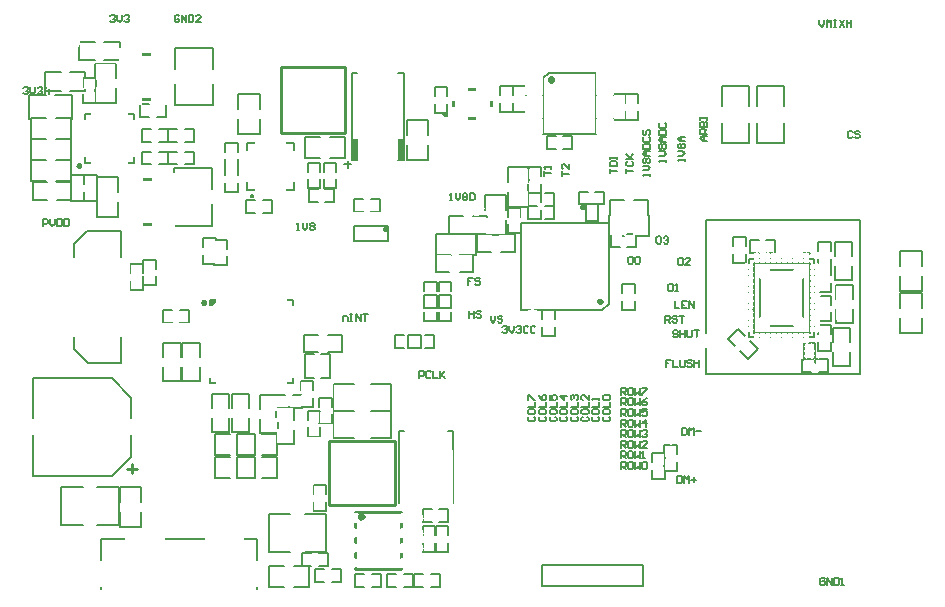
<source format=gto>
*
%FSLAX26Y26*%
%MOIN*%
%ADD10R,0.019685X0.019685*%
%ADD11C,0.005906*%
%ADD12C,0.011811*%
%ADD13C,0.008488*%
%ADD14C,0.007874*%
%ADD15C,0.009843*%
%ADD16C,0.010000*%
%ADD17C,0.005094*%
%ADD18C,0.006000*%
%IPPOS*%
%LNto*%
%LPD*%
G75*
G36*
X649606Y974409D02*
X673224Y970472D01*
X653543Y950787D01*
X649606Y974409D01*
G37*
G54D10*
X1285433Y1452756D02*
Y1501969D01*
X1131890Y1450787D02*
Y1501969D01*
G54D11*
X2433637Y853886D02*
X2408491Y879026D01*
X2450342Y837181D02*
X2475487Y812035D01*
X2374911Y845445D02*
X2400051Y820300D01*
X2441902Y778450D02*
X2416756Y803595D01*
X2408491Y879026D02*
X2374911Y845445D01*
X2475487Y812035D02*
X2441902Y778450D01*
X102362Y1657606D02*
X47118D01*
X133858D02*
X189102D01*
X47118Y1578614D02*
X102362D01*
X189102D02*
X133858D01*
X47118Y1657606D02*
Y1578614D01*
X189102Y1657606D02*
Y1578614D01*
X183071Y1673102D02*
X234378D01*
X151575D02*
X100268D01*
X234378Y1736346D02*
X183071D01*
X100268D02*
X151575D01*
X234378Y1673102D02*
Y1736346D01*
X100268Y1673102D02*
Y1736346D01*
X265748Y1836740D02*
X214441D01*
X297244D02*
X348551D01*
X214441Y1773496D02*
X265748D01*
X348551D02*
X297244D01*
X214441Y1836740D02*
Y1773496D01*
X348551Y1836740D02*
Y1773496D01*
X2222441Y549205D02*
Y525591D01*
X2234248D01*
X2238185Y529528D01*
Y545268D01*
X2234248Y549205D01*
X2222441D01*
X2246055Y525591D02*
Y549205D01*
X2253925Y541335D01*
X2261799Y549205D01*
Y525591D01*
X2269669Y537398D02*
X2285413D01*
X2206693Y387787D02*
Y364173D01*
X2218500D01*
X2222437Y368110D01*
Y383850D01*
X2218500Y387787D01*
X2206693D01*
X2230307Y364173D02*
Y387787D01*
X2238177Y379917D01*
X2246051Y387787D01*
Y364173D01*
X2253921Y375980D02*
X2269665D01*
X2261795Y383850D02*
Y368110D01*
X1584646Y923220D02*
Y907476D01*
X1592516Y899606D01*
X1600390Y907476D01*
Y923220D01*
X1624004Y919283D02*
X1620067Y923220D01*
X1612197D01*
X1608260Y919283D01*
Y915350D01*
X1612197Y911413D01*
X1620067D01*
X1624004Y907476D01*
Y903543D01*
X1620067Y899606D01*
X1612197D01*
X1608260Y903543D01*
X2208657Y870071D02*
X2204720Y874008D01*
X2196850D01*
X2192913Y870071D01*
Y866138D01*
X2196850Y862201D01*
X2204720D01*
X2208657Y858264D01*
Y854331D01*
X2204720Y850394D01*
X2196850D01*
X2192913Y854331D01*
X2216528Y874008D02*
Y850394D01*
Y862201D01*
X2232272D01*
Y874008D01*
Y850394D01*
X2240142Y874008D02*
Y854331D01*
X2244079Y850394D01*
X2251949D01*
X2255886Y854331D01*
Y874008D01*
X2263756D02*
X2279500D01*
X2271626D01*
Y850394D01*
X2167323Y899606D02*
Y923220D01*
X2179130D01*
X2183067Y919283D01*
Y911413D01*
X2179130Y907476D01*
X2167323D01*
X2175193D02*
X2183067Y899606D01*
X2206681Y919283D02*
X2202744Y923220D01*
X2194874D01*
X2190937Y919283D01*
Y915350D01*
X2194874Y911413D01*
X2202744D01*
X2206681Y907476D01*
Y903543D01*
X2202744Y899606D01*
X2194874D01*
X2190937Y903543D01*
X2214551Y923220D02*
X2230295D01*
X2222425D01*
Y899606D01*
X2019685Y659449D02*
Y683063D01*
X2031492D01*
X2035429Y679126D01*
Y671256D01*
X2031492Y667319D01*
X2019685D01*
X2027555D02*
X2035429Y659449D01*
X2055106Y683063D02*
X2047236D01*
X2043299Y679126D01*
Y663386D01*
X2047236Y659449D01*
X2055106D01*
X2059043Y663386D01*
Y679126D01*
X2055106Y683063D01*
X2066913D02*
Y659449D01*
X2074787Y667319D01*
X2082657Y659449D01*
Y683063D01*
X2090528D02*
X2106272D01*
Y679126D01*
X2090528Y663386D01*
Y659449D01*
X2019685Y624016D02*
Y647630D01*
X2031492D01*
X2035429Y643693D01*
Y635823D01*
X2031492Y631886D01*
X2019685D01*
X2027555D02*
X2035429Y624016D01*
X2055106Y647630D02*
X2047236D01*
X2043299Y643693D01*
Y627953D01*
X2047236Y624016D01*
X2055106D01*
X2059043Y627953D01*
Y643693D01*
X2055106Y647630D01*
X2066913D02*
Y624016D01*
X2074787Y631886D01*
X2082657Y624016D01*
Y647630D01*
X2106272D02*
X2098402Y643693D01*
X2090528Y635823D01*
Y627953D01*
X2094465Y624016D01*
X2102335D01*
X2106272Y627953D01*
Y631886D01*
X2102335Y635823D01*
X2090528D01*
X2019685Y588583D02*
Y612197D01*
X2031492D01*
X2035429Y608260D01*
Y600390D01*
X2031492Y596453D01*
X2019685D01*
X2027555D02*
X2035429Y588583D01*
X2055106Y612197D02*
X2047236D01*
X2043299Y608260D01*
Y592520D01*
X2047236Y588583D01*
X2055106D01*
X2059043Y592520D01*
Y608260D01*
X2055106Y612197D01*
X2066913D02*
Y588583D01*
X2074787Y596453D01*
X2082657Y588583D01*
Y612197D01*
X2106272D02*
X2090528D01*
Y600390D01*
X2098402Y604327D01*
X2102335D01*
X2106272Y600390D01*
Y592520D01*
X2102335Y588583D01*
X2094465D01*
X2090528Y592520D01*
X2019685Y553150D02*
Y576764D01*
X2031492D01*
X2035429Y572827D01*
Y564957D01*
X2031492Y561020D01*
X2019685D01*
X2027555D02*
X2035429Y553150D01*
X2055106Y576764D02*
X2047236D01*
X2043299Y572827D01*
Y557087D01*
X2047236Y553150D01*
X2055106D01*
X2059043Y557087D01*
Y572827D01*
X2055106Y576764D01*
X2066913D02*
Y553150D01*
X2074787Y561020D01*
X2082657Y553150D01*
Y576764D01*
X2102335Y553150D02*
Y576764D01*
X2090528Y564957D01*
X2106272D01*
X2019685Y517717D02*
Y541331D01*
X2031492D01*
X2035429Y537394D01*
Y529524D01*
X2031492Y525587D01*
X2019685D01*
X2027555D02*
X2035429Y517717D01*
X2055106Y541331D02*
X2047236D01*
X2043299Y537394D01*
Y521654D01*
X2047236Y517717D01*
X2055106D01*
X2059043Y521654D01*
Y537394D01*
X2055106Y541331D01*
X2066913D02*
Y517717D01*
X2074787Y525587D01*
X2082657Y517717D01*
Y541331D01*
X2090528Y537394D02*
X2094465Y541331D01*
X2102335D01*
X2106272Y537394D01*
Y533461D01*
X2102335Y529524D01*
X2098402D01*
X2102335D01*
X2106272Y525587D01*
Y521654D01*
X2102335Y517717D01*
X2094465D01*
X2090528Y521654D01*
X2019685Y482283D02*
Y505898D01*
X2031492D01*
X2035429Y501961D01*
Y494091D01*
X2031492Y490154D01*
X2019685D01*
X2027555D02*
X2035429Y482283D01*
X2055106Y505898D02*
X2047236D01*
X2043299Y501961D01*
Y486220D01*
X2047236Y482283D01*
X2055106D01*
X2059043Y486220D01*
Y501961D01*
X2055106Y505898D01*
X2066913D02*
Y482283D01*
X2074787Y490154D01*
X2082657Y482283D01*
Y505898D01*
X2106272Y482283D02*
X2090528D01*
X2106272Y498028D01*
Y501961D01*
X2102335Y505898D01*
X2094465D01*
X2090528Y501961D01*
X2019685Y446850D02*
Y470465D01*
X2031492D01*
X2035429Y466528D01*
Y458657D01*
X2031492Y454720D01*
X2019685D01*
X2027555D02*
X2035429Y446850D01*
X2055106Y470465D02*
X2047236D01*
X2043299Y466528D01*
Y450787D01*
X2047236Y446850D01*
X2055106D01*
X2059043Y450787D01*
Y466528D01*
X2055106Y470465D01*
X2066913D02*
Y446850D01*
X2074787Y454720D01*
X2082657Y446850D01*
Y470465D01*
X2090528Y446850D02*
X2098402D01*
X2094465D01*
Y470465D01*
X2090528Y466528D01*
X2019685Y411417D02*
Y435031D01*
X2031492D01*
X2035429Y431094D01*
Y423224D01*
X2031492Y419287D01*
X2019685D01*
X2027555D02*
X2035429Y411417D01*
X2055106Y435031D02*
X2047236D01*
X2043299Y431094D01*
Y415354D01*
X2047236Y411417D01*
X2055106D01*
X2059043Y415354D01*
Y431094D01*
X2055106Y435031D01*
X2066913D02*
Y411417D01*
X2074787Y419287D01*
X2082657Y411417D01*
Y435031D01*
X2090528Y431094D02*
X2094465Y435031D01*
X2102335D01*
X2106272Y431094D01*
Y415354D01*
X2102335Y411417D01*
X2094465D01*
X2090528Y415354D01*
Y431094D01*
X1346457Y714567D02*
Y738181D01*
X1358264D01*
X1362201Y734244D01*
Y726374D01*
X1358264Y722437D01*
X1346457D01*
X1385815Y734244D02*
X1381878Y738181D01*
X1374008D01*
X1370071Y734244D01*
Y718504D01*
X1374008Y714567D01*
X1381878D01*
X1385815Y718504D01*
X1393685Y738181D02*
Y714567D01*
X1409429D01*
X1417299Y738181D02*
Y714567D01*
Y722437D01*
X1433043Y738181D01*
X1421236Y726374D01*
X1433043Y714567D01*
X2149602Y1187000D02*
X2141732D01*
X2137795Y1183063D01*
Y1167323D01*
X2141732Y1163386D01*
X2149602D01*
X2153539Y1167323D01*
Y1183063D01*
X2149602Y1187000D01*
X2161409Y1183063D02*
X2165346Y1187000D01*
X2173217D01*
X2177154Y1183063D01*
Y1179130D01*
X2173217Y1175193D01*
X2169280D01*
X2173217D01*
X2177154Y1171256D01*
Y1167323D01*
X2173217Y1163386D01*
X2165346D01*
X2161409Y1167323D01*
X2222437Y1116134D02*
X2214567D01*
X2210630Y1112197D01*
Y1096457D01*
X2214567Y1092520D01*
X2222437D01*
X2226374Y1096457D01*
Y1112197D01*
X2222437Y1116134D01*
X2249988Y1092520D02*
X2234244D01*
X2249988Y1108264D01*
Y1112197D01*
X2246051Y1116134D01*
X2238181D01*
X2234244Y1112197D01*
X2188972Y1027551D02*
X2181102D01*
X2177165Y1023614D01*
Y1007874D01*
X2181102Y1003937D01*
X2188972D01*
X2192909Y1007874D01*
Y1023614D01*
X2188972Y1027551D01*
X2200780Y1003937D02*
X2208650D01*
X2204717D01*
Y1027551D01*
X2200780Y1023614D01*
X2055114Y1120071D02*
X2047244D01*
X2043307Y1116134D01*
Y1100394D01*
X2047244Y1096457D01*
X2055114D01*
X2059051Y1100394D01*
Y1116134D01*
X2055114Y1120071D01*
X2066921Y1116134D02*
X2070858Y1120071D01*
X2078728D01*
X2082665Y1116134D01*
Y1100394D01*
X2078728Y1096457D01*
X2070858D01*
X2066921Y1100394D01*
Y1116134D01*
X2198819Y970465D02*
Y946850D01*
X2214563D01*
X2238177Y970465D02*
X2222433D01*
Y946850D01*
X2238177D01*
X2222433Y958657D02*
X2230303D01*
X2246047Y946850D02*
Y970465D01*
X2261791Y946850D01*
Y970465D01*
X1513780Y938969D02*
Y915354D01*
Y927161D01*
X1529524D01*
Y938969D01*
Y915354D01*
X1553138Y935031D02*
X1549201Y938969D01*
X1541331D01*
X1537394Y935031D01*
Y931098D01*
X1541331Y927161D01*
X1549201D01*
X1553138Y923224D01*
Y919291D01*
X1549201Y915354D01*
X1541331D01*
X1537394Y919291D01*
X2185035Y775583D02*
X2169291D01*
Y763776D01*
X2177161D01*
X2169291D01*
Y751969D01*
X2192906Y775583D02*
Y751969D01*
X2208650D01*
X2216520Y775583D02*
Y755906D01*
X2220457Y751969D01*
X2228327D01*
X2232264Y755906D01*
Y775583D01*
X2255878Y771646D02*
X2251941Y775583D01*
X2244071D01*
X2240134Y771646D01*
Y767713D01*
X2244071Y763776D01*
X2251941D01*
X2255878Y759839D01*
Y755906D01*
X2251941Y751969D01*
X2244071D01*
X2240134Y755906D01*
X2263748Y775583D02*
Y751969D01*
Y763776D01*
X2279492D01*
Y775583D01*
Y751969D01*
X2791335Y1535425D02*
X2787398Y1539362D01*
X2779528D01*
X2775591Y1535425D01*
Y1519685D01*
X2779528Y1515748D01*
X2787398D01*
X2791335Y1519685D01*
X2814949Y1535425D02*
X2811012Y1539362D01*
X2803142D01*
X2799205Y1535425D01*
Y1531492D01*
X2803142Y1527555D01*
X2811012D01*
X2814949Y1523618D01*
Y1519685D01*
X2811012Y1515748D01*
X2803142D01*
X2799205Y1519685D01*
X1714575Y586610D02*
X1710638Y582673D01*
Y574803D01*
X1714575Y570866D01*
X1730315D01*
X1734252Y574803D01*
Y582673D01*
X1730315Y586610D01*
X1710638Y606287D02*
Y598417D01*
X1714575Y594480D01*
X1730315D01*
X1734252Y598417D01*
Y606287D01*
X1730315Y610224D01*
X1714575D01*
X1710638Y606287D01*
Y618094D02*
X1734252D01*
Y633839D01*
X1710638Y641709D02*
Y657453D01*
X1714575D01*
X1730315Y641709D01*
X1734252D01*
X1750008Y586610D02*
X1746071Y582673D01*
Y574803D01*
X1750008Y570866D01*
X1765748D01*
X1769685Y574803D01*
Y582673D01*
X1765748Y586610D01*
X1746071Y606287D02*
Y598417D01*
X1750008Y594480D01*
X1765748D01*
X1769685Y598417D01*
Y606287D01*
X1765748Y610224D01*
X1750008D01*
X1746071Y606287D01*
Y618094D02*
X1769685D01*
Y633839D01*
X1746071Y657453D02*
X1750008Y649579D01*
X1757878Y641709D01*
X1765748D01*
X1769685Y645646D01*
Y653516D01*
X1765748Y657453D01*
X1761815D01*
X1757878Y653516D01*
Y641709D01*
X1785441Y586610D02*
X1781504Y582673D01*
Y574803D01*
X1785441Y570866D01*
X1801181D01*
X1805118Y574803D01*
Y582673D01*
X1801181Y586610D01*
X1781504Y606287D02*
Y598417D01*
X1785441Y594480D01*
X1801181D01*
X1805118Y598417D01*
Y606287D01*
X1801181Y610224D01*
X1785441D01*
X1781504Y606287D01*
Y618094D02*
X1805118D01*
Y633839D01*
X1781504Y657453D02*
Y641709D01*
X1793311D01*
X1789374Y649579D01*
Y653516D01*
X1793311Y657453D01*
X1801181D01*
X1805118Y653516D01*
Y645646D01*
X1801181Y641709D01*
X1820874Y586610D02*
X1816937Y582673D01*
Y574803D01*
X1820874Y570866D01*
X1836614D01*
X1840551Y574803D01*
Y582673D01*
X1836614Y586610D01*
X1816937Y606287D02*
Y598417D01*
X1820874Y594480D01*
X1836614D01*
X1840551Y598417D01*
Y606287D01*
X1836614Y610224D01*
X1820874D01*
X1816937Y606287D01*
Y618094D02*
X1840551D01*
Y633839D01*
Y653516D02*
X1816937D01*
X1828744Y641709D01*
Y657453D01*
X1856307Y586610D02*
X1852370Y582673D01*
Y574803D01*
X1856307Y570866D01*
X1872047D01*
X1875984Y574803D01*
Y582673D01*
X1872047Y586610D01*
X1852370Y606287D02*
Y598417D01*
X1856307Y594480D01*
X1872047D01*
X1875984Y598417D01*
Y606287D01*
X1872047Y610224D01*
X1856307D01*
X1852370Y606287D01*
Y618094D02*
X1875984D01*
Y633839D01*
X1856307Y641709D02*
X1852370Y645646D01*
Y653516D01*
X1856307Y657453D01*
X1860240D01*
X1864177Y653516D01*
Y649579D01*
Y653516D01*
X1868114Y657453D01*
X1872047D01*
X1875984Y653516D01*
Y645646D01*
X1872047Y641709D01*
X1891740Y586610D02*
X1887803Y582673D01*
Y574803D01*
X1891740Y570866D01*
X1907480D01*
X1911417Y574803D01*
Y582673D01*
X1907480Y586610D01*
X1887803Y606287D02*
Y598417D01*
X1891740Y594480D01*
X1907480D01*
X1911417Y598417D01*
Y606287D01*
X1907480Y610224D01*
X1891740D01*
X1887803Y606287D01*
Y618094D02*
X1911417D01*
Y633839D01*
Y657453D02*
Y641709D01*
X1895673Y657453D01*
X1891740D01*
X1887803Y653516D01*
Y645646D01*
X1891740Y641709D01*
X1927173Y586610D02*
X1923236Y582673D01*
Y574803D01*
X1927173Y570866D01*
X1942913D01*
X1946850Y574803D01*
Y582673D01*
X1942913Y586610D01*
X1923236Y606287D02*
Y598417D01*
X1927173Y594480D01*
X1942913D01*
X1946850Y598417D01*
Y606287D01*
X1942913Y610224D01*
X1927173D01*
X1923236Y606287D01*
Y618094D02*
X1946850D01*
Y633839D01*
Y641709D02*
Y649579D01*
Y645646D01*
X1923236D01*
X1927173Y641709D01*
X1962606Y586610D02*
X1958669Y582673D01*
Y574803D01*
X1962606Y570866D01*
X1978346D01*
X1982283Y574803D01*
Y582673D01*
X1978346Y586610D01*
X1958669Y606287D02*
Y598417D01*
X1962606Y594480D01*
X1978346D01*
X1982283Y598417D01*
Y606287D01*
X1978346Y610224D01*
X1962606D01*
X1958669Y606287D01*
Y618094D02*
X1982283D01*
Y633839D01*
X1962606Y641709D02*
X1958669Y645646D01*
Y653516D01*
X1962606Y657453D01*
X1978346D01*
X1982283Y653516D01*
Y645646D01*
X1978346Y641709D01*
X1962606D01*
X1525587Y1049205D02*
X1509843D01*
Y1037398D01*
X1517713D01*
X1509843D01*
Y1025591D01*
X1549201Y1045268D02*
X1545264Y1049205D01*
X1537394D01*
X1533457Y1045268D01*
Y1041335D01*
X1537394Y1037398D01*
X1545264D01*
X1549201Y1033461D01*
Y1029528D01*
X1545264Y1025591D01*
X1537394D01*
X1533457Y1029528D01*
X2698815Y45268D02*
X2694878Y49205D01*
X2687008D01*
X2683071Y45268D01*
Y29528D01*
X2687008Y25591D01*
X2694878D01*
X2698815Y29528D01*
Y37398D01*
X2690941D01*
X2706685Y25591D02*
Y49205D01*
X2722429Y25591D01*
Y49205D01*
X2730299D02*
Y25591D01*
X2742106D01*
X2746043Y29528D01*
Y45268D01*
X2742106Y49205D01*
X2730299D01*
X2753913Y25591D02*
X2761787D01*
X2757850D01*
Y49205D01*
X2753913Y45268D01*
X1763787Y1389764D02*
Y1405508D01*
Y1397634D01*
X1787402D01*
Y1413378D02*
Y1421248D01*
Y1417315D01*
X1763787D01*
X1767724Y1413378D01*
X1822843Y1388551D02*
Y1404295D01*
Y1396425D01*
X1846457D01*
Y1427909D02*
Y1412165D01*
X1830713Y1427909D01*
X1826780D01*
X1822843Y1423972D01*
Y1416102D01*
X1826780Y1412165D01*
X1624016Y885819D02*
X1627953Y889756D01*
X1635823D01*
X1639760Y885819D01*
Y881886D01*
X1635823Y877949D01*
X1631886D01*
X1635823D01*
X1639760Y874012D01*
Y870079D01*
X1635823Y866142D01*
X1627953D01*
X1624016Y870079D01*
X1647630Y889756D02*
Y874012D01*
X1655500Y866142D01*
X1663374Y874012D01*
Y889756D01*
X1671244Y885819D02*
X1675181Y889756D01*
X1683051D01*
X1686988Y885819D01*
Y881886D01*
X1683051Y877949D01*
X1679118D01*
X1683051D01*
X1686988Y874012D01*
Y870079D01*
X1683051Y866142D01*
X1675181D01*
X1671244Y870079D01*
X1710602Y885819D02*
X1706665Y889756D01*
X1698795D01*
X1694858Y885819D01*
Y870079D01*
X1698795Y866142D01*
X1706665D01*
X1710602Y870079D01*
X1734217Y885819D02*
X1730280Y889756D01*
X1722409D01*
X1718472Y885819D01*
Y870079D01*
X1722409Y866142D01*
X1730280D01*
X1734217Y870079D01*
X1448819Y1307087D02*
X1456689D01*
X1452756D01*
Y1330701D01*
X1448819Y1326764D01*
X1468496Y1330701D02*
Y1314957D01*
X1476370Y1307087D01*
X1484240Y1314957D01*
Y1330701D01*
X1492110Y1326764D02*
X1496047Y1330701D01*
X1503921D01*
X1507854Y1326764D01*
Y1322831D01*
X1503921Y1318894D01*
X1507854Y1314957D01*
Y1311024D01*
X1503921Y1307087D01*
X1496047D01*
X1492110Y1311024D01*
Y1314957D01*
X1496047Y1318894D01*
X1492110Y1322831D01*
Y1326764D01*
X1496047Y1318894D02*
X1503921D01*
X1515728Y1330701D02*
Y1307087D01*
X1527535D01*
X1531469Y1311024D01*
Y1326764D01*
X1527535Y1330701D01*
X1515728D01*
X2232283Y1437008D02*
Y1444878D01*
Y1440945D01*
X2208669D01*
X2212606Y1437008D01*
X2208669Y1456685D02*
X2224413D01*
X2232283Y1464559D01*
X2224413Y1472429D01*
X2208669D01*
X2212606Y1480299D02*
X2208669Y1484236D01*
Y1492110D01*
X2212606Y1496043D01*
X2216539D01*
X2220476Y1492110D01*
X2224413Y1496043D01*
X2228346D01*
X2232283Y1492110D01*
Y1484236D01*
X2228346Y1480299D01*
X2224413D01*
X2220476Y1484236D01*
X2216539Y1480299D01*
X2212606D01*
X2220476Y1484236D02*
Y1492110D01*
X2232283Y1503917D02*
X2216539D01*
X2208669Y1511787D01*
X2216539Y1519657D01*
X2232283D01*
X2220476D01*
Y1503917D01*
X2169291Y1435039D02*
Y1442909D01*
Y1438976D01*
X2145677D01*
X2149614Y1435039D01*
X2145677Y1454717D02*
X2161421D01*
X2169291Y1462591D01*
X2161421Y1470461D01*
X2145677D01*
X2149614Y1478331D02*
X2145677Y1482268D01*
Y1490138D01*
X2149614Y1494075D01*
X2153547D01*
X2157484Y1490138D01*
X2161421Y1494075D01*
X2165354D01*
X2169291Y1490138D01*
Y1482268D01*
X2165354Y1478331D01*
X2161421D01*
X2157484Y1482268D01*
X2153547Y1478331D01*
X2149614D01*
X2157484Y1482268D02*
Y1490138D01*
X2169291Y1501945D02*
X2153547D01*
X2145677Y1509819D01*
X2153547Y1517689D01*
X2169291D01*
X2157484D01*
Y1501945D01*
X2145677Y1525559D02*
X2169291D01*
Y1537370D01*
X2165354Y1541303D01*
X2149614D01*
X2145677Y1537370D01*
Y1525559D01*
X2149614Y1564917D02*
X2145677Y1560984D01*
Y1553110D01*
X2149614Y1549177D01*
X2165354D01*
X2169291Y1553110D01*
Y1560984D01*
X2165354Y1564917D01*
X2116142Y1387795D02*
Y1395665D01*
Y1391732D01*
X2092528D01*
X2096465Y1387795D01*
X2092528Y1407472D02*
X2108272D01*
X2116142Y1415346D01*
X2108272Y1423217D01*
X2092528D01*
X2096465Y1431087D02*
X2092528Y1435024D01*
Y1442898D01*
X2096465Y1446831D01*
X2100398D01*
X2104335Y1442898D01*
X2108272Y1446831D01*
X2112205D01*
X2116142Y1442898D01*
Y1435024D01*
X2112205Y1431087D01*
X2108272D01*
X2104335Y1435024D01*
X2100398Y1431087D01*
X2096465D01*
X2104335Y1435024D02*
Y1442898D01*
X2116142Y1454705D02*
X2100398D01*
X2092528Y1462575D01*
X2100398Y1470445D01*
X2116142D01*
X2104335D01*
Y1454705D01*
X2092528Y1478319D02*
X2116142D01*
Y1490126D01*
X2112205Y1494059D01*
X2096465D01*
X2092528Y1490126D01*
Y1478319D01*
X2096465Y1517673D02*
X2092528Y1513740D01*
Y1505866D01*
X2096465Y1501933D01*
X2112205D01*
X2116142Y1505866D01*
Y1513740D01*
X2112205Y1517673D01*
X2096465Y1541287D02*
X2092528Y1537354D01*
Y1529480D01*
X2096465Y1525547D01*
X2100398D01*
X2104335Y1529480D01*
Y1537354D01*
X2108272Y1541287D01*
X2112205D01*
X2116142Y1537354D01*
Y1529480D01*
X2112205Y1525547D01*
X316929Y1921252D02*
X320866Y1925189D01*
X328736D01*
X332673Y1921252D01*
Y1917319D01*
X328736Y1913382D01*
X324799D01*
X328736D01*
X332673Y1909445D01*
Y1905512D01*
X328736Y1901575D01*
X320866D01*
X316929Y1905512D01*
X340543Y1925189D02*
Y1909445D01*
X348413Y1901575D01*
X356287Y1909445D01*
Y1925189D01*
X364157Y1921252D02*
X368094Y1925189D01*
X375965D01*
X379902Y1921252D01*
Y1917319D01*
X375965Y1913382D01*
X372028D01*
X375965D01*
X379902Y1909445D01*
Y1905512D01*
X375965Y1901575D01*
X368094D01*
X364157Y1905512D01*
X547240Y1921252D02*
X543303Y1925189D01*
X535433D01*
X531496Y1921252D01*
Y1905512D01*
X535433Y1901575D01*
X543303D01*
X547240Y1905512D01*
Y1913382D01*
X539366D01*
X555110Y1901575D02*
Y1925189D01*
X570854Y1901575D01*
Y1925189D01*
X578724D02*
Y1901575D01*
X590531D01*
X594469Y1905512D01*
Y1921252D01*
X590531Y1925189D01*
X578724D01*
X618083Y1901575D02*
X602339D01*
X618083Y1917319D01*
Y1921252D01*
X614146Y1925189D01*
X606276D01*
X602339Y1921252D01*
X938976Y1208661D02*
X946846D01*
X942913D01*
Y1232276D01*
X938976Y1228339D01*
X958654Y1232276D02*
Y1216531D01*
X966528Y1208661D01*
X974398Y1216531D01*
Y1232276D01*
X982268Y1228339D02*
X986205Y1232276D01*
X994075D01*
X998012Y1228339D01*
Y1224406D01*
X994075Y1220469D01*
X998012Y1216531D01*
Y1212598D01*
X994075Y1208661D01*
X986205D01*
X982268Y1212598D01*
Y1216531D01*
X986205Y1220469D01*
X982268Y1224406D01*
Y1228339D01*
X986205Y1220469D02*
X994075D01*
X27559Y1681094D02*
X31496Y1685031D01*
X39366D01*
X43303Y1681094D01*
Y1677161D01*
X39366Y1673224D01*
X35429D01*
X39366D01*
X43303Y1669287D01*
Y1665354D01*
X39366Y1661417D01*
X31496D01*
X27559Y1665354D01*
X51173Y1685031D02*
Y1669287D01*
X59043Y1661417D01*
X66917Y1669287D01*
Y1685031D01*
X74787Y1681094D02*
X78724Y1685031D01*
X86594D01*
X90531Y1681094D01*
Y1677161D01*
X86594Y1673224D01*
X82661D01*
X86594D01*
X90531Y1669287D01*
Y1665354D01*
X86594Y1661417D01*
X78724D01*
X74787Y1665354D01*
X98402Y1661417D02*
Y1677161D01*
X106276Y1685031D01*
X114146Y1677161D01*
Y1661417D01*
Y1673224D01*
X98402D01*
X2681102Y1909441D02*
Y1893697D01*
X2688972Y1885827D01*
X2696846Y1893697D01*
Y1909441D01*
X2704717Y1885827D02*
Y1909441D01*
X2712587Y1901571D01*
X2720461Y1909441D01*
Y1885827D01*
X2728331Y1909441D02*
X2736201D01*
X2732268D01*
Y1885827D01*
X2728331D01*
X2736201D01*
X2748012Y1909441D02*
X2763752Y1885827D01*
Y1909441D02*
X2748012Y1885827D01*
X2771622Y1909441D02*
Y1885827D01*
Y1897634D01*
X2787366D01*
Y1909441D01*
Y1885827D01*
X92520Y1220472D02*
Y1244087D01*
X104327D01*
X108264Y1240150D01*
Y1232280D01*
X104327Y1228343D01*
X92520D01*
X116134Y1244087D02*
Y1228343D01*
X124004Y1220472D01*
X131878Y1228343D01*
Y1244087D01*
X139748D02*
Y1220472D01*
X151555D01*
X155492Y1224409D01*
Y1240150D01*
X151555Y1244087D01*
X139748D01*
X163362D02*
Y1220472D01*
X175169D01*
X179106Y1224409D01*
Y1240150D01*
X175169Y1244087D01*
X163362D01*
X2307087Y1505906D02*
X2291343D01*
X2283472Y1513776D01*
X2291343Y1521650D01*
X2307087D01*
X2295280D01*
Y1505906D01*
X2307087Y1529520D02*
X2283472D01*
Y1541327D01*
X2287409Y1545264D01*
X2295280D01*
X2299217Y1541327D01*
Y1529520D01*
Y1537390D02*
X2307087Y1545264D01*
X2283472Y1553134D02*
X2307087D01*
Y1564941D01*
X2303150Y1568878D01*
X2299217D01*
X2295280Y1564941D01*
Y1553134D01*
Y1564941D01*
X2291343Y1568878D01*
X2287409D01*
X2283472Y1564941D01*
Y1553134D01*
Y1576748D02*
Y1584622D01*
Y1580685D01*
X2307087D01*
Y1576748D01*
Y1584622D01*
X2037409Y1397638D02*
Y1413382D01*
Y1405508D01*
X2061024D01*
X2041346Y1436996D02*
X2037409Y1433059D01*
Y1425189D01*
X2041346Y1421252D01*
X2057087D01*
X2061024Y1425189D01*
Y1433059D01*
X2057087Y1436996D01*
X2037409Y1444866D02*
X2061024D01*
X2053154D01*
X2037409Y1460610D01*
X2049217Y1448803D01*
X2061024Y1460610D01*
X1982291Y1397638D02*
Y1413382D01*
Y1405508D01*
X2005906D01*
X1982291Y1421252D02*
X2005906D01*
Y1433059D01*
X2001969Y1436996D01*
X1986228D01*
X1982291Y1433059D01*
Y1421252D01*
Y1444866D02*
Y1452740D01*
Y1448803D01*
X2005906D01*
Y1444866D01*
Y1452740D01*
X1092520Y905512D02*
Y921256D01*
X1104327D01*
X1108264Y917319D01*
Y905512D01*
X1116134Y929126D02*
X1124004D01*
X1120071D01*
Y905512D01*
X1116134D01*
X1124004D01*
X1135811D02*
Y929126D01*
X1151555Y905512D01*
Y929126D01*
X1159425D02*
X1175169D01*
X1167299D01*
Y905512D01*
G54D12*
X1161417Y251969D02*
X1160931Y254316D01*
X1159551Y256277D01*
X1157506Y257527D01*
X1155131Y257862D01*
X1152820Y257225D01*
X1150952Y255722D01*
X1149836Y253600D01*
X1149655Y251209D01*
X1150440Y248944D01*
X1152060Y247177D01*
X1154249Y246200D01*
X1156646Y246173D01*
X1158857Y247102D01*
X1160516Y248832D01*
X1161350Y251080D01*
X1161417Y251969D01*
X1440945Y1596953D02*
X1440458Y1599300D01*
X1439079Y1601261D01*
X1437033Y1602512D01*
X1434659Y1602846D01*
X1432348Y1602209D01*
X1430480Y1600706D01*
X1429364Y1598584D01*
X1429183Y1596194D01*
X1429967Y1593928D01*
X1431588Y1592161D01*
X1433777Y1591184D01*
X1436174Y1591157D01*
X1438384Y1592086D01*
X1440043Y1593817D01*
X1440878Y1596064D01*
X1440945Y1596953D01*
X1793307Y1708661D02*
X1792820Y1711009D01*
X1791441Y1712970D01*
X1789395Y1714220D01*
X1787021Y1714555D01*
X1784710Y1713918D01*
X1782842Y1712415D01*
X1781726Y1710293D01*
X1781545Y1707902D01*
X1782329Y1705637D01*
X1783950Y1703870D01*
X1786139Y1702893D01*
X1788536Y1702866D01*
X1790746Y1703794D01*
X1792406Y1705525D01*
X1793240Y1707773D01*
X1793307Y1708661D01*
X1954724Y968504D02*
X1954241Y970394D01*
X1952910Y971820D01*
X1951058Y972432D01*
X1949139Y972079D01*
X1947625Y970849D01*
X1946888Y969043D01*
X1947107Y967105D01*
X1948230Y965510D01*
X1949981Y964650D01*
X1951930Y964736D01*
X1953598Y965747D01*
X1954577Y967435D01*
X1954724Y968504D01*
G54D13*
X2460520Y941244D03*
G54D14*
X793307Y1320866D02*
X792824Y1322756D01*
X791493Y1324182D01*
X789640Y1324794D01*
X787722Y1324442D01*
X786208Y1323212D01*
X785470Y1321406D01*
X785690Y1319467D01*
X786813Y1317873D01*
X788564Y1317013D01*
X790513Y1317099D01*
X792181Y1318110D01*
X793159Y1319797D01*
X793307Y1320866D01*
X354331Y764272D02*
Y850886D01*
X244094Y764272D02*
X354331D01*
X196850Y811516D02*
Y850886D01*
Y811516D02*
X244094Y764272D01*
X196850Y1160925D02*
X240157Y1204232D01*
X196850Y1117618D02*
Y1160925D01*
X240157Y1204232D02*
X354331D01*
Y1117618D02*
Y1204232D01*
X285433Y177165D02*
X805118D01*
X285433Y3937D02*
X805118D01*
Y4937D02*
Y177165D01*
X285433Y4937D02*
Y177165D01*
X1130197Y1171591D02*
X1244370D01*
X1130197Y1222768D02*
X1244370D01*
X1130197Y1171591D02*
Y1222768D01*
X1244370Y1171591D02*
Y1222768D01*
X2303150Y728346D02*
Y1240157D01*
X2814961Y728346D02*
Y1240157D01*
X2303150D02*
X2814961D01*
X2303150Y728346D02*
X2814961D01*
X1757874Y22638D02*
X2091535D01*
Y92520D01*
X1757874D02*
X2091535D01*
X1757874Y22638D02*
Y92520D01*
X61024Y387795D02*
Y714567D01*
Y387795D02*
X322835D01*
X387795Y452756D01*
Y649606D01*
X61024Y714567D02*
X322835D01*
X387795Y649606D01*
X1295276Y1440945D02*
Y1732283D01*
X1122047Y1440945D02*
Y1732283D01*
X1277559Y1440945D02*
X1295276D01*
X1122047D02*
X1139764D01*
X1277559Y1732283D02*
X1295276D01*
X1122047D02*
X1139764D01*
X1108268Y1415354D02*
Y1438976D01*
X1096457Y1427165D02*
X1120079D01*
X232283Y1431102D02*
X254921D01*
X232283D02*
Y1453740D01*
Y1573819D02*
Y1596457D01*
X254921D01*
X375000D02*
X397638D01*
Y1573819D02*
Y1596457D01*
Y1431102D02*
Y1453740D01*
X375000Y1431102D02*
X397638D01*
X771654Y1342520D02*
Y1500000D01*
X929134D01*
Y1342520D02*
Y1500000D01*
X771654Y1342520D02*
X929134D01*
X1761220Y1716220D02*
X1778268Y1733268D01*
X1761220Y1528543D02*
Y1716220D01*
Y1528543D02*
X1935630D01*
Y1733268D01*
X1778268D02*
X1935630D01*
X649606Y696850D02*
X925197D01*
X649606Y974409D02*
X925197D01*
Y696850D02*
Y974409D01*
X649606Y696850D02*
Y974409D01*
G54D15*
X1895660Y1285210D02*
X1895174Y1287340D01*
X1893814Y1289051D01*
X1891848Y1290004D01*
X1889662Y1290012D01*
X1887689Y1289072D01*
X1886317Y1287371D01*
X1885817Y1285243D01*
X1886288Y1283109D01*
X1887637Y1281389D01*
X1889597Y1280423D01*
X1891782Y1280400D01*
X1893762Y1281326D01*
X1895145Y1283019D01*
X1895659Y1285143D01*
X1895660Y1285210D01*
X217520Y1423228D02*
X217034Y1425359D01*
X215674Y1427070D01*
X213707Y1428023D01*
X211522Y1428030D01*
X209549Y1427091D01*
X208177Y1425389D01*
X207677Y1423262D01*
X208148Y1421128D01*
X209497Y1419408D01*
X211457Y1418441D01*
X213642Y1418419D01*
X215622Y1419345D01*
X217005Y1421037D01*
X217519Y1423162D01*
X217520Y1423228D01*
X2675000Y772047D02*
X2674515Y774178D01*
X2673155Y775889D01*
X2671188Y776842D01*
X2669002Y776849D01*
X2667029Y775910D01*
X2665657Y774208D01*
X2665158Y772081D01*
X2665628Y769946D01*
X2666977Y768227D01*
X2668937Y767260D01*
X2671123Y767238D01*
X2673102Y768164D01*
X2674485Y769856D01*
X2675000Y771980D01*
X2675000Y772047D01*
X633858Y966535D02*
X633373Y968666D01*
X632013Y970377D01*
X630046Y971330D01*
X627861Y971338D01*
X625887Y970398D01*
X624516Y968696D01*
X624016Y966569D01*
X624487Y964435D01*
X625835Y962715D01*
X627795Y961748D01*
X629981Y961726D01*
X631960Y962652D01*
X633344Y964344D01*
X633858Y966469D01*
X633858Y966535D01*
X389764Y397638D02*
Y429134D01*
X374016Y413386D02*
X405512D01*
G54D16*
X1236496Y1210961D02*
X1236013Y1212850D01*
X1234682Y1214276D01*
X1232829Y1214888D01*
X1230911Y1214536D01*
X1229397Y1213306D01*
X1228659Y1211500D01*
X1228879Y1209562D01*
X1230002Y1207967D01*
X1231753Y1207107D01*
X1233702Y1207193D01*
X1235370Y1208204D01*
X1236348Y1209892D01*
X1236496Y1210961D01*
X1131890Y76772D02*
Y269685D01*
Y76772D02*
X1285433D01*
Y269685D01*
X1131890D02*
X1285433D01*
X1047244Y291339D02*
X1267717D01*
Y503937D01*
X1047244D02*
X1267717D01*
X1047244Y291339D02*
Y503937D01*
X1572835Y1580220D02*
X1584646Y1592031D01*
X1458661D02*
X1470472Y1580220D01*
X1572835D01*
X1584646Y1592031D02*
Y1666835D01*
X1572835Y1678646D02*
X1584646Y1666835D01*
X1470472Y1678646D02*
X1572835D01*
X1458661Y1666835D02*
X1470472Y1678646D01*
X1458661Y1592031D02*
Y1666835D01*
X511811Y1645669D02*
Y1795276D01*
X362205Y1645669D02*
X511811D01*
X362205D02*
Y1795276D01*
X511811D01*
X885827Y1751969D02*
X1098425D01*
Y1531496D02*
Y1751969D01*
X885827Y1531496D02*
X1098425D01*
X885827D02*
Y1751969D01*
X366142Y1377953D02*
X515748D01*
X366142Y1228346D02*
Y1377953D01*
Y1228346D02*
X515748D01*
Y1377953D01*
G54D17*
X2663472Y851323D02*
Y1111953D01*
X2446937Y851323D02*
X2663472D01*
X2446937D02*
Y1111953D01*
X2663472D01*
X2648807Y865693D02*
Y1097583D01*
X2461602D02*
X2648807D01*
X2461602Y865693D02*
X2648807D01*
X2461602D02*
Y1097583D01*
X2551181Y984252D02*
X2566929D01*
X2559055Y976378D02*
Y992126D01*
X2484339Y887150D02*
Y1076126D01*
Y887150D02*
X2626071D01*
X2484339Y1076126D02*
X2626071D01*
Y887150D02*
Y1076126D01*
X2625685Y1130598D02*
X2649307D01*
X2625685D02*
X2637496Y1118787D01*
X2649307Y1130598D01*
G54D18*
X1441697Y537402D02*
X1460630D01*
Y297244D02*
Y537402D01*
X1279528D02*
X1296161D01*
X1279528Y297244D02*
Y537402D01*
G54D11*
X532875Y1624349D02*
X658070D01*
Y1695930D01*
X532832D02*
X532875Y1624349D01*
X658070Y1816596D02*
X658112Y1745015D01*
X532875D02*
Y1816596D01*
X658070D01*
X530906Y1222774D02*
X656101D01*
Y1294355D01*
X530864D02*
X530906Y1222774D01*
X656101Y1415021D02*
X656144Y1343440D01*
X530906D02*
Y1415021D01*
X656101D01*
X1375691Y1526479D02*
Y1576388D01*
Y1443297D02*
Y1493206D01*
X1305411Y1526479D02*
Y1576388D01*
Y1443297D02*
Y1493206D01*
Y1576388D02*
X1375691D01*
X1305411Y1443297D02*
X1375691D01*
X3021360Y1087503D02*
Y1137412D01*
Y1004321D02*
Y1054230D01*
X2951081Y1087503D02*
Y1137412D01*
Y1004321D02*
Y1054230D01*
Y1137412D02*
X3021360D01*
X2951081Y1004321D02*
X3021360D01*
Y949707D02*
Y999616D01*
Y866525D02*
Y916434D01*
X2951081Y949707D02*
Y999616D01*
Y866525D02*
Y916434D01*
Y999616D02*
X3021360D01*
X2951081Y866525D02*
X3021360D01*
X814668Y1611125D02*
Y1661034D01*
Y1527943D02*
Y1577852D01*
X744388Y1611125D02*
Y1661034D01*
Y1527943D02*
Y1577852D01*
Y1661034D02*
X814668D01*
X744388Y1527943D02*
X814668D01*
X336321Y1713487D02*
Y1763396D01*
Y1630305D02*
Y1680214D01*
X266041Y1713487D02*
Y1763396D01*
Y1630305D02*
Y1680214D01*
Y1763396D02*
X336321D01*
X266041Y1630305D02*
X336321D01*
X344195Y1333566D02*
Y1383475D01*
Y1250384D02*
Y1300293D01*
X273915Y1333566D02*
Y1383475D01*
Y1250384D02*
Y1300293D01*
Y1383475D02*
X344195D01*
X273915Y1250384D02*
X344195D01*
X1635534Y1276479D02*
Y1326388D01*
Y1193297D02*
Y1243206D01*
X1565254Y1276479D02*
Y1326388D01*
Y1193297D02*
Y1243206D01*
Y1326388D02*
X1635534D01*
X1565254Y1193297D02*
X1635534D01*
X1712305Y1367030D02*
Y1416939D01*
Y1283848D02*
Y1333757D01*
X1642025Y1367030D02*
Y1416939D01*
Y1283848D02*
Y1333757D01*
Y1416939D02*
X1712305D01*
X1642025Y1283848D02*
X1712305D01*
Y1367030D02*
Y1416939D01*
Y1283848D02*
Y1333757D01*
X1642025Y1367030D02*
Y1416939D01*
Y1283848D02*
Y1333757D01*
Y1416939D02*
X1712305D01*
X1642025Y1283848D02*
X1712305D01*
X420967Y302069D02*
Y351979D01*
Y218888D02*
Y268797D01*
X350687Y302069D02*
Y351979D01*
Y218888D02*
Y268797D01*
Y351979D02*
X420967D01*
X350687Y218888D02*
X420967D01*
X1130435Y1312475D02*
X1160390D01*
X1186066D02*
X1216022D01*
X1130435Y1270203D02*
X1160390D01*
X1186066D02*
X1216022D01*
X1130435D02*
Y1312475D01*
X1216022Y1270203D02*
Y1312475D01*
X978860Y1343971D02*
X1008815D01*
X1034492D02*
X1064447D01*
X978860Y1301699D02*
X1008815D01*
X1034492D02*
X1064447D01*
X978860D02*
Y1343971D01*
X1064447Y1301699D02*
Y1343971D01*
X1358781Y279010D02*
X1388737D01*
X1414413D02*
X1444368D01*
X1358781Y236738D02*
X1388737D01*
X1414413D02*
X1444368D01*
X1358781D02*
Y279010D01*
X1444368Y236738D02*
Y279010D01*
X965081Y757356D02*
X995036D01*
X1020712D02*
X1050668D01*
X965081Y715084D02*
X995036D01*
X1020712D02*
X1050668D01*
X965081D02*
Y757356D01*
X1050668Y715084D02*
Y757356D01*
X965081Y794758D02*
X995036D01*
X1020712D02*
X1050668D01*
X965081Y752486D02*
X995036D01*
X1020712D02*
X1050668D01*
X965081D02*
Y794758D01*
X1050668Y752486D02*
Y794758D01*
X1240671Y60506D02*
X1270626D01*
X1296303D02*
X1326258D01*
X1240671Y18234D02*
X1270626D01*
X1296303D02*
X1326258D01*
X1240671D02*
Y60506D01*
X1326258Y18234D02*
Y60506D01*
X1000514Y78223D02*
X1030469D01*
X1056145D02*
X1086101D01*
X1000514Y35951D02*
X1030469D01*
X1056145D02*
X1086101D01*
X1000514D02*
Y78223D01*
X1086101Y35951D02*
Y78223D01*
X957206Y131372D02*
X987162D01*
X1012838D02*
X1042794D01*
X957206Y89100D02*
X987162D01*
X1012838D02*
X1042794D01*
X957206D02*
Y131372D01*
X1042794Y89100D02*
Y131372D01*
X1134372Y60506D02*
X1164327D01*
X1190003D02*
X1219959D01*
X1134372Y18234D02*
X1164327D01*
X1190003D02*
X1219959D01*
X1134372D02*
Y60506D01*
X1219959Y18234D02*
Y60506D01*
X1331222D02*
X1361178D01*
X1386854D02*
X1416809D01*
X1331222Y18234D02*
X1361178D01*
X1386854D02*
X1416809D01*
X1331222D02*
Y60506D01*
X1416809Y18234D02*
Y60506D01*
X417836Y1627435D02*
X447792D01*
X473468D02*
X503423D01*
X417836Y1585163D02*
X447792D01*
X473468D02*
X503423D01*
X417836D02*
Y1627435D01*
X503423Y1585163D02*
Y1627435D01*
X423742Y1544758D02*
X453697D01*
X479374D02*
X509329D01*
X423742Y1502486D02*
X453697D01*
X479374D02*
X509329D01*
X423742D02*
Y1544758D01*
X509329Y1502486D02*
Y1544758D01*
X770199Y1307553D02*
X800154D01*
X825830D02*
X855786D01*
X770199Y1265281D02*
X800154D01*
X825830D02*
X855786D01*
X770199D02*
Y1307553D01*
X855786Y1265281D02*
Y1307553D01*
X1984766Y1195349D02*
X2014721D01*
X2040397D02*
X2070353D01*
X1984766Y1153077D02*
X2014721D01*
X2040397D02*
X2070353D01*
X1984766D02*
Y1195349D01*
X2070353Y1153077D02*
Y1195349D01*
X1709175Y1288853D02*
X1739130D01*
X1764807D02*
X1794762D01*
X1709175Y1246581D02*
X1739130D01*
X1764807D02*
X1794762D01*
X1709175D02*
Y1288853D01*
X1794762Y1246581D02*
Y1288853D01*
X2680161Y779010D02*
X2710116D01*
X2624529Y736738D02*
X2654485D01*
X2680161D02*
X2710116D01*
X2624529D02*
Y779010D01*
X2710116Y736738D02*
Y779010D01*
X1878466Y1336097D02*
X1908422D01*
X1934098D02*
X1964053D01*
X1878466Y1293825D02*
X1908422D01*
X1934098D02*
X1964053D01*
X1878466D02*
Y1336097D01*
X1964053Y1293825D02*
Y1336097D01*
X2448187Y1174679D02*
X2478142D01*
X2503818D02*
X2533774D01*
X2448187Y1132407D02*
X2478142D01*
X2503818D02*
X2533774D01*
X2448187D02*
Y1174679D01*
X2533774Y1132407D02*
Y1174679D01*
X510356Y1544758D02*
X540312D01*
X565988D02*
X595943D01*
X510356Y1502486D02*
X540312D01*
X565988D02*
X595943D01*
X510356D02*
Y1544758D01*
X595943Y1502486D02*
Y1544758D01*
X510356Y1469955D02*
X540312D01*
X565988D02*
X595943D01*
X510356Y1427683D02*
X540312D01*
X565988D02*
X595943D01*
X510356D02*
Y1469955D01*
X595943Y1427683D02*
Y1469955D01*
X423742D02*
X453697D01*
X479374D02*
X509329D01*
X423742Y1427683D02*
X453697D01*
X479374D02*
X509329D01*
X423742D02*
Y1469955D01*
X509329Y1427683D02*
Y1469955D01*
X1709175Y1330191D02*
X1739130D01*
X1764807D02*
X1794762D01*
X1709175Y1287919D02*
X1739130D01*
X1764807D02*
X1794762D01*
X1709175D02*
Y1330191D01*
X1794762Y1287919D02*
Y1330191D01*
X1772167Y1521136D02*
X1802123D01*
X1827799D02*
X1857754D01*
X1772167Y1478864D02*
X1802123D01*
X1827799D02*
X1857754D01*
X1772167D02*
Y1521136D01*
X1857754Y1478864D02*
Y1521136D01*
X492640Y942396D02*
X522595D01*
X548271D02*
X578227D01*
X492640Y900124D02*
X522595D01*
X548271D02*
X578227D01*
X492640D02*
Y942396D01*
X578227Y900124D02*
Y942396D01*
X870592Y658931D02*
X900548D01*
X926224D02*
X956179D01*
X870592Y616659D02*
X900548D01*
X926224D02*
X956179D01*
X870592D02*
Y658931D01*
X956179Y616659D02*
Y658931D01*
X1266262Y857750D02*
X1296217D01*
X1321893D02*
X1351849D01*
X1266262Y815478D02*
X1296217D01*
X1321893D02*
X1351849D01*
X1266262D02*
Y857750D01*
X1351849Y815478D02*
Y857750D01*
X1309569D02*
X1339524D01*
X1365200D02*
X1395156D01*
X1309569Y815478D02*
X1339524D01*
X1365200D02*
X1395156D01*
X1309569D02*
Y857750D01*
X1395156Y815478D02*
Y857750D01*
X1537014Y1126254D02*
Y1196581D01*
X1403931Y1126254D02*
Y1196581D01*
X1487108Y1126254D02*
X1537014D01*
X1403931D02*
X1453837D01*
X1487108Y1196581D02*
X1537014D01*
X1403931D02*
X1453837D01*
X184652Y1370349D02*
Y1440675D01*
X51569Y1370349D02*
Y1440675D01*
X134746Y1370349D02*
X184652D01*
X51569D02*
X101475D01*
X134746Y1440675D02*
X184652D01*
X51569D02*
X101475D01*
X1100006Y1449089D02*
Y1519415D01*
X966923Y1449089D02*
Y1519415D01*
X1050100Y1449089D02*
X1100006D01*
X966923D02*
X1016829D01*
X1050100Y1519415D02*
X1100006D01*
X966923D02*
X1016829D01*
X184652Y1441215D02*
Y1511541D01*
X51569Y1441215D02*
Y1511541D01*
X134746Y1441215D02*
X184652D01*
X51569D02*
X101475D01*
X134746Y1511541D02*
X184652D01*
X51569D02*
X101475D01*
X2113786Y1187278D02*
Y1257604D01*
X1980703Y1187278D02*
Y1257604D01*
X2063879Y1187278D02*
X2113786D01*
X1980703D02*
X2030609D01*
X2063879Y1257604D02*
X2113786D01*
X1980703D02*
X2030609D01*
X184652Y1512081D02*
Y1582407D01*
X51569Y1512081D02*
Y1582407D01*
X134746Y1512081D02*
X184652D01*
X51569D02*
X101475D01*
X134746Y1582407D02*
X184652D01*
X51569D02*
X101475D01*
X979927Y17986D02*
Y88313D01*
X846844Y17986D02*
Y88313D01*
X930021Y17986D02*
X979927D01*
X846844D02*
X896750D01*
X930021Y88313D02*
X979927D01*
X846844D02*
X896750D01*
X873628Y382160D02*
Y452486D01*
X740545Y382160D02*
Y452486D01*
X823722Y382160D02*
X873628D01*
X740545D02*
X790451D01*
X823722Y452486D02*
X873628D01*
X740545D02*
X790451D01*
X873628Y456963D02*
Y527289D01*
X740545Y456963D02*
Y527289D01*
X823722Y456963D02*
X873628D01*
X740545D02*
X790451D01*
X823722Y527289D02*
X873628D01*
X740545D02*
X790451D01*
X798825Y456963D02*
Y527289D01*
X665742Y456963D02*
Y527289D01*
X748919Y456963D02*
X798825D01*
X665742D02*
X715648D01*
X748919Y527289D02*
X798825D01*
X665742D02*
X715648D01*
X798825Y382160D02*
Y452486D01*
X665742Y382160D02*
Y452486D01*
X748919Y382160D02*
X798825D01*
X665742D02*
X715648D01*
X748919Y452486D02*
X798825D01*
X665742D02*
X715648D01*
X59349Y1367712D02*
X105328D01*
X138767D02*
X184745D01*
X59349Y1309453D02*
X105328D01*
X138767D02*
X184745D01*
X59349D02*
Y1367712D01*
X184745Y1309453D02*
Y1367712D01*
X1401869Y1127555D02*
X1447847D01*
X1481286D02*
X1527265D01*
X1401869Y1069296D02*
X1447847D01*
X1481286D02*
X1527265D01*
X1401869D02*
Y1127555D01*
X1527265Y1069296D02*
Y1127555D01*
X962893Y859838D02*
X1008871D01*
X1042310D02*
X1088289D01*
X962893Y801579D02*
X1008871D01*
X1042310D02*
X1088289D01*
X962893D02*
Y859838D01*
X1088289Y801579D02*
Y859838D01*
X1984546Y1308657D02*
X2030525D01*
X2063964D02*
X2109942D01*
X1984546Y1250398D02*
X2030525D01*
X2063964D02*
X2109942D01*
X1984546D02*
Y1308657D01*
X2109942Y1250398D02*
Y1308657D01*
X1539664Y1194484D02*
X1585643D01*
X1619082D02*
X1665060D01*
X1539664Y1136225D02*
X1585643D01*
X1619082D02*
X1665060D01*
X1539664D02*
Y1194484D01*
X1665060Y1136225D02*
Y1194484D01*
X1447144Y1253539D02*
X1493123D01*
X1526562D02*
X1572541D01*
X1447144Y1195280D02*
X1493123D01*
X1526562D02*
X1572541D01*
X1447144D02*
Y1253539D01*
X1572541Y1195280D02*
Y1253539D01*
X951301Y618634D02*
X993581D01*
X951301Y704201D02*
X993581D01*
X951301Y618634D02*
Y648582D01*
Y674252D02*
Y704201D01*
X993581Y618634D02*
Y648582D01*
Y674252D02*
Y704201D01*
X1711144Y1331232D02*
X1753423D01*
X1711144Y1416799D02*
X1753423D01*
X1711144Y1331232D02*
Y1361181D01*
Y1386851D02*
Y1416799D01*
X1753423Y1331232D02*
Y1361181D01*
Y1386851D02*
Y1416799D01*
X1709175Y1245602D02*
X1751455D01*
X1709175Y1331169D02*
X1751455D01*
X1709175Y1245602D02*
Y1275551D01*
Y1301221D02*
Y1331169D01*
X1751455Y1245602D02*
Y1275551D01*
Y1301221D02*
Y1331169D01*
X1362718Y949343D02*
X1404998D01*
X1362718Y1034909D02*
X1404998D01*
X1362718Y949343D02*
Y979291D01*
Y1004961D02*
Y1034909D01*
X1404998Y949343D02*
Y979291D01*
Y1004961D02*
Y1034909D01*
X1411931Y949343D02*
X1454211D01*
X1411931Y1034909D02*
X1454211D01*
X1411931Y949343D02*
Y979291D01*
Y1004961D02*
Y1034909D01*
X1454211Y949343D02*
Y979291D01*
Y1004961D02*
Y1034909D01*
X1362718Y906036D02*
X1404998D01*
X1362718Y991602D02*
X1404998D01*
X1362718Y906036D02*
Y935984D01*
Y961654D02*
Y991602D01*
X1404998Y906036D02*
Y935984D01*
Y961654D02*
Y991602D01*
X1411931Y906036D02*
X1454211D01*
X1411931Y991602D02*
X1454211D01*
X1411931Y906036D02*
Y935984D01*
Y961654D02*
Y991602D01*
X1454211Y906036D02*
Y935984D01*
Y961654D02*
Y991602D01*
X974923Y1346980D02*
X1017203D01*
X974923Y1432547D02*
X1017203D01*
X974923Y1346980D02*
Y1376929D01*
Y1402599D02*
Y1432547D01*
X1017203Y1346980D02*
Y1376929D01*
Y1402599D02*
Y1432547D01*
X1028073Y1346980D02*
X1070353D01*
X1028073Y1432547D02*
X1070353D01*
X1028073Y1346980D02*
Y1376929D01*
Y1402599D02*
Y1432547D01*
X1070353Y1346980D02*
Y1376929D01*
Y1402599D02*
Y1432547D01*
X1358781Y136350D02*
X1401061D01*
X1358781Y221917D02*
X1401061D01*
X1358781Y136350D02*
Y166299D01*
Y191969D02*
Y221917D01*
X1401061Y136350D02*
Y166299D01*
Y191969D02*
Y221917D01*
X1994608Y1575327D02*
X2036888D01*
X1994608Y1660894D02*
X2036888D01*
X1994608Y1575327D02*
Y1605275D01*
Y1630945D02*
Y1660894D01*
X2036888Y1575327D02*
Y1605275D01*
Y1630945D02*
Y1660894D01*
X425710Y1024146D02*
X467990D01*
X425710Y1109713D02*
X467990D01*
X425710Y1024146D02*
Y1054094D01*
Y1079764D02*
Y1109713D01*
X467990Y1024146D02*
Y1054094D01*
Y1079764D02*
Y1109713D01*
X994608Y272177D02*
X1036888D01*
X994608Y357744D02*
X1036888D01*
X994608Y272177D02*
Y302126D01*
Y327796D02*
Y357744D01*
X1036888Y272177D02*
Y302126D01*
Y327796D02*
Y357744D01*
X974923Y520209D02*
X1017203D01*
X974923Y605775D02*
X1017203D01*
X974923Y520209D02*
Y550157D01*
Y575827D02*
Y605775D01*
X1017203Y520209D02*
Y550157D01*
Y575827D02*
Y605775D01*
X663899Y1091075D02*
X706179D01*
X663899Y1176642D02*
X706179D01*
X663899Y1091075D02*
Y1121023D01*
Y1146693D02*
Y1176642D01*
X706179Y1091075D02*
Y1121023D01*
Y1146693D02*
Y1176642D01*
X1402088Y136350D02*
X1444368D01*
X1402088Y221917D02*
X1444368D01*
X1402088Y136350D02*
Y166299D01*
Y191969D02*
Y221917D01*
X1444368Y136350D02*
Y166299D01*
Y191969D02*
Y221917D01*
X2033978Y1575327D02*
X2076258D01*
X2033978Y1660894D02*
X2076258D01*
X2033978Y1575327D02*
Y1605275D01*
Y1630945D02*
Y1660894D01*
X2076258Y1575327D02*
Y1605275D01*
Y1630945D02*
Y1660894D01*
X1616655Y1602886D02*
X1658935D01*
X1616655Y1688453D02*
X1658935D01*
X1616655Y1602886D02*
Y1632834D01*
Y1658504D02*
Y1688453D01*
X1658935Y1602886D02*
Y1632834D01*
Y1658504D02*
Y1688453D01*
X1398151Y1598461D02*
X1440431D01*
X1398151Y1684027D02*
X1440431D01*
X1398151Y1598461D02*
Y1628409D01*
Y1654079D02*
Y1684027D01*
X1440431Y1598461D02*
Y1628409D01*
Y1654079D02*
Y1684027D01*
X230829Y1306626D02*
X273108D01*
X230829Y1392193D02*
X273108D01*
X230829Y1306626D02*
Y1336574D01*
Y1362244D02*
Y1392193D01*
X273108Y1306626D02*
Y1336574D01*
Y1362244D02*
Y1392193D01*
X187521Y1306626D02*
X229801D01*
X187521Y1392193D02*
X229801D01*
X187521Y1306626D02*
Y1336574D01*
Y1362244D02*
Y1392193D01*
X229801Y1306626D02*
Y1336574D01*
Y1362244D02*
Y1392193D01*
X2024136Y943437D02*
X2066416D01*
X2024136Y1029004D02*
X2066416D01*
X2024136Y943437D02*
Y973385D01*
Y999056D02*
Y1029004D01*
X2066416Y943437D02*
Y973385D01*
Y999056D02*
Y1029004D01*
X699332Y1413910D02*
X741612D01*
X699332Y1499476D02*
X741612D01*
X699332Y1413910D02*
Y1443858D01*
Y1469528D02*
Y1499476D01*
X741612Y1413910D02*
Y1443858D01*
Y1469528D02*
Y1499476D01*
X699332Y1335169D02*
X741612D01*
X699332Y1420736D02*
X741612D01*
X699332Y1335169D02*
Y1365118D01*
Y1390788D02*
Y1420736D01*
X741612Y1335169D02*
Y1365118D01*
Y1390788D02*
Y1420736D01*
X1756419Y854854D02*
X1798699D01*
X1756419Y940421D02*
X1798699D01*
X1756419Y854854D02*
Y884803D01*
Y910473D02*
Y940421D01*
X1798699Y854854D02*
Y884803D01*
Y910473D02*
Y940421D01*
X2676695Y805642D02*
X2718975D01*
X2676695Y891209D02*
X2718975D01*
X2676695Y805642D02*
Y835590D01*
Y861260D02*
Y891209D01*
X2718975Y805642D02*
Y835590D01*
Y861260D02*
Y891209D01*
X226892Y1630445D02*
X269171D01*
X226892Y1716012D02*
X269171D01*
X226892Y1630445D02*
Y1660393D01*
Y1686063D02*
Y1716012D01*
X269171Y1630445D02*
Y1660393D01*
Y1686063D02*
Y1716012D01*
X2676695Y1083201D02*
X2718975D01*
X2676695Y1168768D02*
X2718975D01*
X2676695Y1083201D02*
Y1113149D01*
Y1138819D02*
Y1168768D01*
X2718975Y1083201D02*
Y1113149D01*
Y1138819D02*
Y1168768D01*
X2394273Y1098437D02*
X2436553D01*
X2394273Y1184004D02*
X2436553D01*
X2394273Y1098437D02*
Y1128385D01*
Y1154056D02*
Y1184004D01*
X2436553Y1098437D02*
Y1128385D01*
Y1154056D02*
Y1184004D01*
X2676695Y1002492D02*
X2718975D01*
X2676695Y1088059D02*
X2718975D01*
X2676695Y1002492D02*
Y1032441D01*
Y1058111D02*
Y1088059D01*
X2718975Y1002492D02*
Y1032441D01*
Y1058111D02*
Y1088059D01*
X2676695Y904067D02*
X2718975D01*
X2676695Y989634D02*
X2718975D01*
X2676695Y904067D02*
Y934015D01*
Y959685D02*
Y989634D01*
X2718975Y904067D02*
Y934015D01*
Y959685D02*
Y989634D01*
X2124529Y378476D02*
X2166809D01*
X2124529Y464043D02*
X2166809D01*
X2124529Y378476D02*
Y408425D01*
Y434095D02*
Y464043D01*
X2166809Y378476D02*
Y408425D01*
Y434095D02*
Y464043D01*
X2163899Y406036D02*
X2206179D01*
X2163899Y491602D02*
X2206179D01*
X2163899Y406036D02*
Y435984D01*
Y461654D02*
Y491602D01*
X2206179Y406036D02*
Y435984D01*
Y461654D02*
Y491602D01*
X1642246Y1197374D02*
X1684526D01*
X1642246Y1282941D02*
X1684526D01*
X1642246Y1197374D02*
Y1227322D01*
Y1252993D02*
Y1282941D01*
X1684526Y1197374D02*
Y1227322D01*
Y1252993D02*
Y1282941D01*
X382403Y1009382D02*
X424683D01*
X382403Y1094949D02*
X424683D01*
X382403Y1009382D02*
Y1039330D01*
Y1065000D02*
Y1094949D01*
X424683Y1009382D02*
Y1039330D01*
Y1065000D02*
Y1094949D01*
X1659962Y1602886D02*
X1702242D01*
X1659962Y1688453D02*
X1702242D01*
X1659962Y1602886D02*
Y1632834D01*
Y1658504D02*
Y1688453D01*
X1702242Y1602886D02*
Y1632834D01*
Y1658504D02*
Y1688453D01*
X1014293Y563516D02*
X1056573D01*
X1014293Y649083D02*
X1056573D01*
X1014293Y563516D02*
Y593464D01*
Y619134D02*
Y649083D01*
X1056573Y563516D02*
Y593464D01*
Y619134D02*
Y649083D01*
X626498Y1095012D02*
X668778D01*
X626498Y1180579D02*
X668778D01*
X626498Y1095012D02*
Y1124960D01*
Y1150630D02*
Y1180579D01*
X668778Y1095012D02*
Y1124960D01*
Y1150630D02*
Y1180579D01*
X2725974Y756178D02*
Y802172D01*
Y835623D02*
Y881618D01*
X2784254Y756178D02*
Y802172D01*
Y835623D02*
Y881618D01*
X2725974Y756178D02*
X2784254D01*
X2725974Y881618D02*
X2784254D01*
X817317Y531768D02*
Y577763D01*
Y611213D02*
Y657208D01*
X875597Y531768D02*
Y577763D01*
Y611213D02*
Y657208D01*
X817317Y531768D02*
X875597D01*
X817317Y657208D02*
X875597D01*
X870466Y494367D02*
Y540361D01*
Y573812D02*
Y619806D01*
X928746Y494367D02*
Y540361D01*
Y573812D02*
Y619806D01*
X870466Y494367D02*
X928746D01*
X870466Y619806D02*
X928746D01*
X655899Y535705D02*
Y581700D01*
Y615150D02*
Y661145D01*
X714179Y535705D02*
Y581700D01*
Y615150D02*
Y661145D01*
X655899Y535705D02*
X714179D01*
X655899Y661145D02*
X714179D01*
X722829Y535705D02*
Y581700D01*
Y615150D02*
Y661145D01*
X781108Y535705D02*
Y581700D01*
Y615150D02*
Y661145D01*
X722829Y535705D02*
X781108D01*
X722829Y661145D02*
X781108D01*
X494482Y704997D02*
Y750991D01*
Y784442D02*
Y830436D01*
X552762Y704997D02*
Y750991D01*
Y784442D02*
Y830436D01*
X494482Y704997D02*
X552762D01*
X494482Y830436D02*
X552762D01*
X557474Y704997D02*
Y750991D01*
Y784442D02*
Y830436D01*
X615754Y704997D02*
Y750991D01*
Y784442D02*
Y830436D01*
X557474Y704997D02*
X615754D01*
X557474Y830436D02*
X615754D01*
X2734640Y899879D02*
Y945873D01*
Y979324D02*
Y1025318D01*
X2792919Y899879D02*
Y945873D01*
Y979324D02*
Y1025318D01*
X2734640Y899879D02*
X2792919D01*
X2734640Y1025318D02*
X2792919D01*
X2732671Y1041611D02*
Y1087605D01*
Y1121056D02*
Y1167051D01*
X2790951Y1041611D02*
Y1087605D01*
Y1121056D02*
Y1167051D01*
X2732671Y1041611D02*
X2790951D01*
X2732671Y1167051D02*
X2790951D01*
X1037078Y135219D02*
Y260450D01*
X965489D02*
X1037078D01*
X965489Y135177D02*
X1037078Y135219D01*
X844812Y260450D02*
X916400Y260492D01*
X844812Y135219D02*
X916400D01*
X844812D02*
Y260450D01*
X346133Y225771D02*
Y351001D01*
X274545D02*
X346133D01*
X274545Y225728D02*
X346133Y225771D01*
X153867Y351001D02*
X225455Y351044D01*
X153867Y225771D02*
X225455D01*
X153867D02*
Y351001D01*
X1061347Y604708D02*
Y694505D01*
X1253613Y604708D02*
Y694505D01*
X1061347D02*
X1128222D01*
X1186738D02*
X1253613D01*
X1061347Y604708D02*
X1128222D01*
X1186738D02*
X1253613D01*
X1061347Y514157D02*
Y603953D01*
X1253613Y514157D02*
Y603953D01*
X1061347D02*
X1128222D01*
X1186738D02*
X1253613D01*
X1061347Y514157D02*
X1128222D01*
X1186738D02*
X1253613D01*
G54D14*
X1687363Y941155D02*
X1957233D01*
X1977992Y961935D01*
Y1232073D01*
X1687363D02*
X1977992D01*
X1687363Y941155D02*
Y1232073D01*
G54D11*
X1907021Y1295036D02*
X1944076D01*
X1901727Y1237015D02*
X1944076D01*
Y1295036D01*
X1901727Y1237015D02*
Y1290205D01*
X1907021Y1295036D01*
X2562606Y1622759D02*
Y1689628D01*
Y1497380D02*
Y1564249D01*
X2472827Y1622759D02*
Y1689628D01*
Y1497380D02*
Y1564249D01*
Y1689628D02*
X2562606D01*
X2472827Y1497380D02*
X2562606D01*
X2446465Y1622759D02*
Y1689628D01*
Y1497380D02*
Y1564249D01*
X2356685Y1622759D02*
Y1689628D01*
Y1497380D02*
Y1564249D01*
Y1689628D02*
X2446465D01*
X2356685Y1497380D02*
X2446465D01*
X2630825Y777755D02*
X2660816D01*
X2630825Y832897D02*
X2665101D01*
X2630825Y777755D02*
Y832897D01*
X2665101Y782350D02*
Y832897D01*
X2660816Y777755D02*
X2665101Y782350D01*
X2622815Y774853D02*
X2655414D01*
%LPC*%
G75*
X2655414Y774853D02*
G36*
X-6926Y-382D02*
X-6925Y57581D01*
X6937D01*
Y6940D01*
X3142669D01*
Y32231D01*
X3156521D01*
X3156520Y-534D01*
G02X3150322Y-6906I-6918J530D01*
G01X-893D01*
X-2204Y-6577D01*
G02X-6926Y-382I2203J6576D01*
G37*
G36*
X-6925Y57581D02*
G01X-6925Y155117D01*
X6937D01*
G02X160872Y6940I101292J-48819D01*
G01X55656D01*
G02X6937Y57581I52608J99368D01*
G01X-6925D01*
G37*
G36*
X-6925Y155117D02*
X-6916Y1911022D01*
X6937D01*
G02X55598Y1961563I101299J-48835D01*
G01X160921D01*
G02X6941Y1813487I-52655J-99344D01*
G01X6937Y155117D01*
X-6925D01*
G37*
G36*
X-6916Y1911022D02*
X-6916Y1969077D01*
G02X-945Y1975408I6921J-546D01*
G01X3150546D01*
G02X3156543Y1968183I-939J-6881D01*
G01X3156543Y1961563D01*
X6937D01*
Y1911022D01*
X-6916D01*
G37*
G36*
X2928905Y106307D02*
G02X3142665Y155044I112436J0D01*
G01X3142669Y1813426D01*
X3156542D01*
X3156521Y32231D01*
X3142669D01*
Y57522D01*
G02X3093959Y6940I-101305J48810D01*
G01X2988729D01*
G02X2928905Y106307I52612J99367D01*
G37*
G36*
X2928925Y1862221D02*
G02X2988695Y1961563I112442J0D01*
G01X3093993D01*
G02X3142666Y1910945I-52651J-99339D01*
G01X3142669Y1961563D01*
X3156543D01*
X3156542Y1813426D01*
X3142669D01*
G02X3041367Y1749779I-101302J48795D01*
G02X2928925Y1862221I0J112442D01*
G37*
G36*
X56656Y7940D02*
G01X159872D01*
G02X159872Y5940I0J-1000D01*
G01X56656D01*
G02X56656Y7940I0J1000D01*
G37*
G36*
G01X159872D01*
G02X159872Y5940I0J-1000D01*
G01X56656D01*
G02X56656Y7940I0J1000D01*
G37*
G36*
X-5925Y58581D02*
G01X5937D01*
G02X5937Y56581I0J-1000D01*
G01X-5925D01*
G02X-5925Y58581I0J1000D01*
G37*
G36*
X-5925Y156117D02*
G01X5937D01*
G02X5937Y154117I0J-1000D01*
G01X-5925D01*
G02X-5925Y156117I0J1000D01*
G37*
G36*
X3143669Y1814426D02*
G01X3155542D01*
G02X3155542Y1812426I0J-1000D01*
G01X3143669D01*
G02X3143669Y1814426I0J1000D01*
G37*
G36*
X-5916Y1912022D02*
G01X5937D01*
G02X5937Y1910022I0J-1000D01*
G01X-5916D01*
G02X-5916Y1912022I0J1000D01*
G37*
G36*
X56598Y1962563D02*
G01X159921D01*
G02X159921Y1960563I0J-1000D01*
G01X56598D01*
G02X56598Y1962563I0J1000D01*
G37*
G36*
G01X159921D01*
G02X159921Y1960563I0J-1000D01*
G01X56598D01*
G02X56598Y1962563I0J1000D01*
G37*
G36*
X3143669Y33231D02*
G01X3155521D01*
G02X3155521Y31231I0J-1000D01*
G01X3143669D01*
G02X3143669Y33231I0J1000D01*
G37*
G36*
X2989729Y7940D02*
G01X3092959D01*
G02X3092959Y5940I0J-1000D01*
G01X2989729D01*
G02X2989729Y7940I0J1000D01*
G37*
G36*
X2989695Y1962563D02*
G01X3092993D01*
G02X3092993Y1960563I0J-1000D01*
G01X2989695D01*
G02X2989695Y1962563I0J1000D01*
G37*
G36*
X3143669D02*
G01X3155543D01*
G02X3155543Y1960563I0J-1000D01*
G01X3143669D01*
G02X3143669Y1962563I0J1000D01*
G37*
G36*
X137795Y1190976D02*
G01Y1064975D01*
X11811D01*
Y1190976D01*
X137795D01*
G37*
G36*
X195298Y577139D02*
Y525224D01*
X25174D01*
Y577139D01*
X195298D01*
G37*
G36*
X29243Y1712606D02*
G02X29243Y1712606I29812J0D01*
G37*
G36*
X106646Y1437431D02*
G01Y1373572D01*
X54772D01*
Y1437431D01*
X106646D01*
G37*
G36*
Y1508344D02*
Y1444424D01*
X54772D01*
Y1508344D01*
X106646D01*
G37*
G36*
Y1579195D02*
Y1515337D01*
X54772D01*
Y1579195D01*
X106646D01*
G37*
G36*
Y1650046D02*
Y1586188D01*
X54772D01*
Y1650046D01*
X106646D01*
G37*
G36*
X110676Y1364527D02*
Y1312674D01*
X62552D01*
Y1364527D01*
X110676D01*
G37*
G36*
X98156Y1275587D02*
G02X98156Y1275587I29797J0D01*
G37*
G36*
X155952Y1730664D02*
G01Y1678811D01*
X107828D01*
Y1730664D01*
X155952D01*
G37*
G36*
X181449Y1437431D02*
Y1373572D01*
X129575D01*
Y1437431D01*
X181449D01*
G37*
G36*
Y1508344D02*
Y1444424D01*
X129575D01*
Y1508344D01*
X181449D01*
G37*
G36*
Y1579195D02*
Y1515337D01*
X129575D01*
Y1579195D01*
X181449D01*
G37*
G36*
Y1650046D02*
Y1586188D01*
X129575D01*
Y1650046D01*
X181449D01*
G37*
G36*
X181542Y1364527D02*
Y1312674D01*
X133418D01*
Y1364527D01*
X181542D01*
G37*
G36*
X232694Y346857D02*
Y227948D01*
X157070D01*
Y346857D01*
X232694D01*
G37*
G36*
X242411Y885799D02*
Y857709D01*
X167037D01*
Y885799D01*
X242411D01*
G37*
G36*
Y910806D02*
Y882715D01*
X167037D01*
Y910806D01*
X242411D01*
G37*
G36*
Y935812D02*
Y907659D01*
X167037D01*
Y935812D01*
X242411D01*
G37*
G36*
Y960818D02*
Y932665D01*
X167037D01*
Y960818D01*
X242411D01*
G37*
G36*
Y985824D02*
Y957672D01*
X167037D01*
Y985824D01*
X242411D01*
G37*
G36*
Y1010831D02*
Y982678D01*
X167037D01*
Y1010831D01*
X242411D01*
G37*
G36*
Y1035837D02*
Y1007684D01*
X167037D01*
Y1035837D01*
X242411D01*
G37*
G36*
Y1060843D02*
Y1032691D01*
X167037D01*
Y1060843D01*
X242411D01*
G37*
G36*
X177608Y1085787D02*
X239101Y1085755D01*
X242151Y1082705D01*
X242411Y1081075D01*
Y1057697D01*
X167037D01*
Y1085738D01*
X177608Y1085787D01*
G37*
G36*
X242411Y1110794D02*
Y1082703D01*
X167037D01*
Y1110794D01*
X242411D01*
G37*
G36*
X226818Y1730664D02*
Y1678811D01*
X178694D01*
Y1730664D01*
X226818D01*
G37*
G36*
X226598Y1345679D02*
Y1309813D01*
X190724D01*
Y1345679D01*
X226598D01*
G37*
G36*
Y1388973D02*
Y1353107D01*
X190724D01*
Y1388973D01*
X226598D01*
G37*
G36*
X247524Y1495437D02*
G02X247953Y1473069I-443J-11196D01*
G01X224341D01*
G02X224922Y1495437I1006J11165D01*
G01X247524D01*
G37*
G36*
X247974Y1453412D02*
X224341D01*
G02X224390Y1475717I1005J11150D01*
G01X244875Y1475748D01*
G02X247974Y1453412I2119J-11089D01*
G37*
G36*
Y1492788D02*
G01X224341D01*
G02X224390Y1515093I1005J11150D01*
G01X244875Y1515124D01*
G02X247974Y1492788I2119J-11089D01*
G37*
G36*
Y1512444D02*
G01X224341D01*
G02X224390Y1534750I1005J11150D01*
G01X244875Y1534781D01*
G02X247974Y1512444I2119J-11089D01*
G37*
G36*
Y1532163D02*
G01X224341D01*
G02X224390Y1554469I1005J11150D01*
G01X244875Y1554499D01*
G02X247974Y1532163I2119J-11089D01*
G37*
G36*
Y1551820D02*
G01X224341D01*
G02X224390Y1574125I1005J11150D01*
G01X244875Y1574156D01*
G02X247974Y1551820I2119J-11089D01*
G37*
G36*
X270125Y1831062D02*
G01Y1779209D01*
X222001D01*
Y1831062D01*
X270125D01*
G37*
G36*
X265969Y1669517D02*
Y1633650D01*
X230094D01*
Y1669517D01*
X265969D01*
G37*
G36*
Y1712811D02*
Y1676945D01*
X230094D01*
Y1712811D01*
X265969D01*
G37*
G36*
X269906Y1345679D02*
Y1309813D01*
X234031D01*
Y1345679D01*
X269906D01*
G37*
G36*
Y1388973D02*
Y1353107D01*
X234031D01*
Y1388973D01*
X269906D01*
G37*
G36*
X334901Y104570D02*
Y17447D01*
X247777D01*
Y104570D01*
X334901D01*
G37*
G36*
X423645Y577139D02*
Y525224D01*
X253521D01*
Y577139D01*
X423645D01*
G37*
G36*
X276936Y1445902D02*
X276935Y1424282D01*
G02X254594Y1423094I-11194J-148D01*
G01X254560Y1445902D01*
G02X276936Y1445902I11188J5D01*
G37*
G36*
Y1603404D02*
G01X276935Y1581785D01*
G02X254594Y1580596I-11194J-148D01*
G01X254560Y1603404D01*
G02X276936Y1603404I11188J5D01*
G37*
G36*
X368398Y1567190D02*
G01Y1460348D01*
X261524D01*
Y1567190D01*
X368398D01*
G37*
G36*
X342930Y346857D02*
Y227948D01*
X267306D01*
Y346857D01*
X342930D01*
G37*
G36*
X333118Y1685379D02*
Y1637195D01*
X332129Y1635853D01*
X329833Y1633557D01*
X269244D01*
Y1685379D01*
X333118D01*
G37*
G36*
Y1760211D02*
Y1708296D01*
X269244D01*
Y1760211D01*
X333118D01*
G37*
G36*
X296621Y1445902D02*
X296620Y1424282D01*
G02X274279Y1423094I-11194J-148D01*
G01X274245Y1445902D01*
G02X296621Y1445902I11188J5D01*
G37*
G36*
Y1603404D02*
G01X296620Y1581785D01*
G02X274279Y1580596I-11194J-148D01*
G01X274245Y1603404D01*
G02X296621Y1603404I11188J5D01*
G37*
G36*
X340992Y1305494D02*
G01Y1253580D01*
X277118D01*
Y1305494D01*
X340992D01*
G37*
G36*
X286587Y1380265D02*
X338043Y1380232D01*
X340447Y1377829D01*
X340992Y1376289D01*
Y1328412D01*
X277118D01*
Y1380211D01*
X286587Y1380265D01*
G37*
G36*
X340991Y1831062D02*
Y1779209D01*
X292867D01*
Y1831062D01*
X340991D01*
G37*
G36*
X316306Y1445902D02*
X316305Y1424282D01*
G02X293964Y1423094I-11194J-148D01*
G01X293931Y1445902D01*
G02X316306Y1445902I11188J5D01*
G37*
G36*
Y1603404D02*
G01X316305Y1581785D01*
G02X293964Y1580596I-11194J-148D01*
G01X293931Y1603404D01*
G02X316306Y1603404I11188J5D01*
G37*
G36*
X294223Y1138796D02*
G02X294223Y1138796I24675J0D01*
G37*
G36*
X294237Y829735D02*
G02X294237Y829735I24661J0D01*
G37*
G36*
X384144Y885799D02*
G01Y857709D01*
X308770D01*
Y885799D01*
X384144D01*
G37*
G36*
Y910806D02*
Y882715D01*
X308770D01*
Y910806D01*
X384144D01*
G37*
G36*
Y935812D02*
Y907659D01*
X308770D01*
Y935812D01*
X384144D01*
G37*
G36*
Y960818D02*
Y932665D01*
X308770D01*
Y960818D01*
X384144D01*
G37*
G36*
Y985824D02*
Y957672D01*
X308770D01*
Y985824D01*
X384144D01*
G37*
G36*
Y1010831D02*
Y982678D01*
X308770D01*
Y1010831D01*
X384144D01*
G37*
G36*
Y1035837D02*
Y1007684D01*
X308770D01*
Y1035837D01*
X384144D01*
G37*
G36*
Y1060843D02*
Y1032691D01*
X308770D01*
Y1060843D01*
X384144D01*
G37*
G36*
Y1085787D02*
Y1057697D01*
X308770D01*
Y1085787D01*
X384144D01*
G37*
G36*
Y1110794D02*
Y1082703D01*
X308770D01*
Y1110794D01*
X384144D01*
G37*
G36*
X335991Y1445902D02*
X335990Y1424282D01*
G02X313649Y1423094I-11194J-148D01*
G01X313616Y1445902D01*
G02X335991Y1445902I11188J5D01*
G37*
G36*
Y1603404D02*
G01X335990Y1581785D01*
G02X313649Y1580596I-11194J-148D01*
G01X313616Y1603404D01*
G02X335991Y1603404I11188J5D01*
G37*
G36*
X355676Y1445902D02*
G01X355675Y1424282D01*
G02X333334Y1423094I-11194J-148D01*
G01X333301Y1445902D01*
G02X355676Y1445902I11188J5D01*
G37*
G36*
Y1603404D02*
G01X355675Y1581785D01*
G02X333334Y1580596I-11194J-148D01*
G01X333301Y1603404D01*
G02X355676Y1603404I11188J5D01*
G37*
G36*
X429389Y104570D02*
G01Y17447D01*
X342265D01*
Y104570D01*
X429389D01*
G37*
G36*
X421545Y1815262D02*
Y1625688D01*
X346171D01*
Y1815262D01*
X421545D01*
G37*
G36*
X425482Y1397931D02*
Y1208357D01*
X350108D01*
Y1397931D01*
X425482D01*
G37*
G36*
X375361Y1445902D02*
X375360Y1424282D01*
G02X353019Y1423094I-11194J-148D01*
G01X352986Y1445902D01*
G02X375361Y1445902I11188J5D01*
G37*
G36*
Y1603404D02*
G01X375360Y1581785D01*
G02X353019Y1580596I-11194J-148D01*
G01X352986Y1603404D01*
G02X375361Y1603404I11188J5D01*
G37*
G36*
X417764Y273954D02*
G01Y222101D01*
X353890D01*
Y273954D01*
X417764D01*
G37*
G36*
Y348786D02*
Y296871D01*
X353890D01*
Y348786D01*
X417764D01*
G37*
G36*
X396077Y201112D02*
Y133521D01*
X367703D01*
Y201112D01*
X396077D01*
G37*
G36*
X405004Y1495437D02*
G02X405433Y1473069I-443J-11196D01*
G01X381821D01*
G02X382402Y1495437I1006J11165D01*
G01X405004D01*
G37*
G36*
X405454Y1453412D02*
X381821D01*
G02X381870Y1475717I1005J11150D01*
G01X402356Y1475748D01*
G02X405454Y1453412I2119J-11089D01*
G37*
G36*
Y1492788D02*
G01X381821D01*
G02X381870Y1515093I1005J11150D01*
G01X402356Y1515124D01*
G02X405454Y1492788I2119J-11089D01*
G37*
G36*
Y1512444D02*
G01X381821D01*
G02X381870Y1534750I1005J11150D01*
G01X402356Y1534781D01*
G02X405454Y1512444I2119J-11089D01*
G37*
G36*
Y1532163D02*
G01X381821D01*
G02X381870Y1554469I1005J11150D01*
G01X402356Y1554499D01*
G02X405454Y1532163I2119J-11089D01*
G37*
G36*
Y1551820D02*
G01X381821D01*
G02X381870Y1574125I1005J11150D01*
G01X402356Y1574156D01*
G02X405454Y1551820I2119J-11089D01*
G37*
G36*
X383574Y1913403D02*
G02X383574Y1913403I29812J0D01*
G37*
G36*
X421480Y1048465D02*
G01Y1012598D01*
X385606D01*
Y1048465D01*
X421480D01*
G37*
G36*
Y1091759D02*
Y1055893D01*
X385606D01*
Y1091759D01*
X421480D01*
G37*
G36*
X421667Y201112D02*
Y133521D01*
X393293D01*
Y201112D01*
X421667D01*
G37*
G36*
X447258D02*
Y133521D01*
X418884D01*
Y201112D01*
X447258D01*
G37*
G36*
X456913Y1624231D02*
Y1588365D01*
X421039D01*
Y1624231D01*
X456913D01*
G37*
G36*
X462819Y1466729D02*
Y1430863D01*
X426945D01*
Y1466729D01*
X462819D01*
G37*
G36*
Y1541561D02*
Y1505695D01*
X426945D01*
Y1541561D01*
X462819D01*
G37*
G36*
X464787Y1063083D02*
Y1027341D01*
X428913D01*
Y1063083D01*
X464787D01*
G37*
G36*
Y1106502D02*
Y1070635D01*
X428913D01*
Y1106502D01*
X464787D01*
G37*
G36*
X523877Y104570D02*
Y17447D01*
X436753D01*
Y104570D01*
X523877D01*
G37*
G36*
X472848Y201112D02*
Y133521D01*
X444474D01*
Y201112D01*
X472848D01*
G37*
G36*
X527844Y1815262D02*
Y1625688D01*
X452470D01*
Y1815262D01*
X527844D01*
G37*
G36*
X531781Y1397931D02*
Y1208357D01*
X456407D01*
Y1397931D01*
X531781D01*
G37*
G36*
X500220Y1624231D02*
Y1588365D01*
X464346D01*
Y1624231D01*
X500220D01*
G37*
G36*
X498439Y201112D02*
Y133521D01*
X470065D01*
Y201112D01*
X498439D01*
G37*
G36*
X506126Y1466729D02*
Y1430863D01*
X470252D01*
Y1466729D01*
X506126D01*
G37*
G36*
Y1541561D02*
Y1505695D01*
X470252D01*
Y1541561D01*
X506126D01*
G37*
G36*
X531717Y939171D02*
Y903305D01*
X495843D01*
Y939171D01*
X531717D01*
G37*
G36*
X549559Y756351D02*
Y708231D01*
X497685D01*
Y756351D01*
X549559D01*
G37*
G36*
Y827202D02*
Y779580D01*
X497685D01*
Y827202D01*
X549559D01*
G37*
G36*
X549433Y1466729D02*
Y1430863D01*
X513559D01*
Y1466729D01*
X549433D01*
G37*
G36*
X549228Y1541561D02*
Y1510108D01*
X548500Y1508641D01*
X545585Y1505726D01*
X513559D01*
Y1541561D01*
X549228D01*
G37*
G36*
X522569Y869076D02*
G02X522569Y869076I24675J0D01*
G37*
G36*
X522583Y1178143D02*
G02X522583Y1178143I24661J0D01*
G37*
G36*
X653925Y1301576D02*
G01Y1225961D01*
X535051D01*
Y1301576D01*
X653925D01*
G37*
G36*
Y1411802D02*
Y1336187D01*
X535051D01*
Y1411802D01*
X653925D01*
G37*
G36*
Y1703169D02*
Y1627554D01*
X535051D01*
Y1703169D01*
X653925D01*
G37*
G36*
Y1813396D02*
Y1737781D01*
X535051D01*
Y1813396D01*
X653925D01*
G37*
G36*
X575024Y939171D02*
Y903305D01*
X539150D01*
Y939171D01*
X575024D01*
G37*
G36*
X634113Y104570D02*
Y17447D01*
X546989D01*
Y104570D01*
X634113D01*
G37*
G36*
X592740Y1466729D02*
Y1430863D01*
X556866D01*
Y1466729D01*
X592740D01*
G37*
G36*
Y1541561D02*
Y1505695D01*
X556866D01*
Y1541561D01*
X592740D01*
G37*
G36*
X612551Y756351D02*
Y708231D01*
X560677D01*
Y756351D01*
X612551D01*
G37*
G36*
Y827202D02*
Y783463D01*
X611497Y782157D01*
X608951Y779611D01*
X560677D01*
Y827202D01*
X612551D01*
G37*
G36*
X623731Y1909422D02*
G02X623731Y1909422I29812J0D01*
G37*
G36*
X642241Y737565D02*
G01X655013D01*
G02X654911Y715198I1440J-11190D01*
G01X639739Y715229D01*
X638027Y715533D01*
G02X642241Y737565I2729J10897D01*
G37*
G36*
Y757222D02*
G01X655013D01*
G02X654911Y734855I1440J-11190D01*
G01X639739Y734886D01*
X638027Y735190D01*
G02X642241Y757222I2729J10897D01*
G37*
G36*
Y776941D02*
G01X655013D01*
G02X654911Y754574I1440J-11190D01*
G01X639739Y754605D01*
X638027Y754909D01*
G02X642241Y776941I2729J10897D01*
G37*
G36*
Y796598D02*
G01X655013D01*
G02X654911Y774231I1440J-11190D01*
G01X639739Y774262D01*
X638027Y774566D01*
G02X642241Y796598I2729J10897D01*
G37*
G36*
Y816317D02*
G01X655013D01*
G02X654911Y793949I1440J-11190D01*
G01X639739Y793981D01*
X638027Y794285D01*
G02X642241Y816317I2729J10897D01*
G37*
G36*
Y835973D02*
G01X655013D01*
G02X654911Y813606I1440J-11190D01*
G01X639739Y813637D01*
X638027Y813941D01*
G02X642241Y835973I2729J10897D01*
G37*
G36*
Y855692D02*
G01X655013D01*
G02X654911Y833325I1440J-11190D01*
G01X639739Y833356D01*
X638027Y833660D01*
G02X642241Y855692I2729J10897D01*
G37*
G36*
Y875349D02*
G01X655013D01*
G02X654911Y852982I1440J-11190D01*
G01X639739Y853013D01*
X638027Y853317D01*
G02X642241Y875349I2729J10897D01*
G37*
G36*
Y895068D02*
G01X655013D01*
G02X654911Y872701I1440J-11190D01*
G01X639739Y872732D01*
X638027Y873036D01*
G02X642241Y895068I2729J10897D01*
G37*
G36*
Y914724D02*
G01X655013D01*
G02X654911Y892357I1440J-11190D01*
G01X639739Y892388D01*
X638027Y892692D01*
G02X642241Y914724I2729J10897D01*
G37*
G36*
X654926Y912014D02*
G01X639739Y912045D01*
G02X640319Y934412I1010J11165D01*
G01X654636Y934443D01*
G02X654926Y912014I1764J-11193D01*
G37*
G36*
X667684Y954100D02*
G01Y931732D01*
X629560D01*
Y954100D01*
X667684D01*
G37*
G36*
X665575Y1134058D02*
Y1098192D01*
X629701D01*
Y1134058D01*
X665575D01*
G37*
G36*
Y1177415D02*
Y1141487D01*
X629701D01*
Y1177415D01*
X665575D01*
G37*
G36*
X659856Y201112D02*
Y137207D01*
X658350Y133552D01*
X631482D01*
Y201112D01*
X659856D01*
G37*
G36*
X732538Y104570D02*
Y17447D01*
X645414D01*
Y104570D01*
X732538D01*
G37*
G36*
X685447Y201112D02*
Y133521D01*
X657073D01*
Y201112D01*
X685447D01*
G37*
G36*
X710976Y587030D02*
Y538909D01*
X659102D01*
Y587030D01*
X710976D01*
G37*
G36*
Y657943D02*
Y609823D01*
X659102D01*
Y657943D01*
X710976D01*
G37*
G36*
X702976Y1130139D02*
Y1094273D01*
X667102D01*
Y1130139D01*
X702976D01*
G37*
G36*
Y1173247D02*
Y1137568D01*
X667102D01*
Y1173247D01*
X702976D01*
G37*
G36*
X690321Y703737D02*
X690321Y688152D01*
G02X667980Y686962I-11194J-148D01*
G01X667946Y703737D01*
G02X690321Y703737I11188J5D01*
G37*
G36*
Y981295D02*
G01X690321Y965709D01*
G02X667980Y964519I-11194J-148D01*
G01X667946Y981295D01*
G02X690321Y981295I11188J5D01*
G37*
G36*
X720819Y449246D02*
G01Y385388D01*
X668945D01*
Y449246D01*
X720819D01*
G37*
G36*
Y524079D02*
Y460158D01*
X668945D01*
Y524079D01*
X720819D01*
G37*
G36*
X893964Y941224D02*
Y728074D01*
X680840D01*
Y941224D01*
X893964D01*
G37*
G36*
X711037Y201112D02*
Y133521D01*
X682663D01*
Y201112D01*
X711037D01*
G37*
G36*
X710006Y703737D02*
X710006Y688152D01*
G02X687665Y686962I-11194J-148D01*
G01X687631Y703737D01*
G02X710006Y703737I11188J5D01*
G37*
G36*
Y981295D02*
G01X710006Y965709D01*
G02X687665Y964519I-11194J-148D01*
G01X687631Y981295D01*
G02X710006Y981295I11188J5D01*
G37*
G36*
X738409Y1417525D02*
G01Y1381659D01*
X702535D01*
Y1417525D01*
X738409D01*
G37*
G36*
Y1452982D02*
Y1417116D01*
X702535D01*
Y1452982D01*
X738409D01*
G37*
G36*
Y1496276D02*
Y1460410D01*
X702535D01*
Y1496276D01*
X738409D01*
G37*
G36*
Y1374231D02*
Y1338365D01*
X702740D01*
Y1374231D01*
X738409D01*
G37*
G36*
X729692Y703737D02*
X729691Y688152D01*
G02X707350Y686962I-11194J-148D01*
G01X707316Y703737D01*
G02X729692Y703737I11188J5D01*
G37*
G36*
Y981295D02*
G01X729691Y965709D01*
G02X707350Y964519I-11194J-148D01*
G01X707316Y981295D01*
G02X729692Y981295I11188J5D01*
G37*
G36*
X736628Y201112D02*
G01Y133521D01*
X708254D01*
Y201112D01*
X736628D01*
G37*
G36*
X777906Y587030D02*
Y538909D01*
X726031D01*
Y587030D01*
X777906D01*
G37*
G36*
Y657943D02*
Y609823D01*
X726031D01*
Y657943D01*
X777906D01*
G37*
G36*
X749377Y703737D02*
X749376Y688152D01*
G02X727035Y686962I-11194J-148D01*
G01X727001Y703737D01*
G02X749377Y703737I11188J5D01*
G37*
G36*
Y981295D02*
G01X749376Y965709D01*
G02X727035Y964519I-11194J-148D01*
G01X727001Y981295D01*
G02X749377Y981295I11188J5D01*
G37*
G36*
X762219Y201112D02*
G01Y133521D01*
X733844D01*
Y201112D01*
X762219D01*
G37*
G36*
X842901Y104694D02*
Y17323D01*
X739777D01*
Y104694D01*
X842901D01*
G37*
G36*
X795622Y449246D02*
Y385388D01*
X743748D01*
Y449246D01*
X795622D01*
G37*
G36*
X795276Y524079D02*
Y460158D01*
X743748D01*
Y524079D01*
X795276D01*
G37*
G36*
X785201Y1447228D02*
G02X785325Y1420879I-811J-13179D01*
G01X757850D01*
G02X758109Y1447228I1054J13165D01*
G01X785201D01*
G37*
G36*
X785340Y1395313D02*
X757850D01*
G02X757686Y1421599I1052J13150D01*
G01X782053Y1421630D01*
G02X785340Y1395313I2262J-13081D01*
G37*
G36*
Y1446507D02*
G01X757850D01*
G02X757686Y1472794I1052J13150D01*
G01X782053Y1472825D01*
G02X785340Y1446507I2262J-13081D01*
G37*
G36*
X785618Y1396033D02*
G02X785322Y1369747I-1215J-13131D01*
G01X757850D01*
G02X746015Y1380089I1056J13152D01*
G01Y1385686D01*
G02X757688Y1396033I12890J-2783D01*
G01X785618D01*
G37*
G36*
X769062Y703737D02*
X769061Y688152D01*
G02X746720Y686962I-11194J-148D01*
G01X746686Y703737D01*
G02X769062Y703737I11188J5D01*
G37*
G36*
Y981295D02*
G01X769061Y965709D01*
G02X746720Y964519I-11194J-148D01*
G01X746686Y981295D01*
G02X769062Y981295I11188J5D01*
G37*
G36*
X811465Y1583052D02*
G01Y1531137D01*
X747591D01*
Y1583052D01*
X811465D01*
G37*
G36*
Y1657822D02*
Y1605969D01*
X747591D01*
Y1657822D01*
X811465D01*
G37*
G36*
X788747Y703737D02*
X788746Y688152D01*
G02X766405Y686962I-11194J-148D01*
G01X766371Y703737D01*
G02X788747Y703737I11188J5D01*
G37*
G36*
Y981295D02*
G01X788746Y965709D01*
G02X766405Y964519I-11194J-148D01*
G01X766371Y981295D01*
G02X788747Y981295I11188J5D01*
G37*
G36*
X809276Y1304375D02*
G01Y1268509D01*
X773402D01*
Y1304375D01*
X809276D01*
G37*
G36*
X808432Y703737D02*
X808431Y688152D01*
G02X786090Y686962I-11194J-148D01*
G01X786056Y703737D01*
G02X808432Y703737I11188J5D01*
G37*
G36*
Y981295D02*
G01X808431Y965709D01*
G02X786090Y964519I-11194J-148D01*
G01X786056Y981295D01*
G02X808432Y981295I11188J5D01*
G37*
G36*
X825189Y1355648D02*
G01X825195Y1329839D01*
G02X798833Y1329088I-13190J-53D01*
G01X798821Y1355191D01*
G02X825189Y1355648I13186J90D01*
G37*
G36*
X825195Y1512111D02*
G01X825123Y1485691D01*
G02X810153Y1474151I-13142J1568D01*
G02X798840Y1486378I1859J13068D01*
G01X798836Y1513327D01*
G02X825195Y1512111I13180J-604D01*
G37*
G36*
X828117Y703737D02*
G01X828116Y688152D01*
G02X805775Y686962I-11194J-148D01*
G01X805742Y703737D01*
G02X828117Y703737I11188J5D01*
G37*
G36*
Y981295D02*
G01X828116Y965709D01*
G02X805775Y964519I-11194J-148D01*
G01X805742Y981295D01*
G02X828117Y981295I11188J5D01*
G37*
G36*
X894956Y1465796D02*
G01Y1376683D01*
X805832D01*
Y1465796D01*
X894956D01*
G37*
G36*
X852583Y1304375D02*
Y1268509D01*
X816709D01*
Y1304375D01*
X852583D01*
G37*
G36*
X870127Y449246D02*
Y385388D01*
X818551D01*
Y449246D01*
X870127D01*
G37*
G36*
X870425Y524079D02*
Y460158D01*
X818551D01*
Y524079D01*
X870425D01*
G37*
G36*
X872394Y583111D02*
Y534991D01*
X820520D01*
Y583111D01*
X872394D01*
G37*
G36*
Y653962D02*
Y605842D01*
X820520D01*
Y653962D01*
X872394D01*
G37*
G36*
X850780Y1355648D02*
X850785Y1329839D01*
G02X824423Y1329088I-13190J-53D01*
G01X824411Y1355191D01*
G02X850780Y1355648I13186J90D01*
G37*
G36*
X850785Y1512111D02*
G01X850714Y1485691D01*
G02X835744Y1474151I-13142J1568D01*
G02X824430Y1486378I1859J13068D01*
G01X824426Y1513327D01*
G02X850785Y1512111I13180J-604D01*
G37*
G36*
X847802Y703737D02*
G01X847801Y688152D01*
G02X825460Y686962I-11194J-148D01*
G01X825427Y703737D01*
G02X847802Y703737I11188J5D01*
G37*
G36*
Y981295D02*
G01X847801Y965709D01*
G02X825460Y964519I-11194J-148D01*
G01X825427Y981295D01*
G02X847802Y981295I11188J5D01*
G37*
G36*
X867487Y703737D02*
G01X867486Y688152D01*
G02X845145Y686962I-11194J-148D01*
G01X845112Y703737D01*
G02X867487Y703737I11188J5D01*
G37*
G36*
Y981295D02*
G01X867486Y965709D01*
G02X845145Y964519I-11194J-148D01*
G01X845112Y981295D01*
G02X867487Y981295I11188J5D01*
G37*
G36*
X923639Y256287D02*
G01Y137440D01*
X848015D01*
Y256287D01*
X923639D01*
G37*
G36*
X876370Y1355648D02*
X876376Y1329839D01*
G02X850014Y1329088I-13190J-53D01*
G01X850002Y1355191D01*
G02X876370Y1355648I13186J90D01*
G37*
G36*
X876376Y1512111D02*
G01X876304Y1485691D01*
G02X861335Y1474151I-13142J1568D01*
G02X850021Y1486378I1859J13068D01*
G01X850017Y1513327D01*
G02X876376Y1512111I13180J-604D01*
G37*
G36*
X901796Y84976D02*
G01Y21366D01*
X850172D01*
Y84976D01*
X901796D01*
G37*
G36*
X887172Y703737D02*
X887171Y688152D01*
G02X864830Y686962I-11194J-148D01*
G01X864797Y703737D01*
G02X887172Y703737I11188J5D01*
G37*
G36*
Y981295D02*
G01X887171Y965709D01*
G02X864830Y964519I-11194J-148D01*
G01X864797Y981295D01*
G02X887172Y981295I11188J5D01*
G37*
G36*
X925543Y545726D02*
G01Y497606D01*
X873669D01*
Y545726D01*
X925543D01*
G37*
G36*
Y616577D02*
Y568457D01*
X873669D01*
Y616577D01*
X925543D01*
G37*
G36*
X909669Y655704D02*
Y619838D01*
X873795D01*
Y655704D01*
X909669D01*
G37*
G36*
X901961Y1355648D02*
X901967Y1329839D01*
G02X875604Y1329088I-13190J-53D01*
G01X875593Y1355191D01*
G02X901961Y1355648I13186J90D01*
G37*
G36*
X901966Y1512111D02*
G01X901895Y1485691D01*
G02X886925Y1474151I-13142J1568D01*
G02X875611Y1486378I1859J13068D01*
G01X875607Y1513327D01*
G02X901966Y1512111I13180J-604D01*
G37*
G36*
X906857Y703737D02*
G01X906856Y688152D01*
G02X884515Y686962I-11194J-148D01*
G01X884482Y703737D01*
G02X906857Y703737I11188J5D01*
G37*
G36*
Y981295D02*
G01X906856Y965709D01*
G02X884515Y964519I-11194J-148D01*
G01X884482Y981295D01*
G02X906857Y981295I11188J5D01*
G37*
G36*
X957102Y1730664D02*
G01Y1552784D01*
X897228D01*
Y1730664D01*
X957102D01*
G37*
G36*
X942681Y1447228D02*
G02X942806Y1420879I-811J-13179D01*
G01X915331D01*
G02X915589Y1447228I1054J13165D01*
G01X942681D01*
G37*
G36*
X942820Y1369747D02*
X915331D01*
G02X915166Y1396033I1052J13150D01*
G01X939533Y1396064D01*
G02X942820Y1369747I2262J-13081D01*
G37*
G36*
Y1395313D02*
G01X915331D01*
G02X915166Y1421599I1052J13150D01*
G01X939533Y1421630D01*
G02X942820Y1395313I2262J-13081D01*
G37*
G36*
Y1446507D02*
G01X915331D01*
G02X915166Y1472794I1052J13150D01*
G01X939533Y1472825D01*
G02X942820Y1446507I2262J-13081D01*
G37*
G36*
X919800Y737565D02*
G01X932572D01*
G02X932470Y715198I1440J-11190D01*
G01X917298Y715229D01*
X915586Y715533D01*
G02X919800Y737565I2729J10897D01*
G37*
G36*
Y757222D02*
G01X932572D01*
G02X932470Y734855I1440J-11190D01*
G01X917298Y734886D01*
X915586Y735190D01*
G02X919800Y757222I2729J10897D01*
G37*
G36*
Y776941D02*
G01X932572D01*
G02X932470Y754574I1440J-11190D01*
G01X917298Y754605D01*
X915586Y754909D01*
G02X919800Y776941I2729J10897D01*
G37*
G36*
Y796598D02*
G01X932572D01*
G02X932470Y774231I1440J-11190D01*
G01X917298Y774262D01*
X915586Y774566D01*
G02X919800Y796598I2729J10897D01*
G37*
G36*
Y816317D02*
G01X932572D01*
G02X932470Y793949I1440J-11190D01*
G01X917298Y793981D01*
X915586Y794285D01*
G02X919800Y816317I2729J10897D01*
G37*
G36*
Y835973D02*
G01X932572D01*
G02X932470Y813606I1440J-11190D01*
G01X917298Y813637D01*
X915586Y813941D01*
G02X919800Y835973I2729J10897D01*
G37*
G36*
Y855692D02*
G01X932572D01*
G02X932470Y833325I1440J-11190D01*
G01X917298Y833356D01*
X915586Y833660D01*
G02X919800Y855692I2729J10897D01*
G37*
G36*
Y875349D02*
G01X932572D01*
G02X932470Y852982I1440J-11190D01*
G01X917298Y853013D01*
X915586Y853317D01*
G02X919800Y875349I2729J10897D01*
G37*
G36*
Y895068D02*
G01X932572D01*
G02X932470Y872701I1440J-11190D01*
G01X917298Y872732D01*
X915586Y873036D01*
G02X919800Y895068I2729J10897D01*
G37*
G36*
Y914724D02*
G01X932572D01*
G02X932470Y892357I1440J-11190D01*
G01X917298Y892388D01*
X915586Y892692D01*
G02X919800Y914724I2729J10897D01*
G37*
G36*
Y954100D02*
G01X932572D01*
G02X932470Y931733I1440J-11190D01*
G01X917298Y931764D01*
X915586Y932068D01*
G02X919800Y954100I2729J10897D01*
G37*
G36*
X932485Y912014D02*
G01X917298Y912045D01*
G02X917878Y934412I1010J11165D01*
G01X932195Y934443D01*
G02X932485Y912014I1764J-11193D01*
G37*
G36*
X952976Y655704D02*
G01Y619838D01*
X917102D01*
Y655704D01*
X952976D01*
G37*
G36*
X976724Y85100D02*
Y21242D01*
X924850D01*
Y85100D01*
X976724D01*
G37*
G36*
X934755Y1269709D02*
G02X934755Y1269709I29812J0D01*
G37*
G36*
X961068Y657694D02*
G01X986535Y657661D01*
X990378Y653795D01*
Y621828D01*
X954504D01*
Y657617D01*
X961068Y657694D01*
G37*
G36*
X990378Y700989D02*
Y665123D01*
X954504D01*
Y700989D01*
X990378D01*
G37*
G36*
X968845Y256287D02*
X1030555Y256255D01*
X1033380Y253430D01*
X1033875Y251873D01*
Y137440D01*
X958251D01*
Y256238D01*
X968845Y256287D01*
G37*
G36*
X996283Y128146D02*
Y92280D01*
X960409D01*
Y128146D01*
X996283D01*
G37*
G36*
X1014219Y856594D02*
Y804959D01*
X966095D01*
Y851983D01*
X966364Y853613D01*
X969345Y856594D01*
X1014219D01*
G37*
G36*
X1004157Y754174D02*
Y718308D01*
X968283D01*
Y754174D01*
X1004157D01*
G37*
G36*
Y791372D02*
Y755693D01*
X968283D01*
Y791372D01*
X1004157D01*
G37*
G36*
X1022000Y1516182D02*
Y1452324D01*
X970126D01*
Y1516182D01*
X1022000D01*
G37*
G36*
X1014000Y559287D02*
Y523420D01*
X978126D01*
Y559287D01*
X1014000D01*
G37*
G36*
Y602581D02*
Y566715D01*
X978126D01*
Y602581D01*
X1014000D01*
G37*
G36*
Y1386050D02*
Y1350183D01*
X978126D01*
Y1386050D01*
X1014000D01*
G37*
G36*
Y1429344D02*
Y1393478D01*
X978126D01*
Y1429344D01*
X1014000D01*
G37*
G36*
X1017937Y1340765D02*
Y1304898D01*
X982063D01*
Y1340765D01*
X1017937D01*
G37*
G36*
X1033685Y311214D02*
Y275348D01*
X997811D01*
Y311214D01*
X1033685D01*
G37*
G36*
Y354571D02*
Y318705D01*
X997811D01*
Y354571D01*
X1033685D01*
G37*
G36*
X1039591Y75023D02*
Y39157D01*
X1003717D01*
Y75023D01*
X1039591D01*
G37*
G36*
Y128146D02*
Y92280D01*
X1003717D01*
Y128146D01*
X1039591D01*
G37*
G36*
X1047465Y754174D02*
Y718308D01*
X1011591D01*
Y754174D01*
X1047465D01*
G37*
G36*
Y791372D02*
Y755693D01*
X1011591D01*
Y791372D01*
X1047465D01*
G37*
G36*
X1053370Y602581D02*
Y566715D01*
X1017496D01*
Y602581D01*
X1053370D01*
G37*
G36*
Y645876D02*
Y610009D01*
X1017496D01*
Y645876D01*
X1053370D01*
G37*
G36*
X1061244Y1340765D02*
Y1304898D01*
X1025370D01*
Y1340765D01*
X1061244D01*
G37*
G36*
X1087024Y1730664D02*
Y1552784D01*
X1027150D01*
Y1730664D01*
X1087024D01*
G37*
G36*
X1067150Y1386050D02*
Y1350183D01*
X1031276D01*
Y1386050D01*
X1067150D01*
G37*
G36*
Y1429344D02*
Y1393478D01*
X1031276D01*
Y1429344D01*
X1067150D01*
G37*
G36*
X1035216Y909450D02*
G02X1035216Y909450I25808J0D01*
G37*
G36*
X1085086Y856625D02*
G01Y804959D01*
X1036962D01*
Y856625D01*
X1085086D01*
G37*
G36*
X1096803Y1516182D02*
Y1452324D01*
X1044929D01*
Y1516182D01*
X1096803D01*
G37*
G36*
X1082898Y75023D02*
Y39157D01*
X1047024D01*
Y75023D01*
X1082898D01*
G37*
G36*
X1142900Y266302D02*
Y230187D01*
X1055526D01*
Y266302D01*
X1142900D01*
G37*
G36*
X1126030Y116233D02*
G02X1125903Y80181I-1193J-18023D01*
G01X1071678Y80243D01*
G02X1072396Y116233I1909J17964D01*
G01X1126030D01*
G37*
G36*
Y166246D02*
G02X1125903Y130193I-1193J-18023D01*
G01X1071678Y130256D01*
G02X1072396Y166246I1909J17964D01*
G01X1126030D01*
G37*
G36*
Y216259D02*
G02X1125903Y180206I-1193J-18023D01*
G01X1071678Y180268D01*
G02X1072396Y216259I1909J17964D01*
G01X1126030D01*
G37*
G36*
X1140174Y600715D02*
Y517387D01*
X1064550D01*
Y600715D01*
X1140174D01*
G37*
G36*
Y691285D02*
Y607894D01*
X1064550D01*
Y691285D01*
X1140174D01*
G37*
G36*
X1246417Y362595D02*
Y302718D01*
X1068543D01*
Y362595D01*
X1246417D01*
G37*
G36*
Y492541D02*
Y432664D01*
X1068543D01*
Y492541D01*
X1246417D01*
G37*
G36*
X1167948Y1170013D02*
Y1126402D01*
X1135426D01*
X1131824Y1130020D01*
Y1170013D01*
X1167948D01*
G37*
G36*
Y1268483D02*
Y1224343D01*
X1131824D01*
Y1268483D01*
X1167948D01*
G37*
G36*
X1169512Y1309289D02*
Y1273423D01*
X1133638D01*
Y1309289D01*
X1169512D01*
G37*
G36*
X1173449Y57294D02*
Y21428D01*
X1137575D01*
Y57294D01*
X1173449D01*
G37*
G36*
X1273973Y1522091D02*
Y1414939D01*
X1143349D01*
Y1522091D01*
X1273973D01*
G37*
G36*
Y1758283D02*
Y1651192D01*
X1143349D01*
Y1758283D01*
X1273973D01*
G37*
G36*
X1262473Y240550D02*
Y105902D01*
X1154849D01*
Y240550D01*
X1262473D01*
G37*
G36*
X1205349Y1170013D02*
Y1125873D01*
X1169225D01*
Y1170013D01*
X1205349D01*
G37*
G36*
Y1268483D02*
Y1224343D01*
X1169225D01*
Y1268483D01*
X1205349D01*
G37*
G36*
X1250410Y600715D02*
Y517387D01*
X1174786D01*
Y600715D01*
X1250410D01*
G37*
G36*
Y691285D02*
Y607894D01*
X1174786D01*
Y691285D01*
X1250410D01*
G37*
G36*
X1212819Y1309289D02*
Y1273423D01*
X1176945D01*
Y1309289D01*
X1212819D01*
G37*
G36*
X1216756Y57294D02*
Y21428D01*
X1180882D01*
Y57294D01*
X1216756D01*
G37*
G36*
X1242751Y1169577D02*
Y1125873D01*
X1206627D01*
Y1169577D01*
X1242751D01*
G37*
G36*
Y1268483D02*
Y1224343D01*
X1206627D01*
Y1268483D01*
X1242751D01*
G37*
G36*
X1279748Y57294D02*
Y21428D01*
X1243874D01*
Y57294D01*
X1279748D01*
G37*
G36*
X1305339Y854572D02*
Y818706D01*
X1269465D01*
Y854572D01*
X1305339D01*
G37*
G36*
X1344927Y116233D02*
G02X1344801Y80181I-1193J-18023D01*
G01X1290575Y80243D01*
G02X1291294Y116233I1909J17964D01*
G01X1344927D01*
G37*
G36*
Y166246D02*
G02X1344801Y130193I-1193J-18023D01*
G01X1290575Y130256D01*
G02X1291294Y166246I1909J17964D01*
G01X1344927D01*
G37*
G36*
Y216259D02*
G02X1344801Y180206I-1193J-18023D01*
G01X1290575Y180268D01*
G02X1291294Y216259I1909J17964D01*
G01X1344927D01*
G37*
G36*
Y266271D02*
G02X1344801Y230218I-1193J-18023D01*
G01X1290575Y230281D01*
G02X1291294Y266271I1909J17964D01*
G01X1344927D01*
G37*
G36*
X1458141Y475746D02*
Y280138D01*
X1282017D01*
Y475746D01*
X1458141D01*
G37*
G36*
X1323055Y57294D02*
Y21428D01*
X1287181D01*
Y57294D01*
X1323055D01*
G37*
G36*
X1289137Y728341D02*
G02X1289137Y728341I25823J0D01*
G37*
G36*
X1368311Y554124D02*
G01Y497046D01*
X1299413D01*
Y554124D01*
X1368311D01*
G37*
G36*
X1372488Y1498391D02*
Y1446476D01*
X1308614D01*
Y1498391D01*
X1372488D01*
G37*
G36*
Y1573161D02*
Y1521309D01*
X1308614D01*
Y1573161D01*
X1372488D01*
G37*
G36*
X1348646Y854572D02*
Y818706D01*
X1312772D01*
Y854572D01*
X1348646D01*
G37*
G36*
X1370299Y57294D02*
Y21428D01*
X1334425D01*
Y57294D01*
X1370299D01*
G37*
G36*
X1391953Y854572D02*
Y818706D01*
X1356079D01*
Y854572D01*
X1391953D01*
G37*
G36*
X1397858Y175421D02*
Y139555D01*
X1361984D01*
Y175421D01*
X1397858D01*
G37*
G36*
Y218716D02*
Y182850D01*
X1361984D01*
Y218716D01*
X1397858D01*
G37*
G36*
Y275820D02*
Y239954D01*
X1361984D01*
Y275820D01*
X1397858D01*
G37*
G36*
X1401795Y945080D02*
Y909214D01*
X1365921D01*
Y945080D01*
X1401795D01*
G37*
G36*
Y988437D02*
Y952509D01*
X1365921D01*
Y988437D01*
X1401795D01*
G37*
G36*
Y1031483D02*
Y995865D01*
X1365921D01*
Y1031483D01*
X1401795D01*
G37*
G36*
X1440744Y554124D02*
Y497046D01*
X1371846D01*
Y554124D01*
X1440744D01*
G37*
G36*
X1413606Y57294D02*
Y21428D01*
X1377732D01*
Y57294D01*
X1413606D01*
G37*
G36*
X1437228Y1637543D02*
Y1601677D01*
X1401354D01*
Y1637543D01*
X1437228D01*
G37*
G36*
Y1680838D02*
Y1644972D01*
X1401354D01*
Y1680838D01*
X1437228D01*
G37*
G36*
X1453196Y1124354D02*
Y1072502D01*
X1405072D01*
Y1124354D01*
X1453196D01*
G37*
G36*
X1441165Y175421D02*
Y139555D01*
X1405291D01*
Y175421D01*
X1441165D01*
G37*
G36*
Y218716D02*
Y182850D01*
X1405291D01*
Y218716D01*
X1441165D01*
G37*
G36*
Y275820D02*
Y239954D01*
X1405291D01*
Y275820D01*
X1441165D01*
G37*
G36*
X1459008Y1193339D02*
Y1129481D01*
X1407134D01*
Y1193339D01*
X1459008D01*
G37*
G36*
X1451008Y944894D02*
Y909214D01*
X1415134D01*
Y944894D01*
X1451008D01*
G37*
G36*
Y988437D02*
Y952509D01*
X1415134D01*
Y988437D01*
X1451008D01*
G37*
G36*
Y1031731D02*
Y995865D01*
X1415134D01*
Y1031731D01*
X1451008D01*
G37*
G36*
X1508315Y1619939D02*
Y1564106D01*
X1444441D01*
Y1619939D01*
X1508315D01*
G37*
G36*
Y1694772D02*
Y1638876D01*
X1444441D01*
Y1694772D01*
X1508315D01*
G37*
G36*
X1444643Y114163D02*
G02X1444643Y114163I112443J0D01*
G37*
G36*
X1444659Y1854309D02*
G02X1444659Y1854309I112428J0D01*
G37*
G36*
X1498471Y1250319D02*
G01Y1198466D01*
X1450347D01*
Y1250319D01*
X1498471D01*
G37*
G36*
X1456121Y1014141D02*
G02X1456121Y1014141I25808J0D01*
G37*
G36*
X1524062Y1124354D02*
G01Y1077344D01*
X1523330Y1075879D01*
X1519983Y1072533D01*
X1475938D01*
Y1124354D01*
X1524062D01*
G37*
G36*
X1533811Y1193339D02*
Y1129481D01*
X1481937D01*
Y1193339D01*
X1533811D01*
G37*
G36*
X1511641Y970566D02*
G02X1511641Y970566I25761J0D01*
G37*
G36*
X1513547Y1279537D02*
G02X1513547Y1279537I25823J0D01*
G37*
G36*
X1569338Y1250319D02*
G01Y1198466D01*
X1521214D01*
Y1250319D01*
X1569338D01*
G37*
G36*
X1598866Y1619939D02*
Y1564106D01*
X1534992D01*
Y1619939D01*
X1598866D01*
G37*
G36*
Y1694772D02*
Y1638876D01*
X1534992D01*
Y1694772D01*
X1598866D01*
G37*
G36*
X1590991Y1191287D02*
Y1142428D01*
X1589057Y1140730D01*
X1585797Y1139465D01*
X1542867D01*
Y1191287D01*
X1590991D01*
G37*
G36*
X1632331Y1248391D02*
Y1196476D01*
X1568457D01*
Y1248391D01*
X1632331D01*
G37*
G36*
Y1323161D02*
Y1271308D01*
X1568457D01*
Y1323161D01*
X1632331D01*
G37*
G36*
X1582460Y952744D02*
G02X1582460Y952744I25808J0D01*
G37*
G36*
X1661857Y1191287D02*
G01Y1139869D01*
X1613733D01*
Y1191287D01*
X1661857D01*
G37*
G36*
X1628012Y1641960D02*
X1655732Y1641924D01*
Y1606125D01*
X1619858D01*
X1619863Y1638068D01*
X1623705Y1641910D01*
X1628012Y1641960D01*
G37*
G36*
X1655732Y1685254D02*
Y1649388D01*
X1619858D01*
Y1685254D01*
X1655732D01*
G37*
G36*
X1709102Y1338898D02*
Y1287046D01*
X1645228D01*
Y1338898D01*
X1709102D01*
G37*
G36*
Y1413357D02*
Y1361878D01*
X1645228D01*
Y1413357D01*
X1709102D01*
G37*
G36*
X1681323Y1236447D02*
Y1200581D01*
X1645449D01*
Y1236447D01*
X1681323D01*
G37*
G36*
Y1279742D02*
Y1243876D01*
X1645449D01*
Y1279742D01*
X1681323D01*
G37*
G36*
X1699039Y1641960D02*
Y1606094D01*
X1663165D01*
Y1641960D01*
X1699039D01*
G37*
G36*
Y1685254D02*
Y1649388D01*
X1663165D01*
Y1685254D01*
X1699039D01*
G37*
G36*
X1702094Y1197196D02*
X1705877Y1197210D01*
G02X1715929Y1188068I863J-9149D01*
G01X1715927Y1182279D01*
G02X1710525Y1173654I-9186J-251D01*
G01X1709752Y1173304D01*
X1697645D01*
X1696302Y1173981D01*
G02X1691551Y1182033I4439J8047D01*
G01X1691553Y1187816D01*
G02X1702094Y1197196I9208J265D01*
G37*
G36*
X1709728Y999914D02*
G01X1710495Y999570D01*
G02X1715929Y991195I-3754J-8386D01*
G01X1715927Y985463D01*
G02X1709237Y976489I-9015J-261D01*
G01X1697645D01*
X1696302Y977165D01*
G02X1691551Y985202I4439J8047D01*
G01X1691553Y990941D01*
G02X1696986Y999571I9185J243D01*
G01X1697753Y999914D01*
X1709728D01*
G37*
G36*
Y1019633D02*
X1710495Y1019289D01*
G02X1715929Y1010908I-3754J-8386D01*
G01X1715927Y1005120D01*
G02X1710525Y996495I-9186J-251D01*
G01X1709752Y996145D01*
X1697645D01*
X1696302Y996822D01*
G02X1691551Y1004874I4439J8047D01*
G01X1691553Y1010660D01*
G02X1696986Y1019289I9185J243D01*
G01X1697753Y1019633D01*
X1709728D01*
G37*
G36*
Y1078665D02*
X1710495Y1078321D01*
G02X1715929Y1069940I-3754J-8386D01*
G01X1715927Y1064063D01*
G02X1707990Y1055145I-9047J61D01*
G01X1697839Y1055181D01*
X1696505Y1055807D01*
G02X1691551Y1063861I4235J8156D01*
G01X1691553Y1069692D01*
G02X1696986Y1078322I9185J243D01*
G01X1697753Y1078665D01*
X1709728D01*
G37*
G36*
Y1118041D02*
X1710495Y1117697D01*
G02X1715929Y1109316I-3754J-8386D01*
G01X1715927Y1103528D01*
G02X1710525Y1094902I-9186J-251D01*
G01X1709752Y1094553D01*
X1697645D01*
X1696302Y1095230D01*
G02X1691551Y1103282I4439J8047D01*
G01X1691553Y1109068D01*
G02X1696986Y1117697I9185J243D01*
G01X1697753Y1118041D01*
X1709728D01*
G37*
G36*
Y1157416D02*
X1710495Y1157073D01*
G02X1715929Y1148692I-3754J-8386D01*
G01X1715927Y1142903D01*
G02X1710525Y1134278I-9186J-251D01*
G01X1709752Y1133929D01*
X1697645D01*
X1696302Y1134605D01*
G02X1691551Y1142658I4439J8047D01*
G01X1691553Y1148443D01*
G02X1696986Y1157073I9185J243D01*
G01X1697753Y1157416D01*
X1709728D01*
G37*
G36*
X1699512Y1059040D02*
X1709714Y1059005D01*
X1711707Y1057965D01*
G02X1715897Y1051180I-5253J-7930D01*
G01X1715929Y1044398D01*
G02X1710525Y1035870I-9188J-154D01*
G01X1709752Y1035521D01*
X1697645D01*
X1696302Y1036197D01*
G02X1691551Y1044234I4439J8047D01*
G01X1691553Y1050018D01*
G02X1699203Y1058992I9047J35D01*
G01X1699512Y1059040D01*
G37*
G36*
Y1098416D02*
X1709714Y1098381D01*
X1711707Y1097341D01*
G02X1715897Y1090555I-5253J-7930D01*
G01X1715929Y1083774D01*
G02X1710525Y1075246I-9188J-154D01*
G01X1709752Y1074896D01*
X1697645D01*
X1696302Y1075573D01*
G02X1691551Y1083610I4439J8047D01*
G01X1691553Y1089394D01*
G02X1699203Y1098368I9047J35D01*
G01X1699512Y1098416D01*
G37*
G36*
X1709728Y1039289D02*
X1710496Y1038946D01*
G02X1715929Y1030571I-3755J-8387D01*
G01X1715927Y1024795D01*
G02X1707990Y1015770I-9048J-46D01*
G01X1697741Y1015805D01*
X1695751Y1016852D01*
X1694483Y1017836D01*
X1693395Y1019039D01*
X1692518Y1020448D01*
X1691912Y1021980D01*
X1691581Y1023641D01*
X1691575Y1031426D01*
X1691884Y1033070D01*
G02X1697575Y1039289I9282J-2780D01*
G01X1709728D01*
G37*
G36*
X1713711Y1134944D02*
G02X1715930Y1129238I-6577J-5841D01*
G01X1715905Y1122130D01*
G02X1711874Y1115353I-9184J875D01*
G01X1709755Y1114210D01*
X1697747D01*
X1695751Y1115260D01*
X1694483Y1116244D01*
X1693395Y1117447D01*
X1692518Y1118856D01*
X1691912Y1120388D01*
X1691581Y1122049D01*
X1691575Y1129834D01*
X1691884Y1131478D01*
G02X1697921Y1137757I9325J-2924D01*
G01X1707576Y1137790D01*
G02X1713711Y1134944I279J-7433D01*
G37*
G36*
X1709728Y1177073D02*
G01X1710496Y1176729D01*
G02X1715929Y1168354I-3755J-8387D01*
G01X1715927Y1162579D01*
G02X1707990Y1153553I-9048J-46D01*
G01X1697741Y1153589D01*
X1695751Y1154635D01*
X1694483Y1155620D01*
X1693395Y1156822D01*
X1692518Y1158232D01*
X1691912Y1159763D01*
X1691581Y1161424D01*
X1691575Y1169210D01*
X1691884Y1170854D01*
G02X1697575Y1177073I9282J-2780D01*
G01X1709728D01*
G37*
G36*
X1698602Y919278D02*
G02X1698602Y919278I25808J0D01*
G37*
G36*
X1760252Y1553505D02*
G01Y1529146D01*
X1700378D01*
Y1553505D01*
X1760252D01*
G37*
G36*
Y1579133D02*
Y1554713D01*
X1700378D01*
Y1579133D01*
X1760252D01*
G37*
G36*
Y1604699D02*
Y1580341D01*
X1700378D01*
Y1604699D01*
X1760252D01*
G37*
G36*
Y1630328D02*
Y1605907D01*
X1700378D01*
Y1630328D01*
X1760252D01*
G37*
G36*
Y1655894D02*
Y1631535D01*
X1700378D01*
Y1655894D01*
X1760252D01*
G37*
G36*
Y1681460D02*
Y1657102D01*
X1700378D01*
Y1681460D01*
X1760252D01*
G37*
G36*
Y1707088D02*
Y1682668D01*
X1700378D01*
Y1707088D01*
X1760252D01*
G37*
G36*
Y1732654D02*
Y1708296D01*
X1700378D01*
Y1732654D01*
X1760252D01*
G37*
G36*
X1834646Y1913359D02*
Y1787420D01*
X1708661D01*
Y1913359D01*
X1834646D01*
G37*
G36*
X1720634Y1010457D02*
X1726217D01*
G02X1735866Y1001504I690J-8933D01*
G01X1735846Y993761D01*
G02X1726309Y985602I-8926J780D01*
G01X1718957Y985634D01*
G02X1710985Y994549I978J8897D01*
G01X1710988Y1001179D01*
G02X1720634Y1010457I8954J345D01*
G37*
G36*
Y1030176D02*
G01X1726217D01*
G02X1735866Y1021223I690J-8933D01*
G01X1735846Y1013418D01*
G02X1726309Y1005259I-8926J780D01*
G01X1718957Y1005291D01*
G02X1710985Y1014206I978J8897D01*
G01X1710988Y1020898D01*
G02X1720634Y1030176I8954J345D01*
G37*
G36*
Y1049833D02*
G01X1726217D01*
G02X1735866Y1040879I690J-8933D01*
G01Y1033932D01*
G02X1726309Y1024978I-8951J-24D01*
G01X1718957Y1025010D01*
G02X1710985Y1033917I978J8897D01*
G01X1710988Y1040555D01*
G02X1720634Y1049833I8954J345D01*
G37*
G36*
Y1069552D02*
G01X1726217D01*
G02X1735866Y1060598I690J-8933D01*
G01X1735846Y1052793D01*
G02X1726309Y1044634I-8926J780D01*
G01X1718957Y1044667D01*
G02X1710985Y1053581I978J8897D01*
G01X1710988Y1060274D01*
G02X1720634Y1069552I8954J345D01*
G37*
G36*
Y1089209D02*
G01X1726217D01*
G02X1735866Y1080255I690J-8933D01*
G01X1735846Y1072512D01*
G02X1726309Y1064353I-8926J780D01*
G01X1718957Y1064386D01*
G02X1710985Y1073300I978J8897D01*
G01X1710988Y1079931D01*
G02X1720634Y1089209I8954J345D01*
G37*
G36*
Y1128584D02*
G01X1726217D01*
G02X1735866Y1119631I690J-8933D01*
G01X1735846Y1111888D01*
G02X1726309Y1103729I-8926J780D01*
G01X1718957Y1103761D01*
G02X1710985Y1112676I978J8897D01*
G01X1710988Y1119306D01*
G02X1720634Y1128584I8954J345D01*
G37*
G36*
Y1167960D02*
G01X1726217D01*
G02X1735866Y1159006I690J-8933D01*
G01X1735846Y1151263D01*
G02X1726309Y1143105I-8926J780D01*
G01X1718957Y1143137D01*
G02X1710985Y1152051I978J8897D01*
G01X1710988Y1158682D01*
G02X1720634Y1167960I8954J345D01*
G37*
G36*
X1721257Y1108865D02*
G01X1726065Y1108878D01*
G02X1735866Y1099987I859J-8900D01*
G01X1735862Y1093206D01*
G02X1726309Y1084010I-8947J-265D01*
G01X1718957Y1084042D01*
G02X1710985Y1092957I978J8897D01*
G01X1710988Y1099650D01*
G02X1721257Y1108865I8958J347D01*
G37*
G36*
X1735866Y1139383D02*
G01X1735846Y1131544D01*
G02X1726309Y1123386I-8926J780D01*
G01X1718957Y1123418D01*
G02X1710985Y1132332I978J8897D01*
G01X1710988Y1139037D01*
G02X1720077Y1148241I8911J290D01*
G01X1726773D01*
G02X1735866Y1139383I178J-8913D01*
G37*
G36*
Y1178758D02*
G01X1735846Y1170920D01*
G02X1726309Y1162761I-8926J780D01*
G01X1718957Y1162794D01*
G02X1710985Y1171708I978J8897D01*
G01X1710988Y1178413D01*
G02X1720077Y1187617I8911J290D01*
G01X1726773D01*
G02X1735866Y1178758I178J-8913D01*
G37*
G36*
X1748252Y1285651D02*
G01Y1248790D01*
X1712378D01*
Y1285651D01*
X1748252D01*
G37*
G36*
Y1327950D02*
Y1291089D01*
X1712378D01*
Y1327950D01*
X1748252D01*
G37*
G36*
X1750220Y1370312D02*
Y1334446D01*
X1714346D01*
Y1370312D01*
X1750220D01*
G37*
G36*
Y1413420D02*
Y1377740D01*
X1714346D01*
Y1413420D01*
X1750220D01*
G37*
G36*
X1732083Y970087D02*
X1736892Y970100D01*
G02X1746692Y961208I859J-8900D01*
G01X1746689Y954427D01*
G02X1737136Y945231I-8947J-265D01*
G01X1729784Y945264D01*
G02X1721812Y954178I978J8897D01*
G01X1721815Y960871D01*
G02X1732083Y970087I8958J347D01*
G37*
G36*
X1731818Y1227739D02*
G01X1736692D01*
G02X1745743Y1222016I530J-9180D01*
G01X1746031Y1221304D01*
Y1209827D01*
X1745751Y1209125D01*
G02X1736574Y1203381I-8510J3394D01*
G01X1730278Y1203413D01*
G02X1722063Y1212559I982J9145D01*
G01X1722065Y1218297D01*
G02X1731818Y1227739I9199J256D01*
G37*
G36*
X1741303Y989806D02*
G01X1746886D01*
G02X1756535Y980852I690J-8933D01*
G01X1756515Y973109D01*
G02X1746979Y964950I-8926J780D01*
G01X1739626Y964982D01*
G02X1731654Y973897I978J8897D01*
G01X1731657Y980527D01*
G02X1741303Y989806I8954J345D01*
G37*
G36*
X1741899Y1208082D02*
G01X1746291D01*
G02X1756284Y1198877I782J-9178D01*
G01X1756259Y1191986D01*
G02X1746621Y1183662I-9162J867D01*
G01X1740121Y1183694D01*
G02X1731905Y1192857I982J9145D01*
G01X1731907Y1198637D01*
G02X1741899Y1208082I9207J268D01*
G37*
G36*
X1929364Y1183324D02*
G01Y989956D01*
X1735990D01*
Y1183324D01*
X1929364D01*
G37*
G36*
X1751769Y970087D02*
X1756577Y970100D01*
G02X1766377Y961208I859J-8900D01*
G01X1766374Y954427D01*
G02X1756821Y945231I-8947J-265D01*
G01X1749469Y945264D01*
G02X1741497Y954178I978J8897D01*
G01X1741500Y960871D01*
G02X1751769Y970087I8958J347D01*
G37*
G36*
X1765428Y1222016D02*
G01X1765717Y1221304D01*
Y1209815D01*
X1765428Y1209103D01*
G02X1756502Y1203381I-8510J3452D01*
G01X1750116Y1203414D01*
X1747038Y1204228D01*
G02X1742164Y1209639I4260J8738D01*
G01X1742157Y1221303D01*
X1742446Y1222016D01*
G02X1751497Y1227739I8520J-3457D01*
G01X1756377D01*
G02X1765428Y1222016I530J-9180D01*
G37*
G36*
X1760988Y989806D02*
G01X1766571D01*
G02X1776220Y980852I690J-8933D01*
G01X1776200Y973109D01*
G02X1766664Y964950I-8926J780D01*
G01X1759312Y964982D01*
G02X1751339Y973897I978J8897D01*
G01X1751343Y980527D01*
G02X1760988Y989806I8954J345D01*
G37*
G36*
Y1208331D02*
G01X1766571D01*
G02X1776220Y1199377I690J-8933D01*
G01X1776200Y1191572D01*
G02X1766664Y1183413I-8926J780D01*
G01X1759312Y1183445D01*
G02X1751339Y1192360I978J8897D01*
G01X1751343Y1199053D01*
G02X1760988Y1208331I8954J345D01*
G37*
G36*
X1791559Y1285651D02*
G01Y1249785D01*
X1755685D01*
Y1285651D01*
X1791559D01*
G37*
G36*
Y1327017D02*
Y1291089D01*
X1755685D01*
Y1327017D01*
X1791559D01*
G37*
G36*
X1757657Y1364167D02*
G02X1757657Y1364167I25808J0D01*
G37*
G36*
X1795496Y893948D02*
G01Y858020D01*
X1759622D01*
Y893948D01*
X1795496D01*
G37*
G36*
Y937243D02*
Y901376D01*
X1759622D01*
Y937243D01*
X1795496D01*
G37*
G36*
X1771976Y969838D02*
X1775848Y969859D01*
G02X1785076Y964265I665J-9311D01*
G01X1785402Y963515D01*
Y951915D01*
X1785113Y951203D01*
G02X1776152Y945480I-8512J3451D01*
G01X1769649Y945513D01*
G02X1761433Y954675I982J9145D01*
G01X1761435Y960458D01*
G02X1771976Y969838I9208J265D01*
G37*
G36*
X1785113Y1222016D02*
G01X1785402Y1221304D01*
Y1209815D01*
X1785113Y1209104D01*
G02X1776152Y1203381I-8512J3451D01*
G01X1769649Y1203413D01*
G02X1761849Y1209639I1039J9300D01*
G01X1761842Y1220838D01*
X1762001Y1221861D01*
X1762911Y1223568D01*
G02X1768916Y1227577I7816J-5205D01*
G01X1769848Y1227706D01*
X1776050Y1227738D01*
G02X1785113Y1222016I542J-9180D01*
G37*
G36*
X1763777Y48545D02*
G02X1766087Y54120I7884J0D01*
G01X1767070Y55103D01*
X1765968Y56201D01*
G02X1763778Y61673I5687J5450D01*
G01X1763795Y64931D01*
X1779528D01*
X1781472Y62986D01*
X1788072D01*
X1790020Y64932D01*
X1805768D01*
X1805768Y61857D01*
G02X1802827Y55467I-7888J-241D01*
G01X1802470Y55110D01*
X1803802Y53778D01*
X1803894Y53626D01*
G02X1805769Y48549I-6001J-5101D01*
G01X1805768Y45254D01*
X1790019D01*
Y45289D01*
X1788095Y47212D01*
X1781450D01*
X1779528Y45289D01*
Y45253D01*
X1763779D01*
X1763780Y48360D01*
G02X1763777Y48545I7882J185D01*
G37*
G36*
X1763778Y41974D02*
G01X1763779Y45253D01*
X1779528D01*
X1781452Y43330D01*
X1788093D01*
X1790019Y45254D01*
X1805768D01*
X1805768Y42184D01*
G02X1803470Y36433I-7871J-191D01*
G01X1796753Y29720D01*
X1795711Y28906D01*
G02X1790009Y27587I-4797J7753D01*
G01X1777375Y27619D01*
G02X1772775Y29735I944J8108D01*
G01X1765740Y36792D01*
G02X1763778Y41974I5913J5201D01*
G37*
G36*
X1763795Y64931D02*
G01X1763816Y69015D01*
G02X1766072Y73799I7840J-772D01*
G01X1773126Y80807D01*
G02X1777715Y82642I5069J-6019D01*
G01X1789802Y82674D01*
G02X1794726Y81899I818J-10831D01*
G01X1796072Y81099D01*
X1803652Y73616D01*
G02X1805769Y68267I-5758J-5372D01*
G01X1805768Y64932D01*
X1790020D01*
Y64969D01*
X1788119Y66869D01*
X1781426D01*
X1779528Y64971D01*
Y64931D01*
X1763795D01*
G37*
G36*
X1764795Y65931D02*
X1778528D01*
G02X1778528Y63931I0J-1000D01*
G01X1764795D01*
G02X1764795Y65931I0J1000D01*
G37*
G36*
X1791020Y65932D02*
G01X1804768D01*
G02X1804768Y63932I0J-1000D01*
G01X1791020D01*
G02X1791020Y65932I0J1000D01*
G37*
G36*
X1764779Y46253D02*
G01X1778528D01*
G02X1778528Y44253I0J-1000D01*
G01X1764779D01*
G02X1764779Y46253I0J1000D01*
G37*
G36*
X1791019Y46254D02*
G01X1804768D01*
G02X1804768Y44254I0J-1000D01*
G01X1791019D01*
G02X1791019Y46254I0J1000D01*
G37*
G36*
X1781030Y1208082D02*
G01X1785900D01*
G02X1795654Y1198883I551J-9186D01*
G01X1795629Y1191986D01*
G02X1785992Y1183662I-9162J867D01*
G01X1779491Y1183694D01*
G02X1771275Y1192857I982J9145D01*
G01X1771278Y1198640D01*
G02X1781030Y1208082I9199J256D01*
G37*
G36*
X1795654Y980358D02*
G01X1795652Y974643D01*
G02X1785852Y965199I-9197J-263D01*
G01X1779610Y965232D01*
X1776520Y966058D01*
X1775410Y966703D01*
X1774207Y967637D01*
X1773119Y968840D01*
X1772242Y970249D01*
X1771636Y971781D01*
X1771306Y973435D01*
X1771275Y980357D01*
G02X1781030Y989557I9202J14D01*
G01X1785900D01*
G02X1795654Y980358I551J-9186D01*
G37*
G36*
X1811244Y1517924D02*
G01Y1482057D01*
X1775370D01*
Y1517924D01*
X1811244D01*
G37*
G36*
X1775373Y771667D02*
G02X1775373Y771667I25808J0D01*
G37*
G36*
X1791081Y969890D02*
G01X1795295Y969838D01*
G02X1804793Y964190I1000J-9129D01*
G01X1805087Y963473D01*
Y951915D01*
X1804798Y951203D01*
G02X1795837Y945480I-8512J3451D01*
G01X1789334Y945513D01*
G02X1781534Y951738I1039J9300D01*
G01X1781527Y963496D01*
X1781840Y964233D01*
G02X1791081Y969890I8577J-3635D01*
G37*
G36*
X1804798Y1222016D02*
G01X1805087Y1221304D01*
Y1209815D01*
X1804798Y1209104D01*
G02X1795837Y1203381I-8512J3451D01*
G01X1789334Y1203413D01*
G02X1781534Y1209639I1039J9300D01*
G01X1781527Y1220838D01*
X1781686Y1221861D01*
X1782596Y1223568D01*
G02X1788601Y1227577I7816J-5205D01*
G01X1789533Y1227706D01*
X1795735Y1227738D01*
G02X1804798Y1222016I542J-9180D01*
G37*
G36*
X1800358Y989806D02*
G01X1805941D01*
G02X1815590Y980852I690J-8933D01*
G01X1815571Y973109D01*
G02X1806034Y964950I-8926J780D01*
G01X1798682Y964982D01*
G02X1790709Y973897I978J8897D01*
G01X1790713Y980527D01*
G02X1800358Y989806I8954J345D01*
G37*
G36*
Y1208331D02*
G01X1805941D01*
G02X1815590Y1199377I690J-8933D01*
G01X1815571Y1191572D01*
G02X1806034Y1183413I-8926J780D01*
G01X1798682Y1183445D01*
G02X1790709Y1192360I978J8897D01*
G01X1790713Y1199053D01*
G02X1800358Y1208331I8954J345D01*
G37*
G36*
X1801062Y728341D02*
G02X1801062Y728341I25709J0D01*
G37*
G36*
X1811367Y969838D02*
G01X1815137Y969852D01*
G02X1824478Y964190I844J-9144D01*
G01X1824772Y963473D01*
Y951915D01*
X1824483Y951203D01*
G02X1815522Y945480I-8512J3451D01*
G01X1809019Y945513D01*
G02X1801219Y951738I1039J9300D01*
G01X1801212Y963463D01*
X1801500Y964175D01*
G02X1811367Y969838I8536J-3446D01*
G37*
G36*
X1824483Y1222016D02*
G01X1824772Y1221304D01*
Y1209827D01*
X1824492Y1209125D01*
G02X1815314Y1203381I-8510J3394D01*
G01X1809019Y1203413D01*
G02X1801219Y1209639I1039J9300D01*
G01X1801212Y1220838D01*
X1801371Y1221861D01*
X1802281Y1223568D01*
G02X1808286Y1227577I7816J-5205D01*
G01X1809218Y1227706D01*
X1815420Y1227738D01*
G02X1824483Y1222016I542J-9180D01*
G37*
G36*
X1803136Y74776D02*
G02X1810643Y82643I7876J0D01*
G01X1837617D01*
G02X1836490Y66928I-371J-7871D01*
G01X1843006Y60491D01*
G02X1845123Y55146I-5758J-5372D01*
G01X1845123Y51849D01*
X1829374D01*
X1827479Y53744D01*
X1825884D01*
X1815418Y48520D01*
X1806607D01*
G02X1806659Y48556I4406J-6528D01*
G02X1803137Y55100I4353J6563D01*
G01X1803138Y74615D01*
G02X1803136Y74776I7874J162D01*
G37*
G36*
X1803137Y41993D02*
G02X1806607Y48520I7875J0D01*
G01X1815418D01*
G02X1816343Y47791I-4402J-6531D01*
G01X1820809Y43330D01*
X1827450D01*
X1829374Y45253D01*
X1829374Y51849D01*
X1845123D01*
X1845122Y42185D01*
G02X1842842Y36450I-7871J-191D01*
G01X1836111Y29720D01*
X1835069Y28906D01*
G02X1829367Y27587I-4797J7753D01*
G01X1816733Y27619D01*
G02X1812133Y29735I945J8110D01*
G01X1805098Y36793D01*
G02X1803137Y41993I5915J5200D01*
G37*
G36*
X1807659Y49520D02*
G01X1814418D01*
G02X1814418Y47520I0J-1000D01*
G01X1807659D01*
G02X1807659Y49520I0J1000D01*
G37*
G36*
X1830374Y52849D02*
G01X1844123D01*
G02X1844123Y50849I0J-1000D01*
G01X1830374D01*
G02X1830374Y52849I0J1000D01*
G37*
G36*
X1808786Y1364167D02*
G02X1808786Y1364167I25756J0D01*
G37*
G36*
X1820043Y989806D02*
G01X1825626D01*
G02X1835275Y980852I690J-8933D01*
G01X1835256Y973109D01*
G02X1825719Y964950I-8926J780D01*
G01X1818367Y964982D01*
G02X1810394Y973897I978J8897D01*
G01X1810398Y980527D01*
G02X1820043Y989806I8954J345D01*
G37*
G36*
X1820639Y1208082D02*
G01X1825031D01*
G02X1835024Y1198877I782J-9178D01*
G01X1834999Y1191986D01*
G02X1825362Y1183662I-9162J867D01*
G01X1818861Y1183694D01*
G02X1810645Y1192857I982J9145D01*
G01X1810648Y1198637D01*
G02X1820639Y1208082I9207J268D01*
G37*
G36*
X1854551Y1517924D02*
G01Y1482057D01*
X1818677D01*
Y1517924D01*
X1854551D01*
G37*
G36*
X1831052Y969838D02*
X1834822Y969852D01*
G02X1844163Y964190I844J-9144D01*
G01X1844457Y963473D01*
Y951915D01*
X1844168Y951203D01*
G02X1835207Y945480I-8512J3451D01*
G01X1828704Y945513D01*
G02X1820905Y951738I1039J9300D01*
G01X1820897Y963463D01*
X1821185Y964175D01*
G02X1831052Y969838I8536J-3446D01*
G37*
G36*
X1844168Y1222016D02*
G01X1844457Y1221304D01*
Y1209826D01*
X1844176Y1209124D01*
G02X1835034Y1203381I-8508J3396D01*
G01X1828856Y1203414D01*
X1825778Y1204228D01*
G02X1820905Y1209639I4259J8736D01*
G01X1820897Y1221303D01*
X1821187Y1222016D01*
G02X1830238Y1227739I8520J-3457D01*
G01X1835118D01*
G02X1844168Y1222016I530J-9180D01*
G37*
G36*
X1826555Y771667D02*
G02X1826555Y771667I25808J0D01*
G37*
G36*
X1839728Y989806D02*
G01X1845311D01*
G02X1854960Y980852I690J-8933D01*
G01X1854941Y973109D01*
G02X1845404Y964950I-8926J780D01*
G01X1838052Y964982D01*
G02X1830079Y973897I978J8897D01*
G01X1830083Y980527D01*
G02X1839728Y989806I8954J345D01*
G37*
G36*
X1845740Y1208050D02*
G02X1854709Y1198900I-210J-9176D01*
G01X1854707Y1193102D01*
G02X1845046Y1183662I-9192J-256D01*
G01X1838546Y1183694D01*
G02X1830747Y1189920I1039J9300D01*
G01X1830740Y1201659D01*
X1831038Y1202382D01*
G02X1835583Y1207179I8488J-3490D01*
G01X1838877Y1208051D01*
X1845740Y1208050D01*
G37*
G36*
X1850737Y969838D02*
X1854507Y969852D01*
G02X1863848Y964190I844J-9144D01*
G01X1864142Y963473D01*
Y951915D01*
X1863853Y951203D01*
G02X1854892Y945480I-8512J3451D01*
G01X1848389Y945513D01*
G02X1840590Y951738I1039J9300D01*
G01X1840582Y963463D01*
X1840870Y964175D01*
G02X1850737Y969838I8536J-3446D01*
G37*
G36*
X1863853Y1222016D02*
G01X1864142Y1221304D01*
Y1209815D01*
X1863853Y1209103D01*
G02X1854927Y1203381I-8510J3452D01*
G01X1848541Y1203414D01*
X1845463Y1204228D01*
G02X1840590Y1209639I4260J8738D01*
G01X1840582Y1221303D01*
X1840872Y1222016D01*
G02X1849923Y1227739I8520J-3457D01*
G01X1854803D01*
G02X1863853Y1222016I530J-9180D01*
G37*
G36*
X1842495Y41981D02*
G01X1842527Y64971D01*
X1858244D01*
X1858245Y45253D01*
X1860168Y43330D01*
X1866808D01*
X1868732Y45253D01*
X1868732Y64971D01*
X1884481D01*
X1884480Y42185D01*
G02X1882200Y36450I-7871J-191D01*
G01X1875470Y29720D01*
X1874428Y28906D01*
G02X1868725Y27587I-4797J7753D01*
G01X1856091Y27619D01*
G02X1851491Y29735I903J8019D01*
G01X1844457Y36792D01*
G02X1842495Y41981I5913J5201D01*
G37*
G36*
X1842527Y64971D02*
G01X1842533Y69015D01*
G02X1844788Y73799I7840J-772D01*
G01X1851843Y80807D01*
G02X1856431Y82642I5069J-6019D01*
G01X1868519Y82674D01*
G02X1873443Y81899I818J-10831D01*
G01X1874789Y81098D01*
X1882365Y73616D01*
G02X1884481Y68270I-5758J-5372D01*
G01X1884481Y64971D01*
X1868732D01*
X1866834Y66869D01*
X1860142D01*
X1858244Y64971D01*
X1842527D01*
G37*
G36*
X1843527Y65971D02*
X1857244D01*
G02X1857244Y63971I0J-1000D01*
G01X1843527D01*
G02X1843527Y65971I0J1000D01*
G37*
G36*
X1869732D02*
G01X1883481D01*
G02X1883481Y63971I0J-1000D01*
G01X1869732D01*
G02X1869732Y65971I0J1000D01*
G37*
G36*
X1859413Y989806D02*
G01X1864996D01*
G02X1874645Y980852I690J-8933D01*
G01X1874626Y973109D01*
G02X1865089Y964950I-8926J780D01*
G01X1857737Y964982D01*
G02X1849764Y973897I978J8897D01*
G01X1849768Y980527D01*
G02X1859413Y989806I8954J345D01*
G37*
G36*
Y1208331D02*
G01X1864996D01*
G02X1874645Y1199377I690J-8933D01*
G01X1874626Y1191572D01*
G02X1865089Y1183413I-8926J780D01*
G01X1857737Y1183445D01*
G02X1849764Y1192360I978J8897D01*
G01X1849768Y1199053D01*
G02X1859413Y1208331I8954J345D01*
G37*
G36*
X1852243Y728341D02*
G02X1852243Y728341I25709J0D01*
G37*
G36*
X1870422Y969838D02*
G01X1874192Y969852D01*
G02X1883533Y964190I844J-9144D01*
G01X1883827Y963473D01*
Y951915D01*
X1883538Y951203D01*
G02X1874577Y945480I-8512J3451D01*
G01X1868074Y945513D01*
G02X1860275Y951738I1039J9300D01*
G01X1860267Y963463D01*
X1860556Y964175D01*
G02X1870422Y969838I8536J-3446D01*
G37*
G36*
X1883538Y1222016D02*
G01X1883827Y1221304D01*
Y1209815D01*
X1883538Y1209104D01*
G02X1874577Y1203381I-8512J3451D01*
G01X1868074Y1203413D01*
G02X1860275Y1209639I1039J9300D01*
G01X1860268Y1220838D01*
X1860426Y1221861D01*
X1861336Y1223568D01*
G02X1867341Y1227577I7816J-5205D01*
G01X1868273Y1227706D01*
X1874475Y1227738D01*
G02X1883538Y1222016I542J-9180D01*
G37*
G36*
X1879098Y989806D02*
G01X1884681D01*
G02X1894330Y980852I690J-8933D01*
G01X1894311Y973109D01*
G02X1884774Y964950I-8926J780D01*
G01X1877422Y964982D01*
G02X1869449Y973897I978J8897D01*
G01X1869453Y980527D01*
G02X1879098Y989806I8954J345D01*
G37*
G36*
X1879455Y1208082D02*
G01X1884326D01*
G02X1894079Y1198883I551J-9186D01*
G01X1894055Y1191986D01*
G02X1884417Y1183662I-9162J867D01*
G01X1877916Y1183694D01*
G02X1869700Y1192857I982J9145D01*
G01X1869703Y1198640D01*
G02X1879455Y1208082I9199J256D01*
G37*
G36*
X1877736Y771667D02*
G02X1877736Y771667I25808J0D01*
G37*
G36*
X1890107Y969838D02*
G01X1893877Y969852D01*
G02X1903218Y964190I844J-9144D01*
G01X1903512Y963473D01*
Y951915D01*
X1903223Y951203D01*
G02X1894262Y945480I-8512J3451D01*
G01X1887759Y945513D01*
G02X1879960Y951738I1039J9300D01*
G01X1879952Y963463D01*
X1880241Y964175D01*
G02X1890107Y969838I8536J-3446D01*
G37*
G36*
X1903223Y1222016D02*
G01X1903512Y1221304D01*
Y1209815D01*
X1903223Y1209104D01*
G02X1894262Y1203381I-8512J3451D01*
G01X1887759Y1203413D01*
G02X1879960Y1209639I1039J9300D01*
G01X1879953Y1220838D01*
X1880111Y1221861D01*
X1881021Y1223568D01*
G02X1887026Y1227577I7816J-5205D01*
G01X1887958Y1227706D01*
X1894160Y1227738D01*
G02X1903223Y1222016I542J-9180D01*
G37*
G36*
X1917543Y1332927D02*
G01Y1296998D01*
X1881669D01*
Y1332927D01*
X1917543D01*
G37*
G36*
X1890201Y63011D02*
X1915480Y62979D01*
G02X1916710Y47274I478J-7863D01*
G01X1888891D01*
X1887996Y47430D01*
G02X1889740Y63024I1743J7700D01*
G02X1890201Y63011I-2J-7893D01*
G37*
G36*
X1898783Y989806D02*
G01X1904366D01*
G02X1914015Y980852I690J-8933D01*
G01X1913996Y973109D01*
G02X1904459Y964950I-8926J780D01*
G01X1897107Y964982D01*
G02X1889134Y973897I978J8897D01*
G01X1889138Y980527D01*
G02X1898783Y989806I8954J345D01*
G37*
G36*
Y1208331D02*
G01X1904366D01*
G02X1914015Y1199377I690J-8933D01*
G01X1913996Y1191572D01*
G02X1904459Y1183413I-8926J780D01*
G01X1897107Y1183445D01*
G02X1889134Y1192360I978J8897D01*
G01X1889138Y1199053D01*
G02X1898783Y1208331I8954J345D01*
G37*
G36*
X1909792Y969838D02*
G01X1913562Y969852D01*
G02X1922903Y964190I844J-9144D01*
G01X1923197Y963473D01*
Y951915D01*
X1922908Y951203D01*
G02X1913947Y945480I-8512J3451D01*
G01X1907444Y945513D01*
G02X1899645Y951738I1039J9300D01*
G01X1899637Y963463D01*
X1899926Y964175D01*
G02X1909792Y969838I8536J-3446D01*
G37*
G36*
X1922908Y1222016D02*
G01X1923197Y1221304D01*
Y1209827D01*
X1922917Y1209125D01*
G02X1913739Y1203381I-8510J3394D01*
G01X1907444Y1203413D01*
G02X1899645Y1209639I1039J9300D01*
G01X1899638Y1220838D01*
X1899796Y1221861D01*
X1900706Y1223568D01*
G02X1906711Y1227577I7816J-5205D01*
G01X1907643Y1227706D01*
X1913845Y1227738D01*
G02X1922908Y1222016I542J-9180D01*
G37*
G36*
X1946502Y225239D02*
G01X1947044Y225053D01*
X1947946Y224383D01*
G02X1952611Y220941I-6269J-13376D01*
G01X1953883Y219540D01*
X1953489Y217077D01*
X1948648Y206544D01*
G03X1947934Y200927I13311J-4547D01*
G01X1948054Y200210D01*
X1948055Y199024D01*
X1949759Y190673D01*
X1954234Y174905D01*
X1954308Y174756D01*
X1954470Y174132D01*
X1954970Y173255D01*
X1956213Y172794D01*
G03X1956725Y175659I-9021J3087D01*
G01X1956302Y179388D01*
X1955328Y182396D01*
G03X1954321Y183749I-3757J-1744D01*
G01X1953269Y184683D01*
X1952988Y186443D01*
G02X1953169Y188061I5734J177D01*
G01Y188503D01*
X1953386Y189614D01*
X1953569Y191609D01*
X1953706Y192305D01*
X1953708Y193452D01*
X1953531Y194195D01*
Y195094D01*
X1951507Y201377D01*
X1951794Y204355D01*
X1953495Y205259D01*
X1957267Y209027D01*
X1958836Y211449D01*
X1959873Y213850D01*
X1962144Y214797D01*
X1964025D01*
G02X1966711Y213158I-814J-4355D01*
G01X1974131Y207822D01*
G03X1983579Y203298I27228J44729D01*
G01X1983992Y201202D01*
G02X1982011Y195932I-5249J-1034D01*
G01X1970527Y184285D01*
X1970379Y183704D01*
X1969968Y182871D01*
X1969526Y181435D01*
X1969524Y176931D01*
X1970068Y176186D01*
G03X1974826Y177985I-1637J11527D01*
G01X1976622Y180680D01*
Y181102D01*
X1985594Y191750D01*
X1991150Y195920D01*
X1992337Y196571D01*
X1994623D01*
X1996010Y195581D01*
X2048516Y162854D01*
X2049247Y162270D01*
X2049810Y161980D01*
X2050910Y161255D01*
X2052504Y159615D01*
Y153769D01*
X1905211D01*
X1902611Y155075D01*
G02X1901262Y159457I7036J4565D01*
G01X1941224Y224695D01*
X1942021Y225187D01*
G02X1946502Y225239I2283J-3692D01*
G37*
G36*
X1903424Y728341D02*
G02X1903424Y728341I25709J0D01*
G37*
G36*
X1904903Y1281745D02*
G02X1904903Y1281745I10000J0D01*
G37*
G36*
X1924833Y1268325D02*
G01X1924839Y1263785D01*
G02X1917464Y1256223I-9824J2204D01*
G01X1912505D01*
X1911176Y1256710D01*
G02X1924833Y1268325I3858J9300D01*
G37*
G36*
Y1252588D02*
G01X1924839Y1248043D01*
G02X1912369Y1240563I-9816J2229D01*
G02X1924833Y1252588I2666J9709D01*
G37*
G36*
X1918469Y989806D02*
G01X1924051D01*
G02X1933700Y980852I690J-8933D01*
G01X1933681Y973109D01*
G02X1924144Y964950I-8926J780D01*
G01X1916792Y964982D01*
G02X1908819Y973897I978J8897D01*
G01X1908823Y980527D01*
G02X1918469Y989806I8954J345D01*
G37*
G36*
X1919064Y1208082D02*
G01X1923456D01*
G02X1933449Y1198877I782J-9178D01*
G01X1933425Y1191986D01*
G02X1923787Y1183662I-9162J867D01*
G01X1917287Y1183694D01*
G02X1909071Y1192857I982J9145D01*
G01X1909073Y1198637D01*
G02X1919064Y1208082I9207J268D01*
G37*
G36*
X1929477Y969838D02*
G01X1933239Y969851D01*
G02X1943292Y960710I863J-9149D01*
G01X1943289Y954920D01*
G02X1933629Y945480I-9192J-256D01*
G01X1927129Y945513D01*
G02X1919330Y951738I1039J9300D01*
G01X1919322Y963463D01*
X1919611Y964175D01*
G02X1929477Y969838I8536J-3446D01*
G37*
G36*
X1943292Y1218540D02*
G01Y1212580D01*
G02X1933664Y1203381I-9194J-16D01*
G01X1927281Y1203414D01*
X1924204Y1204228D01*
G02X1919330Y1209639I4260J8738D01*
G01X1919322Y1221303D01*
X1919612Y1222016D01*
G02X1928663Y1227739I8520J-3457D01*
G01X1933538D01*
G02X1943292Y1218540I551J-9186D01*
G37*
G36*
X1933790Y1256406D02*
G01X1933212Y1256223D01*
X1928253D01*
X1926917Y1256713D01*
G02X1933790Y1256406I3857J9256D01*
G37*
G36*
X1921129Y1247411D02*
G01X1920968Y1247956D01*
X1920964Y1252502D01*
X1921117Y1253036D01*
G02X1921129Y1247411I9667J-2792D01*
G37*
G36*
X1932803Y1271988D02*
G01X1927989Y1272030D01*
X1926687Y1272550D01*
G02X1920968Y1279432I4076J9204D01*
G01X1920964Y1283963D01*
X1921110Y1284485D01*
G02X1932803Y1271988I9640J-2699D01*
G37*
G36*
X1955045Y79526D02*
G02X1956639Y74806I-6281J-4750D01*
G01X1956638Y62883D01*
G02X1961164Y49853I-1320J-7759D01*
G02X1956638Y47294I-6905J6930D01*
G01X1956639Y35486D01*
G02X1940889Y35450I-7875J-24D01*
G01X1940889Y47227D01*
X1928334Y47275D01*
G02X1923555Y60728I750J7842D01*
G01X1943316Y80469D01*
G02X1955045Y79526I5411J-6105D01*
G37*
G36*
X1960646Y1332927D02*
G01Y1296998D01*
X1924976D01*
Y1332927D01*
X1960646D01*
G37*
G36*
X1928917Y771667D02*
G02X1928917Y771667I25808J0D01*
G37*
G36*
X1939138Y1030176D02*
G01X1944721D01*
G02X1954370Y1021223I690J-8933D01*
G01X1954350Y1013418D01*
G02X1944813Y1005259I-8926J780D01*
G01X1937461Y1005291D01*
G02X1929489Y1014206I978J8897D01*
G01X1929492Y1020898D01*
G02X1939138Y1030176I8954J345D01*
G37*
G36*
Y1049833D02*
G01X1944721D01*
G02X1954370Y1040879I690J-8933D01*
G01Y1033932D01*
G02X1944813Y1024978I-8951J-24D01*
G01X1937461Y1025010D01*
G02X1929489Y1033917I978J8897D01*
G01X1929492Y1040555D01*
G02X1939138Y1049833I8954J345D01*
G37*
G36*
Y1069552D02*
G01X1944721D01*
G02X1954370Y1060598I690J-8933D01*
G01X1954350Y1052793D01*
G02X1944813Y1044634I-8926J780D01*
G01X1937461Y1044667D01*
G02X1929489Y1053581I978J8897D01*
G01X1929492Y1060274D01*
G02X1939138Y1069552I8954J345D01*
G37*
G36*
Y1089209D02*
G01X1944721D01*
G02X1954370Y1080255I690J-8933D01*
G01X1954350Y1072512D01*
G02X1944813Y1064353I-8926J780D01*
G01X1937461Y1064386D01*
G02X1929489Y1073300I978J8897D01*
G01X1929492Y1079931D01*
G02X1939138Y1089209I8954J345D01*
G37*
G36*
Y1128584D02*
G01X1944721D01*
G02X1954370Y1119631I690J-8933D01*
G01X1954350Y1111888D01*
G02X1944813Y1103729I-8926J780D01*
G01X1937461Y1103761D01*
G02X1929489Y1112676I978J8897D01*
G01X1929492Y1119306D01*
G02X1939138Y1128584I8954J345D01*
G37*
G36*
X1939761Y1108865D02*
G01X1944569Y1108878D01*
G02X1954370Y1099987I859J-8900D01*
G01X1954366Y1093206D01*
G02X1944813Y1084010I-8947J-265D01*
G01X1937461Y1084042D01*
G02X1929489Y1092957I978J8897D01*
G01X1929492Y1099650D01*
G02X1939761Y1108865I8958J347D01*
G37*
G36*
X1939495Y1010209D02*
G01X1944364D01*
G02X1954118Y1001012I552J-9186D01*
G01X1954117Y994408D01*
X1953201Y990938D01*
G02X1945793Y985881I-8275J4167D01*
G01X1937966D01*
G02X1929740Y995029I973J9147D01*
G01X1929742Y1000767D01*
G02X1939495Y1010209I9199J256D01*
G37*
G36*
Y1187368D02*
G01X1944377D01*
G02X1954118Y1178200I501J-9227D01*
G01X1954117Y1171566D01*
X1953204Y1168114D01*
G02X1948096Y1163476I-8729J4481D01*
G01X1935834D01*
X1934491Y1164152D01*
G02X1929740Y1172189I4439J8047D01*
G01X1929742Y1177926D01*
G02X1939495Y1187368I9199J256D01*
G37*
G36*
X1946143Y1167276D02*
G02X1954118Y1158434I-564J-8526D01*
G01X1954116Y1152799D01*
G02X1951087Y1145691I-9204J-277D01*
G02X1953287Y1142596I-4426J-5475D01*
G01X1954118Y1139432D01*
X1954118Y1132980D01*
G02X1944456Y1123634I-9194J-162D01*
G01X1937956Y1123667D01*
G02X1929740Y1132830I982J9145D01*
G01X1929742Y1138618D01*
G02X1932785Y1145680I9178J232D01*
G02X1929740Y1152482I6163J6842D01*
G01X1929742Y1158271D01*
G02X1935175Y1166901I9185J243D01*
G01X1935936Y1167242D01*
X1946143Y1167276D01*
G37*
G36*
X1996472Y1553505D02*
Y1529146D01*
X1936598D01*
Y1553505D01*
X1996472D01*
G37*
G36*
Y1579133D02*
Y1554713D01*
X1936598D01*
Y1579133D01*
X1996472D01*
G37*
G36*
Y1604699D02*
Y1580341D01*
X1936598D01*
Y1604699D01*
X1996472D01*
G37*
G36*
Y1630328D02*
Y1605907D01*
X1936598D01*
Y1630328D01*
X1996472D01*
G37*
G36*
Y1655894D02*
Y1631535D01*
X1936598D01*
Y1655894D01*
X1996472D01*
G37*
G36*
Y1681460D02*
Y1657102D01*
X1936598D01*
Y1681460D01*
X1996472D01*
G37*
G36*
Y1707088D02*
Y1682668D01*
X1936598D01*
Y1707088D01*
X1996472D01*
G37*
G36*
Y1732654D02*
Y1708296D01*
X1936598D01*
Y1732654D01*
X1996472D01*
G37*
G36*
X1990685Y299271D02*
X1994055Y298113D01*
Y296250D01*
X2016828Y251973D01*
X2016969Y250978D01*
Y249671D01*
X2016246Y248185D01*
X2015338Y246916D01*
X2014586Y245426D01*
X2013046Y244105D01*
G02X2005437Y238777I-17603J17042D01*
G02X1981171Y234693I-23367J64695D01*
G01X1973541Y233551D01*
X1965261Y230679D01*
G03X1958901Y225999I7888J-17383D01*
G01X1956193Y222962D01*
X1953370Y225651D01*
X1952287Y226256D01*
X1951395Y226966D01*
X1949435Y228216D01*
X1949020Y228549D01*
X1947215Y230361D01*
X1945699Y233542D01*
X1947189Y235033D01*
X1947258Y235215D01*
X1949657Y238832D01*
X1985908Y297553D01*
X1987162Y298840D01*
X1988835Y299271D01*
X1990685D01*
G37*
G36*
X1957391Y1157448D02*
X1967608Y1157413D01*
X1968370Y1157072D01*
G02X1973803Y1148692I-3756J-8387D01*
G01X1973801Y1142903D01*
G02X1968399Y1134278I-9186J-251D01*
G01X1967626Y1133929D01*
X1955219D01*
X1953823Y1134896D01*
X1950409Y1138325D01*
X1949432Y1142017D01*
X1949427Y1148360D01*
G02X1957206Y1157431I8558J532D01*
G01X1957391Y1157448D01*
G37*
G36*
X1957382Y999946D02*
X1967608Y999911D01*
X1968370Y999570D01*
G02X1973803Y991195I-3756J-8387D01*
G01X1973801Y985463D01*
G02X1964141Y976023I-9192J-256D01*
G01X1957641Y976055D01*
G02X1949425Y985201I982J9145D01*
G01X1949427Y990866D01*
G02X1957188Y999927I8576J508D01*
G01X1957382Y999946D01*
G37*
G36*
X1957381Y1177105D02*
X1967608Y1177070D01*
X1968370Y1176729D01*
G02X1973803Y1168354I-3756J-8387D01*
G01X1973801Y1162579D01*
G02X1965864Y1153553I-9048J-46D01*
G01X1955713Y1153588D01*
X1954380Y1154215D01*
G02X1949425Y1162360I4234J8155D01*
G01X1949427Y1168026D01*
G02X1957187Y1177086I8578J506D01*
G01X1957381Y1177105D01*
G37*
G36*
X1967602Y1019633D02*
X1968369Y1019289D01*
G02X1973803Y1010908I-3754J-8386D01*
G01X1973801Y1005120D01*
G02X1968399Y996495I-9186J-251D01*
G01X1967626Y996145D01*
X1955425D01*
X1953463Y997258D01*
G02X1949425Y1004873I5156J7613D01*
G01X1949427Y1010660D01*
G02X1954860Y1019289I9185J243D01*
G01X1955627Y1019633D01*
X1967602D01*
G37*
G36*
Y1078665D02*
X1968369Y1078321D01*
G02X1973803Y1069940I-3754J-8386D01*
G01X1973801Y1064063D01*
G02X1965864Y1055145I-9047J61D01*
G01X1955713Y1055181D01*
X1954379Y1055807D01*
G02X1949425Y1063861I4235J8156D01*
G01X1949427Y1069692D01*
G02X1954860Y1078322I9185J243D01*
G01X1955627Y1078665D01*
X1967602D01*
G37*
G36*
Y1118041D02*
X1968369Y1117697D01*
G02X1973803Y1109316I-3754J-8386D01*
G01X1973801Y1103528D01*
G02X1968399Y1094902I-9186J-251D01*
G01X1967626Y1094553D01*
X1955519D01*
X1954176Y1095230D01*
G02X1949425Y1103282I4439J8047D01*
G01X1949427Y1109068D01*
G02X1954860Y1117697I9185J243D01*
G01X1955627Y1118041D01*
X1967602D01*
G37*
G36*
X1957386Y1059040D02*
X1967588Y1059005D01*
X1969581Y1057965D01*
G02X1973771Y1051180I-5253J-7930D01*
G01X1973803Y1044398D01*
G02X1968399Y1035870I-9188J-154D01*
G01X1967626Y1035521D01*
X1955519D01*
X1954176Y1036197D01*
G02X1949425Y1044234I4439J8047D01*
G01X1949427Y1050018D01*
G02X1957077Y1058992I9047J35D01*
G01X1957386Y1059040D01*
G37*
G36*
Y1098416D02*
X1967462Y1098381D01*
X1969162Y1097621D01*
X1972569Y1094222D01*
X1972858Y1093636D01*
G02X1973803Y1089609I-8238J-4058D01*
G01X1973801Y1083871D01*
G02X1968399Y1075246I-9186J-251D01*
G01X1967626Y1074896D01*
X1955519D01*
X1954176Y1075573D01*
G02X1949425Y1083610I4439J8047D01*
G01X1949427Y1089394D01*
G02X1957077Y1098368I9047J35D01*
G01X1957386Y1098416D01*
G37*
G36*
X1959434Y1197245D02*
X1963606Y1197196D01*
G02X1973803Y1188068I1007J-9135D01*
G01X1973801Y1182279D01*
G02X1968399Y1173654I-9186J-251D01*
G01X1967626Y1173304D01*
X1955425D01*
X1953464Y1174417D01*
G02X1949425Y1182032I5155J7613D01*
G01X1949427Y1187829D01*
G02X1950440Y1192228I9180J203D01*
G01X1950721Y1192776D01*
X1953717Y1195772D01*
X1954338Y1196197D01*
X1954587Y1196321D01*
G02X1959434Y1197245I4084J-8251D01*
G37*
G36*
X1967602Y1039289D02*
G01X1968370Y1038946D01*
G02X1973803Y1030571I-3755J-8387D01*
G01X1973801Y1024795D01*
G02X1965864Y1015770I-9048J-46D01*
G01X1955615Y1015805D01*
X1953625Y1016852D01*
X1952357Y1017836D01*
X1951269Y1019039D01*
X1950392Y1020448D01*
X1949786Y1021980D01*
X1949455Y1023641D01*
X1949449Y1031426D01*
X1949758Y1033070D01*
G02X1955449Y1039289I9282J-2780D01*
G01X1967602D01*
G37*
G36*
X1971585Y1134944D02*
G02X1973804Y1129238I-6577J-5841D01*
G01X1973779Y1122130D01*
G02X1969748Y1115353I-9184J875D01*
G01X1967629Y1114210D01*
X1955621D01*
X1953625Y1115260D01*
X1952357Y1116244D01*
X1951269Y1117447D01*
X1950392Y1118856D01*
X1949786Y1120388D01*
X1949455Y1122049D01*
X1949449Y1129834D01*
X1949758Y1131478D01*
G02X1955795Y1137757I9325J-2924D01*
G01X1965450Y1137790D01*
G02X1971585Y1134944I279J-7433D01*
G37*
G36*
X1984119Y702788D02*
G01X1976451D01*
X1974674Y703132D01*
G02X1984119Y702788I5646J25189D01*
G37*
G36*
X1960566Y61650D02*
G02X1960566Y61656I7875J0D01*
G01X1960583Y64931D01*
X1976315D01*
X1978260Y62986D01*
X1986803D01*
Y63979D01*
X2002552D01*
X2002551Y45253D01*
X1986803D01*
X1986803Y47227D01*
X1974288Y47275D01*
X1962601D01*
G02X1969137Y49837I5841J-5282D01*
G01X1963159Y55809D01*
G02X1960566Y61650I5282J5841D01*
G37*
G36*
X1960566Y41993D02*
G02X1962601Y47275I7875J0D01*
G01X1974288D01*
X1978238Y43330D01*
X1984879D01*
X1986803Y45253D01*
X2002551D01*
X2002551Y42185D01*
G02X2000271Y36450I-7871J-191D01*
G01X1993540Y29720D01*
X1992499Y28906D01*
G02X1986796Y27587I-4797J7753D01*
G01X1974162Y27619D01*
G02X1969562Y29735I903J8019D01*
G01X1962527Y36793D01*
G02X1960566Y41993I5915J5200D01*
G37*
G36*
X1960583Y64931D02*
G01X1960604Y69015D01*
G02X1962859Y73799I7840J-772D01*
G01X1969913Y80807D01*
X1971134Y81658D01*
X1972488Y82252D01*
X1973521Y82519D01*
X1974502Y82642D01*
X1986590Y82674D01*
G02X1991514Y81899I818J-10831D01*
G01X1992860Y81098D01*
X2000436Y73616D01*
G02X2002552Y68270I-5758J-5372D01*
G01X2002552Y63979D01*
X1986803D01*
Y64971D01*
X1984905Y66869D01*
X1978213D01*
X1976315Y64971D01*
Y64931D01*
X1960583D01*
G37*
G36*
X1964041Y48275D02*
X1973288D01*
G02X1973288Y46275I0J-1000D01*
G01X1964041D01*
G02X1964041Y48275I0J1000D01*
G37*
G36*
X1987803Y46253D02*
G01X2001551D01*
G02X2001551Y44253I0J-1000D01*
G01X1987803D01*
G02X1987803Y46253I0J1000D01*
G37*
G36*
X1961583Y65931D02*
G01X1975315D01*
G02X1975315Y63931I0J-1000D01*
G01X1961583D01*
G02X1961583Y65931I0J1000D01*
G37*
G36*
X1987803Y64978D02*
G01X2001552D01*
G02X2001552Y62978I0J-1000D01*
G01X1987803D01*
G02X1987803Y64978I0J1000D01*
G37*
G36*
X1968287Y1366157D02*
G02X1968287Y1366157I25808J0D01*
G37*
G36*
X2035780Y1254362D02*
G01Y1190504D01*
X1983906D01*
Y1254362D01*
X2035780D01*
G37*
G36*
X2035873Y1305494D02*
Y1253580D01*
X1987749D01*
Y1305494D01*
X2035873D01*
G37*
G36*
X2023843Y1192157D02*
Y1156291D01*
X1987969D01*
Y1192157D01*
X2023843D01*
G37*
G36*
X2033685Y1614403D02*
Y1578537D01*
X1997811D01*
Y1614403D01*
X2033685D01*
G37*
G36*
Y1657698D02*
Y1621831D01*
X1997811D01*
Y1657698D01*
X2033685D01*
G37*
G36*
X2028040Y82643D02*
G02X2032218Y81098I-565J-7954D01*
G01X2039794Y73616D01*
G02X2041911Y68267I-5758J-5372D01*
G01X2041909Y61857D01*
G02X2038969Y55467I-7888J-242D01*
G01X2026797Y43296D01*
X2035154Y43266D01*
G02X2034777Y27618I-1118J-7802D01*
G01X2006966D01*
X2006071Y27773D01*
G02X2002657Y41427I1729J7686D01*
G01X2026161Y64931D01*
Y64971D01*
X2024263Y66869D01*
X2017571D01*
X2013376Y62673D01*
G02X2002273Y73854I-5573J5569D01*
G01X2009272Y80807D01*
G02X2013865Y82643I5072J-6025D01*
G01X2028040D01*
G37*
G36*
X2031363Y223044D02*
X2060758Y169366D01*
X2057117Y165432D01*
X2054182D01*
X2052811Y166262D01*
X2052434Y166627D01*
X2051713Y166922D01*
X2004188Y194961D01*
X2001985Y196539D01*
X2001157Y198331D01*
Y201368D01*
X2002032Y202997D01*
X2011128Y210397D01*
X2011436Y210705D01*
X2017401Y219083D01*
X2019449Y222489D01*
X2029598Y225581D01*
X2031363Y223044D01*
G37*
G36*
X2013609Y860339D02*
G02X2013609Y860339I25761J0D01*
G37*
G36*
Y911285D02*
G02X2013609Y911285I25761J0D01*
G37*
G36*
X2013671Y757888D02*
G02X2013671Y757888I25699J0D01*
G37*
G36*
Y809083D02*
G02X2013671Y809083I25699J0D01*
G37*
G36*
X2023405Y1366157D02*
G02X2023405Y1366157I25808J0D01*
G37*
G36*
X2063213Y982528D02*
G01Y946599D01*
X2027339D01*
Y982528D01*
X2063213D01*
G37*
G36*
Y1025822D02*
Y989956D01*
X2027543D01*
Y1025822D01*
X2063213D01*
G37*
G36*
X2067150Y1192157D02*
Y1156291D01*
X2031276D01*
Y1192157D01*
X2067150D01*
G37*
G36*
X2073055Y1614403D02*
Y1578537D01*
X2037181D01*
Y1614403D01*
X2073055D01*
G37*
G36*
Y1657698D02*
Y1621831D01*
X2037181D01*
Y1657698D01*
X2073055D01*
G37*
G36*
X2039278Y41981D02*
X2039311Y64969D01*
X2055028D01*
X2055029Y45254D01*
X2056954Y43330D01*
X2063596D01*
X2065519Y45253D01*
X2065520Y64971D01*
X2081269D01*
X2081268Y42185D01*
G02X2078988Y36450I-7871J-191D01*
G01X2072257Y29720D01*
X2071215Y28906D01*
G02X2065513Y27587I-4797J7753D01*
G01X2052879Y27619D01*
G02X2048279Y29735I902J8017D01*
G01X2041240Y36792D01*
G02X2039278Y41981I5913J5201D01*
G37*
G36*
X2039311Y64969D02*
G01X2039316Y69015D01*
G02X2041572Y73800I7840J-772D01*
G01X2048631Y80807D01*
G02X2053219Y82642I5069J-6020D01*
G01X2065306Y82674D01*
G02X2070230Y81899I818J-10831D01*
G01X2071577Y81098D01*
X2079152Y73616D01*
G02X2081269Y68270I-5758J-5372D01*
G01X2081269Y64971D01*
X2065520D01*
X2063622Y66869D01*
X2056928D01*
X2055028Y64969D01*
X2039311D01*
G37*
G36*
X2040311Y65969D02*
X2054028D01*
G02X2054028Y63969I0J-1000D01*
G01X2040311D01*
G02X2040311Y65969I0J1000D01*
G37*
G36*
X2066520Y65971D02*
G01X2080269D01*
G02X2080269Y63971I0J-1000D01*
G01X2066520D01*
G02X2066520Y65971I0J1000D01*
G37*
G36*
X2056854Y834649D02*
G02X2056854Y834649I25823J0D01*
G37*
G36*
X2056869Y732291D02*
G02X2056869Y732291I25808J0D01*
G37*
G36*
Y783485D02*
G02X2056869Y783485I25808J0D01*
G37*
G36*
Y885812D02*
G02X2056869Y885812I25808J0D01*
G37*
G36*
X2106739Y1305494D02*
G01Y1253580D01*
X2058615D01*
Y1305494D01*
X2106739D01*
G37*
G36*
X2110583Y1254362D02*
Y1190504D01*
X2058709D01*
Y1254362D01*
X2110583D01*
G37*
G36*
X2076555Y1358257D02*
G02X2076555Y1358257I25808J0D01*
G37*
G36*
X2086397Y1109252D02*
G02X2086397Y1109252I25808J0D01*
G37*
G36*
X2118111Y74800D02*
G01X2118110Y54440D01*
X2122047Y50509D01*
X2125976Y54439D01*
X2125975Y74799D01*
G02X2141726Y74799I7875J-23D01*
G01X2141694Y50499D01*
G02X2139362Y45553I-7851J680D01*
G01X2126961Y33230D01*
G02X2118734Y32225I-4909J6003D01*
G01X2117380Y32993D01*
X2104736Y45542D01*
G02X2102361Y51228I5506J5638D01*
G01X2102362Y74614D01*
G02X2118111Y74800I7874J161D01*
G37*
G36*
X2110387Y207157D02*
G02X2126484Y244907I52313J0D01*
G01X2134818Y250793D01*
X2141894Y254332D01*
X2152741Y257341D01*
X2162501Y257991D01*
X2172521Y256161D01*
G02X2204609Y230920I-10349J-46173D01*
G02X2209192Y218467I-32922J-19185D01*
G01X2209944Y215268D01*
X2210356Y208951D01*
X2192594D01*
X2191107Y216471D01*
X2188352Y223200D01*
G03X2182172Y231284I-18137J-7460D01*
G03X2159003Y239991I-22789J-25461D01*
G01X2151584Y238515D01*
X2144919Y235825D01*
G03X2137766Y230803I10068J-21945D01*
G01X2137483Y230238D01*
X2136791Y229693D01*
G03X2134963Y227283I3680J-4689D01*
G01X2131109Y220850D01*
X2128538Y212437D01*
X2128215Y206541D01*
X2110391D01*
G02X2110387Y207157I52309J609D01*
G37*
G36*
X2110391Y206541D02*
G01X2128215D01*
X2129423Y199986D01*
G03X2135782Y186836I31540J7142D01*
G01X2137328Y185146D01*
X2137831Y184888D01*
X2138364Y184207D01*
G03X2140531Y182499I4585J3591D01*
G01X2140876Y182342D01*
X2142307Y181321D01*
X2147266Y178580D01*
X2155738Y175979D01*
X2161658Y175647D01*
X2168262Y176861D01*
G03X2183400Y185424I-7531J30978D01*
G03X2192594Y208951I-26014J23725D01*
G01X2210356D01*
X2210568Y205690D01*
X2208729Y195487D01*
X2207070Y189881D01*
X2202838Y181016D01*
G02X2194817Y171142I-40108J24387D01*
G01X2186038Y164899D01*
X2183511Y163626D01*
G02X2171096Y158856I-22186J39201D01*
G01X2160247Y157653D01*
X2157980Y157695D01*
X2145237Y160145D01*
X2134828Y164762D01*
X2128351Y169155D01*
X2123523Y173496D01*
G02X2110839Y200298I43247J36870D01*
G02X2110391Y206541I51861J6860D01*
G37*
G36*
X2111391Y207541D02*
G01X2127215D01*
G02X2127215Y205541I0J-1000D01*
G01X2111391D01*
G02X2111391Y207541I0J1000D01*
G37*
G36*
X2193594Y209951D02*
G01X2209354D01*
G02X2209354Y207951I0J-1000D01*
G01X2193594D01*
G02X2193594Y209951I0J1000D01*
G37*
G36*
X2111988Y933088D02*
G02X2111988Y933088I25808J0D01*
G37*
G36*
X2119908Y1014669D02*
G02X2119908Y1014669I25761J0D01*
G37*
G36*
X2127720Y1401583D02*
G02X2127720Y1401583I25823J0D01*
G37*
G36*
X2163606Y417522D02*
G01Y381656D01*
X2127732D01*
Y417522D01*
X2163606D01*
G37*
G36*
Y460630D02*
Y424950D01*
X2127732D01*
Y460630D01*
X2163606D01*
G37*
G36*
X2130688Y1131894D02*
G02X2130688Y1131894I25808J0D01*
G37*
G36*
X2173006Y236240D02*
G01X2174300Y236004D01*
X2174581Y235723D01*
X2174781Y235672D01*
X2176767Y234588D01*
X2177227Y234488D01*
X2178857Y233406D01*
X2180369Y233045D01*
X2182006Y229191D01*
X2182006Y229125D01*
G02X2182016Y224234I-12613J-2470D01*
G01X2182013Y223738D01*
X2181827Y222940D01*
Y222522D01*
X2181232Y221012D01*
X2179552Y219315D01*
X2178927Y219172D01*
G02X2174630Y219345I-1997J3855D01*
G02X2172731Y220416I3186J7873D01*
G01X2172568Y220520D01*
X2168395Y222288D01*
X2165426Y222883D01*
X2165398Y222911D01*
X2160056Y223261D01*
X2157313Y222804D01*
X2155408Y222122D01*
X2154205Y221540D01*
G03X2152157Y220221I4576J-9350D01*
G01Y219304D01*
X2150570Y218494D01*
X2149210Y216391D01*
X2148451Y214742D01*
G03X2148589Y200508I22175J-6902D01*
G01X2150235Y197363D01*
X2151406Y195761D01*
X2153963Y193854D01*
X2155290Y193191D01*
X2159581Y192349D01*
G03X2164200Y192476I1753J20314D01*
G01X2164346Y192623D01*
X2166098Y192972D01*
X2166154Y192994D01*
Y200256D01*
X2156731Y200305D01*
X2155679Y201113D01*
G02X2154231Y202924I2959J3850D01*
G01X2153981Y203182D01*
X2153413Y205421D01*
X2153408Y210579D01*
X2153602Y210775D01*
Y210804D01*
X2154583Y212150D01*
X2154688Y212255D01*
X2154743Y212364D01*
X2155169Y212925D01*
X2156636Y214393D01*
X2177026D01*
X2177524Y214260D01*
G02X2180678Y212297I-1633J-6139D01*
G01X2181093Y211822D01*
X2181823Y210093D01*
X2182178Y208453D01*
X2182209Y186837D01*
X2182105Y186146D01*
X2181815Y185273D01*
X2181792Y184099D01*
X2179356Y181662D01*
X2178588Y181461D01*
X2178447Y181320D01*
X2176884Y180875D01*
X2174312Y179688D01*
X2173845Y179631D01*
X2173329Y179379D01*
X2169847Y178452D01*
X2169182Y178387D01*
X2168766Y178283D01*
X2167459Y178096D01*
X2165826Y177691D01*
G02X2153797Y178110I-4650J39438D01*
G01X2148190Y179719D01*
X2147470Y180199D01*
X2145284Y181208D01*
X2139212Y185398D01*
X2138151Y186459D01*
X2134732Y191372D01*
X2132837Y195394D01*
X2132736Y195994D01*
X2132217Y197552D01*
X2130968Y204834D01*
X2130969Y208727D01*
X2131149Y209810D01*
X2131143Y210408D01*
G02X2133234Y219704I25760J-909D01*
G02X2135062Y223552I10016J-2401D01*
G02X2149491Y235949I25054J-14565D01*
G02X2173006Y236240I12197J-35363D01*
G37*
G36*
X2159438Y74804D02*
G01X2159437Y47005D01*
G02X2156099Y31507I-1985J-7681D01*
G01X2144819Y31538D01*
X2143929Y31692D01*
G02X2143687Y47006I1728J7686D01*
G01X2143680Y61234D01*
G02X2140095Y74463I1975J7635D01*
G01X2145933Y80297D01*
G02X2159438Y74804I5624J-5521D01*
G37*
G36*
X2143468Y968513D02*
G02X2143468Y968513I25823J0D01*
G37*
G36*
X2161185Y517716D02*
G02X2161185Y517716I25823J0D01*
G37*
G36*
X2164200Y1068041D02*
G02X2164200Y1068041I25761J0D01*
G37*
G36*
X2202976Y445079D02*
G01Y409213D01*
X2167102D01*
Y445079D01*
X2202976D01*
G37*
G36*
Y488435D02*
Y452756D01*
X2167102D01*
Y488435D01*
X2202976D01*
G37*
G36*
X2175377Y53127D02*
X2180880D01*
G02X2188954Y45332I216J-7854D01*
G01X2188936Y38642D01*
G02X2180542Y31506I-7859J741D01*
G01X2174334Y31538D01*
X2173449Y31692D01*
G02X2167302Y39357I1730J7685D01*
G01X2167303Y45139D01*
G02X2175159Y53130I7855J134D01*
G02X2175377Y53127I0J-7857D01*
G37*
G36*
X2178917Y803142D02*
G02X2178917Y803142I25808J0D01*
G37*
G36*
X2196618Y1407492D02*
G02X2196618Y1407492I25823J0D01*
G37*
G36*
X2196818Y45278D02*
G02X2196818Y45307I7878J0D01*
G01X2196822Y48537D01*
X2212567D01*
X2213856Y47248D01*
X2219147D01*
X2220433Y48535D01*
X2236156D01*
X2236150Y44582D01*
G02X2233794Y39627I-7847J694D01*
G01X2227447Y33326D01*
G02X2223148Y31537I-5043J6055D01*
G01X2209765D01*
X2208870Y31692D01*
X2208043Y31926D01*
X2207288Y32225D01*
X2205941Y32990D01*
X2199208Y39625D01*
G02X2196818Y45278I5487J5653D01*
G37*
G36*
X2196822Y48537D02*
G01X2196853Y69615D01*
G02X2199127Y74460I7852J-729D01*
G01X2205511Y80806D01*
G02X2210105Y82643I5073J-6025D01*
G01X2222767D01*
G02X2228044Y80288I-349J-7874D01*
G01X2233871Y74462D01*
G02X2236182Y68894I-5573J-5578D01*
G01X2236156Y48535D01*
X2220433D01*
X2220432Y65629D01*
X2219192Y66869D01*
X2213810D01*
X2212569Y65629D01*
X2212567Y48537D01*
X2196822D01*
G37*
G36*
X2197822Y49537D02*
X2211567D01*
G02X2211567Y47537I0J-1000D01*
G01X2197822D01*
G02X2197822Y49537I0J1000D01*
G37*
G36*
X2221433Y49535D02*
G01X2235156D01*
G02X2235156Y47535I0J-1000D01*
G01X2221433D01*
G02X2221433Y49535I0J1000D01*
G37*
G36*
X2208429Y423227D02*
G02X2208429Y423227I25823J0D01*
G37*
G36*
X2265479Y1464565D02*
G02X2265479Y1464565I29797J0D01*
G37*
G36*
X2269468Y838599D02*
G02X2269468Y838599I25808J0D01*
G37*
G36*
X2443262Y1576209D02*
G01Y1500594D01*
X2359888D01*
Y1576209D01*
X2443262D01*
G37*
G36*
Y1686436D02*
Y1610821D01*
X2359888D01*
Y1686436D01*
X2443262D01*
G37*
G36*
X2503937Y141706D02*
Y15768D01*
X2377953D01*
Y141706D01*
X2503937D01*
G37*
G36*
X2409886Y869501D02*
X2434202Y845188D01*
X2433210Y841923D01*
X2411535Y820261D01*
X2408609D01*
X2407272Y821213D01*
X2386561Y841924D01*
X2385569Y845188D01*
X2409886Y869501D01*
G37*
G36*
X2433350Y1137480D02*
Y1101613D01*
X2397476D01*
Y1137480D01*
X2433350D01*
G37*
G36*
Y1180836D02*
Y1144908D01*
X2397476D01*
Y1180836D01*
X2433350D01*
G37*
G36*
X2441780Y837217D02*
X2443119Y836271D01*
X2463904Y815485D01*
X2464735Y812204D01*
X2440508Y787979D01*
X2416281Y812204D01*
X2417112Y815486D01*
X2438857Y837217D01*
X2441780D01*
G37*
G36*
X2424855Y877321D02*
G02X2424855Y877321I11590J0D01*
G37*
G36*
Y896294D02*
G02X2424855Y896294I11590J0D01*
G37*
G36*
Y915266D02*
G02X2424855Y915266I11590J0D01*
G37*
G36*
Y934239D02*
G02X2424855Y934239I11590J0D01*
G37*
G36*
Y953211D02*
G02X2424855Y953211I11590J0D01*
G37*
G36*
Y972183D02*
G02X2424855Y972183I11590J0D01*
G37*
G36*
Y991094D02*
G02X2424855Y991094I11590J0D01*
G37*
G36*
Y1010066D02*
G02X2424855Y1010066I11590J0D01*
G37*
G36*
Y1029039D02*
G02X2424855Y1029039I11590J0D01*
G37*
G36*
Y1048011D02*
G02X2424855Y1048011I11590J0D01*
G37*
G36*
Y1066983D02*
G02X2424855Y1066983I11590J0D01*
G37*
G36*
Y1085956D02*
G02X2424855Y1085956I11590J0D01*
G37*
G36*
X2440742Y915266D02*
G02X2440742Y915266I10766J0D01*
G37*
G36*
Y1048011D02*
G02X2440742Y1048011I10766J0D01*
G37*
G36*
X2440758Y877352D02*
G02X2440758Y877352I10750J0D01*
G37*
G36*
Y896325D02*
G02X2440758Y896325I10750J0D01*
G37*
G36*
Y934207D02*
G02X2440758Y934207I10750J0D01*
G37*
G36*
Y953180D02*
G02X2440758Y953180I10750J0D01*
G37*
G36*
Y972152D02*
G02X2440758Y972152I10750J0D01*
G37*
G36*
Y991125D02*
G02X2440758Y991125I10750J0D01*
G37*
G36*
Y1010097D02*
G02X2440758Y1010097I10750J0D01*
G37*
G36*
Y1029070D02*
G02X2440758Y1029070I10750J0D01*
G37*
G36*
Y1066952D02*
G02X2440758Y1066952I10750J0D01*
G37*
G36*
Y1085925D02*
G02X2440758Y1085925I10750J0D01*
G37*
G36*
X2487264Y1171506D02*
G01Y1135577D01*
X2451390D01*
Y1171506D01*
X2487264D01*
G37*
G36*
X2461036Y840558D02*
G02X2461036Y840558I11590J0D01*
G37*
G36*
Y1122719D02*
G02X2461036Y1122719I11590J0D01*
G37*
G36*
X2461860Y855612D02*
G02X2461860Y855612I10766J0D01*
G37*
G36*
Y1107665D02*
G02X2461860Y1107665I10766J0D01*
G37*
G36*
X2559114Y324087D02*
G01X2559713Y324008D01*
X2562012Y322934D01*
X2563704Y320854D01*
X2564230Y318660D01*
Y219897D01*
X2563927Y218069D01*
X2562423Y215787D01*
X2560383Y214605D01*
X2559120Y214294D01*
X2549118D01*
X2546665Y215365D01*
X2544956Y217398D01*
X2544359Y219483D01*
X2544351Y281946D01*
X2521225Y256781D01*
X2520567Y255466D01*
G02X2510780Y254327I-5282J2772D01*
G01X2487229Y280820D01*
X2487230Y220264D01*
G02X2480208Y214265I-5989J-100D01*
G01X2472455Y214296D01*
X2471535Y214522D01*
X2470950Y214737D01*
X2469977Y215227D01*
X2468209Y216913D01*
X2467359Y219374D01*
X2467352Y318232D01*
G02X2477591Y322285I5944J-57D01*
G01X2515288Y280108D01*
X2552275Y321575D01*
X2552616Y321841D01*
G02X2556037Y323979I4672J-3670D01*
G02X2559114Y324087I1860J-9060D01*
G37*
G36*
X2472336Y897382D02*
G02X2472336Y897382I23813J0D01*
G37*
G36*
Y1065895D02*
G02X2472336Y1065895I23813J0D01*
G37*
G36*
X2559404Y1576209D02*
G01Y1500594D01*
X2476030D01*
Y1576209D01*
X2559404D01*
G37*
G36*
Y1686436D02*
Y1610821D01*
X2476030D01*
Y1686436D01*
X2559404D01*
G37*
G36*
X2479390Y840558D02*
G02X2479390Y840558I11590J0D01*
G37*
G36*
Y1122719D02*
G02X2479390Y1122719I11590J0D01*
G37*
G36*
X2480214Y855612D02*
G02X2480214Y855612I10766J0D01*
G37*
G36*
Y1107665D02*
G02X2480214Y1107665I10766J0D01*
G37*
G36*
X2530571Y1171506D02*
G01Y1135577D01*
X2494697D01*
Y1171506D01*
X2530571D01*
G37*
G36*
X2497737Y840558D02*
G02X2497737Y840558I11590J0D01*
G37*
G36*
Y1122719D02*
G02X2497737Y1122719I11590J0D01*
G37*
G36*
X2498561Y855612D02*
G02X2498561Y855612I10766J0D01*
G37*
G36*
Y1107665D02*
G02X2498561Y1107665I10766J0D01*
G37*
G36*
X2607366Y1417030D02*
G01X2607347Y1337315D01*
G02X2550665Y1291010I-48295J1274D01*
G01X2542255Y1293278D01*
X2534321Y1297073D01*
X2527152Y1302291D01*
X2520956Y1308859D01*
X2516096Y1316454D01*
X2512646Y1325113D01*
X2510949Y1333993D01*
X2510744Y1417286D01*
G02X2607366Y1417030I48312J46D01*
G37*
G36*
Y629579D02*
G01X2607347Y549927D01*
G02X2552927Y503279I-48294J1273D01*
G01X2544419Y505146D01*
X2536241Y508601D01*
X2528849Y513480D01*
X2522397Y519712D01*
X2517172Y527094D01*
X2513446Y535227D01*
X2511286Y543919D01*
X2510749Y550561D01*
X2510962Y634440D01*
G02X2607366Y629579I48095J-4550D01*
G37*
G36*
X2516087Y840558D02*
G02X2516087Y840558I11590J0D01*
G37*
G36*
Y1122719D02*
G02X2516087Y1122719I11590J0D01*
G37*
G36*
X2516911Y855612D02*
G02X2516911Y855612I10766J0D01*
G37*
G36*
Y1107665D02*
G02X2516911Y1107665I10766J0D01*
G37*
G36*
X2525688Y981639D02*
G02X2525688Y981639I29517J0D01*
G37*
G36*
X2534441Y840558D02*
G02X2534441Y840558I11590J0D01*
G37*
G36*
Y1122719D02*
G02X2534441Y1122719I11590J0D01*
G37*
G36*
X2535266Y855612D02*
G02X2535266Y855612I10766J0D01*
G37*
G36*
Y1107665D02*
G02X2535266Y1107665I10766J0D01*
G37*
G36*
X2552788Y840558D02*
G02X2552788Y840558I11590J0D01*
G37*
G36*
Y1122719D02*
G02X2552788Y1122719I11590J0D01*
G37*
G36*
X2553612Y855612D02*
G02X2553612Y855612I10766J0D01*
G37*
G36*
Y1107665D02*
G02X2553612Y1107665I10766J0D01*
G37*
G36*
X2570355Y246869D02*
G01X2570371Y260044D01*
X2570997Y262166D01*
X2647458D01*
X2648231Y257559D01*
X2648210Y249689D01*
G02X2642994Y244277I-5924J490D01*
G01X2591637Y244219D01*
G02X2592987Y241890I-4338J-4072D01*
G01X2596151Y238730D01*
X2602169Y234460D01*
X2607772Y233178D01*
X2614762D01*
X2616698Y233670D01*
X2619467Y235766D01*
X2623484Y239764D01*
G02X2631243Y239634I3802J-4670D01*
G01X2636730Y234163D01*
G02X2636440Y225941I-4440J-3959D01*
G01X2634091Y223574D01*
X2630496Y221175D01*
G02X2615580Y214928I-23599J35411D01*
G01Y214263D01*
X2608814D01*
X2608809Y213414D01*
X2598565Y215499D01*
X2597690Y215844D01*
X2588219Y221087D01*
X2581614Y225506D01*
X2581403Y225745D01*
X2580945Y226137D01*
X2574581Y233558D01*
X2574212Y234095D01*
X2573823Y234821D01*
X2570450Y246046D01*
X2570355Y246869D01*
G37*
G36*
X2570997Y262166D02*
X2572986Y268911D01*
X2574674Y273137D01*
G02X2575948Y275264I5656J-1944D01*
G01X2579859Y280150D01*
X2580400Y280685D01*
X2588312Y286627D01*
G02X2590236Y287800I4107J-4575D01*
G01X2594287Y289833D01*
X2604395Y292086D01*
X2618388D01*
X2625610Y289699D01*
X2631705Y286066D01*
X2631931Y285845D01*
X2632356Y285521D01*
X2641124Y276752D01*
G02X2643084Y273880I-3764J-4673D01*
G01X2644731Y270577D01*
X2647001Y264896D01*
X2647458Y262166D01*
X2627958D01*
G03X2625718Y266375I-10805J-3050D01*
G03X2613414Y274226I-21160J-19593D01*
G01X2606762Y274199D01*
X2600233Y272737D01*
X2598163Y270675D01*
X2594970Y268269D01*
X2591923Y262166D01*
X2570997D01*
G37*
G36*
X2628958Y263166D02*
X2646444D01*
G02X2646444Y261166I0J-1000D01*
G01X2628958D01*
G02X2628958Y263166I0J1000D01*
G37*
G36*
X2572039D02*
G01X2590923D01*
G02X2590923Y261166I0J-1000D01*
G01X2572039D01*
G02X2572039Y263166I0J1000D01*
G37*
G36*
X2571138Y840558D02*
G02X2571138Y840558I11590J0D01*
G37*
G36*
Y1122719D02*
G02X2571138Y1122719I11590J0D01*
G37*
G36*
X2571963Y855612D02*
G02X2571963Y855612I10766J0D01*
G37*
G36*
Y1107665D02*
G02X2571963Y1107665I10766J0D01*
G37*
G36*
X2589493Y840558D02*
G02X2589493Y840558I11590J0D01*
G37*
G36*
Y1122719D02*
G02X2589493Y1122719I11590J0D01*
G37*
G36*
X2590317Y855612D02*
G02X2590317Y855612I10766J0D01*
G37*
G36*
Y1107665D02*
G02X2590317Y1107665I10766J0D01*
G37*
G36*
X2590447Y897382D02*
G02X2590447Y897382I23813J0D01*
G37*
G36*
Y1065895D02*
G02X2590447Y1065895I23813J0D01*
G37*
G36*
X2607839Y840558D02*
G02X2607839Y840558I11590J0D01*
G37*
G36*
Y1122719D02*
G02X2607839Y1122719I11590J0D01*
G37*
G36*
X2608663Y855612D02*
G02X2608663Y855612I10766J0D01*
G37*
G36*
Y1107665D02*
G02X2608663Y1107665I10766J0D01*
G37*
G36*
X2609952Y1893684D02*
G02X2609952Y1893684I29812J0D01*
G37*
G36*
X2611936Y37402D02*
G02X2611936Y37402I29797J0D01*
G37*
G36*
X2626189Y840558D02*
G02X2626189Y840558I11590J0D01*
G37*
G36*
Y1122719D02*
G02X2626189Y1122719I11590J0D01*
G37*
G36*
X2627014Y855612D02*
G02X2627014Y855612I10766J0D01*
G37*
G36*
Y1107665D02*
G02X2627014Y1107665I10766J0D01*
G37*
G36*
X2663606Y775821D02*
G01Y739955D01*
X2627937D01*
Y775821D01*
X2663606D01*
G37*
G36*
X2629704Y805131D02*
G02X2629704Y805131I10058J0D01*
G37*
G36*
X2649569Y823188D02*
G01X2649576Y818648D01*
G02X2642200Y811086I-9824J2204D01*
G01X2637241D01*
X2635912Y811573D01*
G02X2649569Y823188I3858J9300D01*
G37*
G36*
Y791713D02*
G01X2649576Y787168D01*
G02X2637105Y779688I-9816J2229D01*
G02X2649569Y791713I2666J9709D01*
G37*
G36*
X2658526Y795531D02*
G01X2657948Y795348D01*
X2652989D01*
X2651653Y795838D01*
G02X2658526Y795531I3857J9256D01*
G37*
G36*
X2645865Y786536D02*
G01X2645704Y787082D01*
X2645700Y791627D01*
X2645854Y792161D01*
G02X2645865Y786536I9667J-2792D01*
G37*
G36*
X2657320Y811051D02*
G01X2652971Y811093D01*
X2651660Y811573D01*
G02X2645704Y818557I3840J9307D01*
G01X2645700Y823090D01*
X2645847Y823613D01*
G02X2657320Y811051I9647J-2710D01*
G37*
G36*
X2648136Y915266D02*
G02X2648136Y915266I10766J0D01*
G37*
G36*
Y1048011D02*
G02X2648136Y1048011I10766J0D01*
G37*
G36*
X2648151Y877352D02*
G02X2648151Y877352I10750J0D01*
G37*
G36*
Y896325D02*
G02X2648151Y896325I10750J0D01*
G37*
G36*
Y934207D02*
G02X2648151Y934207I10750J0D01*
G37*
G36*
Y953180D02*
G02X2648151Y953180I10750J0D01*
G37*
G36*
Y972152D02*
G02X2648151Y972152I10750J0D01*
G37*
G36*
Y991125D02*
G02X2648151Y991125I10750J0D01*
G37*
G36*
Y1010097D02*
G02X2648151Y1010097I10750J0D01*
G37*
G36*
Y1029070D02*
G02X2648151Y1029070I10750J0D01*
G37*
G36*
Y1066952D02*
G02X2648151Y1066952I10750J0D01*
G37*
G36*
Y1085925D02*
G02X2648151Y1085925I10750J0D01*
G37*
G36*
X2669908Y325117D02*
G02X2675230Y319191I-636J-5924D01*
G01X2675228Y239642D01*
X2679826Y231005D01*
X2680273Y230435D01*
X2681778Y227451D01*
G02X2679611Y220254I-5487J-2273D01*
G01X2673292Y216064D01*
X2672633Y215732D01*
X2671979Y215493D01*
X2670851Y215258D01*
X2669732D01*
X2668604Y215493D01*
X2667950Y215732D01*
X2667281Y216069D01*
X2666722Y216444D01*
X2666114Y216951D01*
X2661337Y222886D01*
X2657929Y228629D01*
X2657624Y229410D01*
X2656440Y234131D01*
X2656355Y234861D01*
X2656352Y319194D01*
G02X2661673Y325117I5960J-2D01*
G01X2669908D01*
G37*
G36*
X2662375Y877321D02*
G02X2662375Y877321I11590J0D01*
G37*
G36*
Y896294D02*
G02X2662375Y896294I11590J0D01*
G37*
G36*
Y915266D02*
G02X2662375Y915266I11590J0D01*
G37*
G36*
Y934239D02*
G02X2662375Y934239I11590J0D01*
G37*
G36*
Y953211D02*
G02X2662375Y953211I11590J0D01*
G37*
G36*
Y972183D02*
G02X2662375Y972183I11590J0D01*
G37*
G36*
Y991094D02*
G02X2662375Y991094I11590J0D01*
G37*
G36*
Y1010066D02*
G02X2662375Y1010066I11590J0D01*
G37*
G36*
Y1029039D02*
G02X2662375Y1029039I11590J0D01*
G37*
G36*
Y1048011D02*
G02X2662375Y1048011I11590J0D01*
G37*
G36*
Y1066983D02*
G02X2662375Y1066983I11590J0D01*
G37*
G36*
Y1085956D02*
G02X2662375Y1085956I11590J0D01*
G37*
G36*
X2706913Y775821D02*
G01Y739955D01*
X2671039D01*
Y775821D01*
X2706913D01*
G37*
G36*
X2715772Y844682D02*
Y808816D01*
X2679898D01*
Y844682D01*
X2715772D01*
G37*
G36*
Y888039D02*
Y852172D01*
X2679898D01*
Y888039D01*
X2715772D01*
G37*
G36*
Y986446D02*
Y950580D01*
X2679898D01*
Y986446D01*
X2715772D01*
G37*
G36*
Y1041560D02*
Y1005694D01*
X2679898D01*
Y1041560D01*
X2715772D01*
G37*
G36*
Y1084823D02*
Y1049019D01*
X2681997D01*
X2680067Y1052894D01*
X2679898Y1053857D01*
X2679899Y1080709D01*
X2681988Y1084823D01*
X2715772D01*
G37*
G36*
Y1122239D02*
Y1086373D01*
X2679898D01*
Y1122239D01*
X2715772D01*
G37*
G36*
Y1165596D02*
Y1129730D01*
X2679898D01*
Y1165596D01*
X2715772D01*
G37*
G36*
Y943152D02*
Y907286D01*
X2681025D01*
Y943152D01*
X2715772D01*
G37*
G36*
X2684355Y246869D02*
X2684371Y260044D01*
X2684997Y262166D01*
X2761458D01*
X2762231Y257559D01*
X2762210Y249689D01*
G02X2756994Y244277I-5924J490D01*
G01X2705637Y244219D01*
G02X2706987Y241890I-4338J-4072D01*
G01X2710151Y238730D01*
X2716169Y234460D01*
X2721772Y233178D01*
X2728762D01*
X2730698Y233670D01*
X2733467Y235766D01*
X2737484Y239764D01*
G02X2745243Y239634I3802J-4670D01*
G01X2750730Y234163D01*
G02X2750440Y225941I-4440J-3959D01*
G01X2748091Y223574D01*
X2744496Y221175D01*
G02X2729580Y214928I-23599J35411D01*
G01Y214263D01*
X2722814D01*
X2722809Y213414D01*
X2712565Y215499D01*
X2711690Y215844D01*
X2702219Y221087D01*
X2695614Y225506D01*
X2695403Y225745D01*
X2694945Y226137D01*
X2688581Y233558D01*
X2688212Y234095D01*
X2687823Y234821D01*
X2684450Y246046D01*
X2684355Y246869D01*
G37*
G36*
X2684997Y262166D02*
X2686986Y268911D01*
X2688674Y273137D01*
G02X2689948Y275264I5656J-1944D01*
G01X2693859Y280150D01*
X2694400Y280685D01*
X2702312Y286627D01*
G02X2704236Y287800I4107J-4575D01*
G01X2708287Y289833D01*
X2718395Y292086D01*
X2732388D01*
X2739610Y289699D01*
X2745705Y286066D01*
X2745931Y285845D01*
X2746356Y285521D01*
X2755124Y276752D01*
G02X2757084Y273880I-3764J-4673D01*
G01X2758731Y270577D01*
X2761001Y264896D01*
X2761458Y262166D01*
X2741958D01*
G03X2739718Y266375I-10805J-3050D01*
G03X2727414Y274226I-21160J-19593D01*
G01X2720762Y274199D01*
X2714233Y272737D01*
X2712163Y270675D01*
X2708970Y268269D01*
X2705923Y262166D01*
X2684997D01*
G37*
G36*
X2742958Y263166D02*
X2760444D01*
G02X2760444Y261166I0J-1000D01*
G01X2742958D01*
G02X2742958Y263166I0J1000D01*
G37*
G36*
X2686039D02*
G01X2704923D01*
G02X2704923Y261166I0J-1000D01*
G01X2686039D01*
G02X2686039Y263166I0J1000D01*
G37*
G36*
X2781051Y807546D02*
G01Y759425D01*
X2729177D01*
Y807546D01*
X2781051D01*
G37*
G36*
Y878397D02*
Y830276D01*
X2729177D01*
Y878397D01*
X2781051D01*
G37*
G36*
X2787748Y1092941D02*
Y1044820D01*
X2735874D01*
Y1092941D01*
X2787748D01*
G37*
G36*
Y1163854D02*
Y1115672D01*
X2735874D01*
Y1163854D01*
X2787748D01*
G37*
G36*
X2789717Y951239D02*
Y903149D01*
X2742161D01*
X2738416Y906896D01*
X2737843Y908425D01*
Y951239D01*
X2789717D01*
G37*
G36*
Y1022090D02*
Y973969D01*
X2737843D01*
Y1022090D01*
X2789717D01*
G37*
G36*
X2764369Y292117D02*
X2771274D01*
G02X2777413Y289253I935J-6007D01*
G01X2791983Y269737D01*
X2806773Y290087D01*
G02X2810250Y292084I4936J-4567D01*
G01X2819214Y292116D01*
G02X2826211Y285711I1042J-5886D01*
G02X2824218Y281493I-6038J274D01*
G01X2803978Y253657D01*
X2827175Y222586D01*
G02X2822991Y213299I-4886J-3385D01*
G01X2812462D01*
G02X2808615Y215529I986J6135D01*
G01X2792217Y237498D01*
X2776602Y216072D01*
X2775451Y215121D01*
X2773410Y214294D01*
X2762592D01*
G02X2758192Y223258I701J5906D01*
G01X2780227Y253569D01*
X2758565Y282596D01*
G02X2764369Y292117I4749J3635D01*
G37*
G36*
X2761692Y1482293D02*
G02X2761692Y1482293I27678J0D01*
G37*
G36*
X2861728Y317621D02*
G01Y296746D01*
X2840854D01*
Y317621D01*
X2861728D01*
G37*
G36*
X2848205Y292116D02*
X2856223Y292084D01*
G02X2861230Y286258I-939J-5872D01*
G01X2861230Y220264D01*
G02X2854208Y214265I-5989J-99D01*
G01X2846455Y214296D01*
X2845535Y214522D01*
X2844950Y214737D01*
X2843977Y215227D01*
X2842209Y216913D01*
X2841359Y219374D01*
X2841352Y286224D01*
G02X2848205Y292116I5963J-5D01*
G37*
G36*
X2863728Y345613D02*
G01Y324739D01*
X2842854D01*
Y345613D01*
X2863728D01*
G37*
G36*
X2914150Y292086D02*
X2919979Y290903D01*
X2926613Y288702D01*
X2932473Y285204D01*
X2937183Y281668D01*
G02X2937390Y272883I-3892J-4486D01*
G01X2932437Y267940D01*
G02X2925037Y267225I-4158J4376D01*
G01X2919525Y270898D01*
X2915470Y272515D01*
X2912755Y273202D01*
X2903499D01*
X2896666Y270168D01*
X2892901Y266403D01*
G03X2890687Y262161I12435J-9190D01*
G01X2941219Y262103D01*
G02X2946230Y256278I-938J-5875D01*
G01X2946208Y244368D01*
X2943838Y235981D01*
X2943070Y234635D01*
X2937572Y228073D01*
X2932790Y223291D01*
G02X2930628Y221709I-4499J3878D01*
G01X2921480Y217662D01*
X2914275Y215289D01*
X2901264D01*
X2885971Y220698D01*
X2885188Y221092D01*
X2880796Y224389D01*
G02X2879827Y233139I3498J4816D01*
G01X2886031Y240326D01*
G02X2893406Y241246I4263J-4160D01*
G01X2901153Y236439D01*
X2904336Y235165D01*
X2910079Y235139D01*
G03X2917146Y237259I-3237J23622D01*
G01X2921257Y239311D01*
X2923017Y240481D01*
X2924141Y242167D01*
X2924669Y243225D01*
X2874589Y243282D01*
G02X2869359Y248861I706J5903D01*
G01X2869371Y257876D01*
X2871560Y268770D01*
X2871908Y269698D01*
X2875303Y276458D01*
X2875842Y277145D01*
X2880353Y281634D01*
X2885726Y285940D01*
X2886466Y286414D01*
X2894220Y290291D01*
G02X2897017Y291190I3397J-5772D01*
G01X2901432Y292086D01*
X2914150D01*
G37*
G36*
X2891728Y354633D02*
Y333758D01*
X2870854D01*
Y354633D01*
X2891728D01*
G37*
G36*
X2894728Y324650D02*
Y303776D01*
X2873854D01*
Y324650D01*
X2894728D01*
G37*
G36*
X2924728Y347604D02*
Y326729D01*
X2903854D01*
Y347604D01*
X2924728D01*
G37*
G36*
X3018157Y921629D02*
Y869714D01*
X2954283D01*
Y921629D01*
X3018157D01*
G37*
G36*
Y996399D02*
Y944546D01*
X2954283D01*
Y996399D01*
X3018157D01*
G37*
G36*
Y1059413D02*
Y1007498D01*
X2954283D01*
Y1059413D01*
X3018157D01*
G37*
G36*
Y1134183D02*
Y1082330D01*
X2954283D01*
Y1134183D01*
X3018157D01*
G37*
G36*
X2965491Y629933D02*
G02X2965491Y629933I75848J0D01*
G37*
G36*
Y1338569D02*
G02X2965491Y1338569I75848J0D01*
G37*
M02*

</source>
